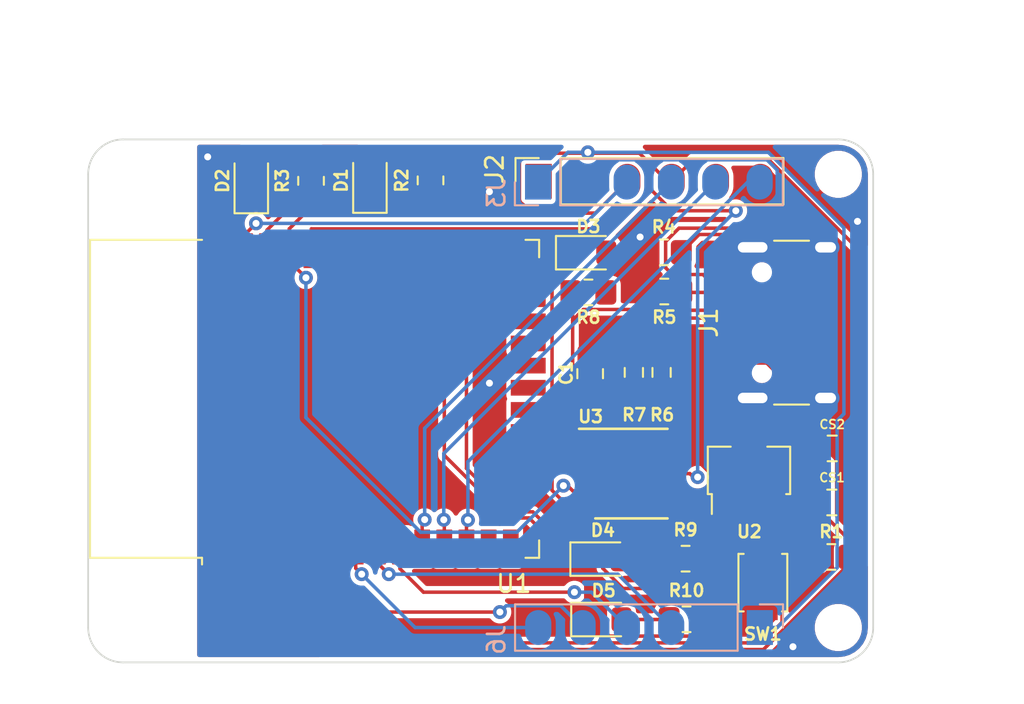
<source format=kicad_pcb>
(kicad_pcb (version 20171130) (host pcbnew "(5.1.12)-1")

  (general
    (thickness 1.6)
    (drawings 14)
    (tracks 331)
    (zones 0)
    (modules 30)
    (nets 31)
  )

  (page A4)
  (layers
    (0 F.Cu signal)
    (31 B.Cu signal)
    (32 B.Adhes user)
    (33 F.Adhes user)
    (34 B.Paste user)
    (35 F.Paste user)
    (36 B.SilkS user)
    (37 F.SilkS user)
    (38 B.Mask user)
    (39 F.Mask user)
    (40 Dwgs.User user)
    (41 Cmts.User user)
    (42 Eco1.User user)
    (43 Eco2.User user)
    (44 Edge.Cuts user)
    (45 Margin user)
    (46 B.CrtYd user)
    (47 F.CrtYd user)
    (48 B.Fab user)
    (49 F.Fab user)
  )

  (setup
    (last_trace_width 0.2)
    (user_trace_width 0.2)
    (trace_clearance 0.15)
    (zone_clearance 0.254)
    (zone_45_only no)
    (trace_min 0.2)
    (via_size 0.8)
    (via_drill 0.4)
    (via_min_size 0.4)
    (via_min_drill 0.3)
    (uvia_size 0.3)
    (uvia_drill 0.1)
    (uvias_allowed no)
    (uvia_min_size 0.2)
    (uvia_min_drill 0.1)
    (edge_width 0.1)
    (segment_width 0.2)
    (pcb_text_width 0.3)
    (pcb_text_size 1.5 1.5)
    (mod_edge_width 0.15)
    (mod_text_size 1 1)
    (mod_text_width 0.15)
    (pad_size 1.524 1.524)
    (pad_drill 0.762)
    (pad_to_mask_clearance 0)
    (aux_axis_origin 0 0)
    (visible_elements 7FFDFFFF)
    (pcbplotparams
      (layerselection 0x010fc_ffffffff)
      (usegerberextensions false)
      (usegerberattributes true)
      (usegerberadvancedattributes true)
      (creategerberjobfile true)
      (excludeedgelayer true)
      (linewidth 0.100000)
      (plotframeref false)
      (viasonmask false)
      (mode 1)
      (useauxorigin false)
      (hpglpennumber 1)
      (hpglpenspeed 20)
      (hpglpendiameter 15.000000)
      (psnegative false)
      (psa4output false)
      (plotreference true)
      (plotvalue true)
      (plotinvisibletext false)
      (padsonsilk false)
      (subtractmaskfromsilk false)
      (outputformat 1)
      (mirror false)
      (drillshape 1)
      (scaleselection 1)
      (outputdirectory ""))
  )

  (net 0 "")
  (net 1 GND)
  (net 2 "Net-(C1-Pad1)")
  (net 3 +5V)
  (net 4 +3V3)
  (net 5 "Net-(D1-Pad2)")
  (net 6 "Net-(D2-Pad2)")
  (net 7 "Net-(D3-Pad2)")
  (net 8 "Net-(D3-Pad1)")
  (net 9 "Net-(J1-PadA5)")
  (net 10 "Net-(J1-PadB5)")
  (net 11 /TX)
  (net 12 /RX)
  (net 13 /AUX_1)
  (net 14 /AUX_2)
  (net 15 /AUX_3)
  (net 16 /AUX_4)
  (net 17 /AUX_5)
  (net 18 /AUX_6)
  (net 19 /AUX_7)
  (net 20 /AUX_8)
  (net 21 /RESET)
  (net 22 /LED)
  (net 23 /D-)
  (net 24 /D+)
  (net 25 /DI-)
  (net 26 /DI+)
  (net 27 "Net-(D4-Pad2)")
  (net 28 "Net-(D5-Pad2)")
  (net 29 /LED_S)
  (net 30 /LED_P)

  (net_class Default "This is the default net class."
    (clearance 0.15)
    (trace_width 0.2)
    (via_dia 0.8)
    (via_drill 0.4)
    (uvia_dia 0.3)
    (uvia_drill 0.1)
    (add_net +3V3)
    (add_net +5V)
    (add_net /AUX_1)
    (add_net /AUX_2)
    (add_net /AUX_3)
    (add_net /AUX_4)
    (add_net /AUX_5)
    (add_net /AUX_6)
    (add_net /AUX_7)
    (add_net /AUX_8)
    (add_net /D+)
    (add_net /D-)
    (add_net /DI+)
    (add_net /DI-)
    (add_net /LED)
    (add_net /LED_P)
    (add_net /LED_S)
    (add_net /RESET)
    (add_net /RX)
    (add_net /TX)
    (add_net GND)
    (add_net "Net-(C1-Pad1)")
    (add_net "Net-(D1-Pad2)")
    (add_net "Net-(D2-Pad2)")
    (add_net "Net-(D3-Pad1)")
    (add_net "Net-(D3-Pad2)")
    (add_net "Net-(D4-Pad2)")
    (add_net "Net-(D5-Pad2)")
    (add_net "Net-(J1-PadA5)")
    (add_net "Net-(J1-PadB5)")
  )

  (module Board:USB_C_Receptacle_HRO_TYPE-C-31-M-12 (layer F.Cu) (tedit 63A9A67C) (tstamp 63A88B3A)
    (at 161.22 90.51 90)
    (descr "USB Type-C receptacle for USB 2.0 and PD, http://www.krhro.com/uploads/soft/180320/1-1P320120243.pdf")
    (tags "usb usb-c 2.0 pd")
    (path /63A8B884)
    (attr smd)
    (fp_text reference J1 (at 0 -5.645 90) (layer F.SilkS)
      (effects (font (size 1 1) (thickness 0.15)))
    )
    (fp_text value USB_C_Receptacle_USB2.0 (at 0 5.1 90) (layer F.Fab)
      (effects (font (size 1 1) (thickness 0.15)))
    )
    (fp_text user %R (at 0 0 90) (layer F.Fab)
      (effects (font (size 1 1) (thickness 0.15)))
    )
    (fp_line (start -4.7 -1.9) (end -4.7 0.1) (layer F.SilkS) (width 0.12))
    (fp_line (start 4.7 -1.9) (end 4.7 0.1) (layer F.SilkS) (width 0.12))
    (fp_line (start 5.32 -5.27) (end 5.32 4.15) (layer F.CrtYd) (width 0.05))
    (fp_line (start -5.32 -5.27) (end -5.32 4.15) (layer F.CrtYd) (width 0.05))
    (fp_line (start -5.32 4.15) (end 5.32 4.15) (layer F.CrtYd) (width 0.05))
    (fp_line (start -5.32 -5.27) (end 5.32 -5.27) (layer F.CrtYd) (width 0.05))
    (fp_line (start 4.47 -3.65) (end 4.47 3.65) (layer F.Fab) (width 0.1))
    (fp_line (start -4.47 3.65) (end 4.47 3.65) (layer F.Fab) (width 0.1))
    (fp_line (start -4.47 -3.65) (end -4.47 3.65) (layer F.Fab) (width 0.1))
    (fp_line (start -4.47 -3.65) (end 4.47 -3.65) (layer F.Fab) (width 0.1))
    (pad B1 smd rect (at 3.25 -4.045 90) (size 0.6 1.45) (layers F.Cu F.Paste F.Mask)
      (net 1 GND))
    (pad A9 smd rect (at 2.45 -4.045 90) (size 0.6 1.45) (layers F.Cu F.Paste F.Mask)
      (net 3 +5V))
    (pad B9 smd rect (at -2.45 -4.045 90) (size 0.6 1.45) (layers F.Cu F.Paste F.Mask)
      (net 3 +5V))
    (pad B12 smd rect (at -3.25 -4.045 90) (size 0.6 1.45) (layers F.Cu F.Paste F.Mask)
      (net 1 GND))
    (pad A1 smd rect (at -3.25 -4.045 90) (size 0.6 1.45) (layers F.Cu F.Paste F.Mask)
      (net 1 GND))
    (pad A4 smd rect (at -2.45 -4.045 90) (size 0.6 1.45) (layers F.Cu F.Paste F.Mask)
      (net 3 +5V))
    (pad B4 smd rect (at 2.45 -4.045 90) (size 0.6 1.45) (layers F.Cu F.Paste F.Mask)
      (net 3 +5V))
    (pad A12 smd rect (at 3.25 -4.045 90) (size 0.6 1.45) (layers F.Cu F.Paste F.Mask)
      (net 1 GND))
    (pad B8 smd rect (at -1.75 -4.045 90) (size 0.3 1.45) (layers F.Cu F.Paste F.Mask))
    (pad A5 smd rect (at -1.25 -4.045 90) (size 0.3 1.45) (layers F.Cu F.Paste F.Mask)
      (net 9 "Net-(J1-PadA5)"))
    (pad B7 smd rect (at -0.75 -4.045 90) (size 0.3 1.45) (layers F.Cu F.Paste F.Mask)
      (net 25 /DI-))
    (pad A7 smd rect (at 0.25 -4.045 90) (size 0.3 1.45) (layers F.Cu F.Paste F.Mask)
      (net 25 /DI-))
    (pad B6 smd rect (at 0.75 -4.045 90) (size 0.3 1.45) (layers F.Cu F.Paste F.Mask)
      (net 26 /DI+))
    (pad A8 smd rect (at 1.25 -4.045 90) (size 0.3 1.45) (layers F.Cu F.Paste F.Mask))
    (pad B5 smd rect (at 1.75 -4.045 90) (size 0.3 1.45) (layers F.Cu F.Paste F.Mask)
      (net 10 "Net-(J1-PadB5)"))
    (pad A6 smd rect (at -0.25 -4.045 90) (size 0.3 1.45) (layers F.Cu F.Paste F.Mask)
      (net 26 /DI+))
    (pad S1 thru_hole oval (at 4.32 -3.13 90) (size 1 2.1) (drill oval 0.6 1.7) (layers *.Cu *.Mask)
      (net 1 GND))
    (pad S1 thru_hole oval (at -4.32 -3.13 90) (size 1 2.1) (drill oval 0.6 1.7) (layers *.Cu *.Mask)
      (net 1 GND))
    (pad "" np_thru_hole circle (at -2.89 -2.6 90) (size 0.65 0.65) (drill 0.65) (layers *.Cu *.Mask))
    (pad S1 thru_hole oval (at -4.32 1.05 90) (size 1 1.6) (drill oval 0.6 1.2) (layers *.Cu *.Mask)
      (net 1 GND))
    (pad "" np_thru_hole circle (at 2.89 -2.6 90) (size 0.65 0.65) (drill 0.65) (layers *.Cu *.Mask))
    (pad S1 thru_hole oval (at 4.32 1.05 90) (size 1 1.6) (drill oval 0.6 1.2) (layers *.Cu *.Mask)
      (net 1 GND))
    (model ${KIPRJMOD}/library/3d-models/USB-TYPE-C.step
      (offset (xyz 0 -1 0))
      (scale (xyz 1 1 1))
      (rotate (xyz -90 0 0))
    )
  )

  (module Resistor_SMD:R_0805_2012Metric_Pad1.20x1.40mm_HandSolder (layer F.Cu) (tedit 5F68FEEE) (tstamp 63A9321E)
    (at 154.3 107.525)
    (descr "Resistor SMD 0805 (2012 Metric), square (rectangular) end terminal, IPC_7351 nominal with elongated pad for handsoldering. (Body size source: IPC-SM-782 page 72, https://www.pcb-3d.com/wordpress/wp-content/uploads/ipc-sm-782a_amendment_1_and_2.pdf), generated with kicad-footprint-generator")
    (tags "resistor handsolder")
    (path /63B201DB)
    (attr smd)
    (fp_text reference R10 (at 0 -1.65) (layer F.SilkS)
      (effects (font (size 0.7 0.7) (thickness 0.15)))
    )
    (fp_text value 10k (at 0 1.65) (layer F.Fab)
      (effects (font (size 1 1) (thickness 0.15)))
    )
    (fp_line (start 1.85 0.95) (end -1.85 0.95) (layer F.CrtYd) (width 0.05))
    (fp_line (start 1.85 -0.95) (end 1.85 0.95) (layer F.CrtYd) (width 0.05))
    (fp_line (start -1.85 -0.95) (end 1.85 -0.95) (layer F.CrtYd) (width 0.05))
    (fp_line (start -1.85 0.95) (end -1.85 -0.95) (layer F.CrtYd) (width 0.05))
    (fp_line (start -0.227064 0.735) (end 0.227064 0.735) (layer F.SilkS) (width 0.12))
    (fp_line (start -0.227064 -0.735) (end 0.227064 -0.735) (layer F.SilkS) (width 0.12))
    (fp_line (start 1 0.625) (end -1 0.625) (layer F.Fab) (width 0.1))
    (fp_line (start 1 -0.625) (end 1 0.625) (layer F.Fab) (width 0.1))
    (fp_line (start -1 -0.625) (end 1 -0.625) (layer F.Fab) (width 0.1))
    (fp_line (start -1 0.625) (end -1 -0.625) (layer F.Fab) (width 0.1))
    (fp_text user %R (at 0 0) (layer F.Fab)
      (effects (font (size 0.5 0.5) (thickness 0.08)))
    )
    (pad 2 smd roundrect (at 1 0) (size 1.2 1.4) (layers F.Cu F.Paste F.Mask) (roundrect_rratio 0.208333)
      (net 30 /LED_P))
    (pad 1 smd roundrect (at -1 0) (size 1.2 1.4) (layers F.Cu F.Paste F.Mask) (roundrect_rratio 0.208333)
      (net 28 "Net-(D5-Pad2)"))
    (model ${KISYS3DMOD}/Resistor_SMD.3dshapes/R_0805_2012Metric.wrl
      (at (xyz 0 0 0))
      (scale (xyz 1 1 1))
      (rotate (xyz 0 0 0))
    )
  )

  (module Resistor_SMD:R_0805_2012Metric_Pad1.20x1.40mm_HandSolder (layer F.Cu) (tedit 5F68FEEE) (tstamp 63A9320D)
    (at 154.245 104.05)
    (descr "Resistor SMD 0805 (2012 Metric), square (rectangular) end terminal, IPC_7351 nominal with elongated pad for handsoldering. (Body size source: IPC-SM-782 page 72, https://www.pcb-3d.com/wordpress/wp-content/uploads/ipc-sm-782a_amendment_1_and_2.pdf), generated with kicad-footprint-generator")
    (tags "resistor handsolder")
    (path /63B0B886)
    (attr smd)
    (fp_text reference R9 (at 0 -1.65) (layer F.SilkS)
      (effects (font (size 0.7 0.7) (thickness 0.15)))
    )
    (fp_text value 10k (at 0 1.65) (layer F.Fab)
      (effects (font (size 1 1) (thickness 0.15)))
    )
    (fp_line (start 1.85 0.95) (end -1.85 0.95) (layer F.CrtYd) (width 0.05))
    (fp_line (start 1.85 -0.95) (end 1.85 0.95) (layer F.CrtYd) (width 0.05))
    (fp_line (start -1.85 -0.95) (end 1.85 -0.95) (layer F.CrtYd) (width 0.05))
    (fp_line (start -1.85 0.95) (end -1.85 -0.95) (layer F.CrtYd) (width 0.05))
    (fp_line (start -0.227064 0.735) (end 0.227064 0.735) (layer F.SilkS) (width 0.12))
    (fp_line (start -0.227064 -0.735) (end 0.227064 -0.735) (layer F.SilkS) (width 0.12))
    (fp_line (start 1 0.625) (end -1 0.625) (layer F.Fab) (width 0.1))
    (fp_line (start 1 -0.625) (end 1 0.625) (layer F.Fab) (width 0.1))
    (fp_line (start -1 -0.625) (end 1 -0.625) (layer F.Fab) (width 0.1))
    (fp_line (start -1 0.625) (end -1 -0.625) (layer F.Fab) (width 0.1))
    (fp_text user %R (at 0 0) (layer F.Fab)
      (effects (font (size 0.5 0.5) (thickness 0.08)))
    )
    (pad 2 smd roundrect (at 1 0) (size 1.2 1.4) (layers F.Cu F.Paste F.Mask) (roundrect_rratio 0.208333)
      (net 29 /LED_S))
    (pad 1 smd roundrect (at -1 0) (size 1.2 1.4) (layers F.Cu F.Paste F.Mask) (roundrect_rratio 0.208333)
      (net 27 "Net-(D4-Pad2)"))
    (model ${KISYS3DMOD}/Resistor_SMD.3dshapes/R_0805_2012Metric.wrl
      (at (xyz 0 0 0))
      (scale (xyz 1 1 1))
      (rotate (xyz 0 0 0))
    )
  )

  (module LED_SMD:LED_0805_2012Metric_Pad1.15x1.40mm_HandSolder (layer F.Cu) (tedit 5F68FEF1) (tstamp 63A92FE0)
    (at 149.55 107.54)
    (descr "LED SMD 0805 (2012 Metric), square (rectangular) end terminal, IPC_7351 nominal, (Body size source: https://docs.google.com/spreadsheets/d/1BsfQQcO9C6DZCsRaXUlFlo91Tg2WpOkGARC1WS5S8t0/edit?usp=sharing), generated with kicad-footprint-generator")
    (tags "LED handsolder")
    (path /63B201E1)
    (attr smd)
    (fp_text reference D5 (at 0 -1.65) (layer F.SilkS)
      (effects (font (size 0.7 0.7) (thickness 0.15)))
    )
    (fp_text value LED (at 0 1.65) (layer F.Fab)
      (effects (font (size 1 1) (thickness 0.15)))
    )
    (fp_line (start 1.85 0.95) (end -1.85 0.95) (layer F.CrtYd) (width 0.05))
    (fp_line (start 1.85 -0.95) (end 1.85 0.95) (layer F.CrtYd) (width 0.05))
    (fp_line (start -1.85 -0.95) (end 1.85 -0.95) (layer F.CrtYd) (width 0.05))
    (fp_line (start -1.85 0.95) (end -1.85 -0.95) (layer F.CrtYd) (width 0.05))
    (fp_line (start -1.86 0.96) (end 1 0.96) (layer F.SilkS) (width 0.12))
    (fp_line (start -1.86 -0.96) (end -1.86 0.96) (layer F.SilkS) (width 0.12))
    (fp_line (start 1 -0.96) (end -1.86 -0.96) (layer F.SilkS) (width 0.12))
    (fp_line (start 1 0.6) (end 1 -0.6) (layer F.Fab) (width 0.1))
    (fp_line (start -1 0.6) (end 1 0.6) (layer F.Fab) (width 0.1))
    (fp_line (start -1 -0.3) (end -1 0.6) (layer F.Fab) (width 0.1))
    (fp_line (start -0.7 -0.6) (end -1 -0.3) (layer F.Fab) (width 0.1))
    (fp_line (start 1 -0.6) (end -0.7 -0.6) (layer F.Fab) (width 0.1))
    (fp_text user %R (at 0 0) (layer F.Fab)
      (effects (font (size 0.5 0.5) (thickness 0.08)))
    )
    (pad 2 smd roundrect (at 1.025 0) (size 1.15 1.4) (layers F.Cu F.Paste F.Mask) (roundrect_rratio 0.217391)
      (net 28 "Net-(D5-Pad2)"))
    (pad 1 smd roundrect (at -1.025 0) (size 1.15 1.4) (layers F.Cu F.Paste F.Mask) (roundrect_rratio 0.217391)
      (net 1 GND))
    (model ${KISYS3DMOD}/LED_SMD.3dshapes/LED_0805_2012Metric.wrl
      (at (xyz 0 0 0))
      (scale (xyz 1 1 1))
      (rotate (xyz 0 0 0))
    )
  )

  (module LED_SMD:LED_0805_2012Metric_Pad1.15x1.40mm_HandSolder (layer F.Cu) (tedit 5F68FEF1) (tstamp 63A92FCD)
    (at 149.5 104.075)
    (descr "LED SMD 0805 (2012 Metric), square (rectangular) end terminal, IPC_7351 nominal, (Body size source: https://docs.google.com/spreadsheets/d/1BsfQQcO9C6DZCsRaXUlFlo91Tg2WpOkGARC1WS5S8t0/edit?usp=sharing), generated with kicad-footprint-generator")
    (tags "LED handsolder")
    (path /63B0C466)
    (attr smd)
    (fp_text reference D4 (at 0 -1.65) (layer F.SilkS)
      (effects (font (size 0.7 0.7) (thickness 0.15)))
    )
    (fp_text value LED (at 0 1.65) (layer F.Fab)
      (effects (font (size 1 1) (thickness 0.15)))
    )
    (fp_line (start 1.85 0.95) (end -1.85 0.95) (layer F.CrtYd) (width 0.05))
    (fp_line (start 1.85 -0.95) (end 1.85 0.95) (layer F.CrtYd) (width 0.05))
    (fp_line (start -1.85 -0.95) (end 1.85 -0.95) (layer F.CrtYd) (width 0.05))
    (fp_line (start -1.85 0.95) (end -1.85 -0.95) (layer F.CrtYd) (width 0.05))
    (fp_line (start -1.86 0.96) (end 1 0.96) (layer F.SilkS) (width 0.12))
    (fp_line (start -1.86 -0.96) (end -1.86 0.96) (layer F.SilkS) (width 0.12))
    (fp_line (start 1 -0.96) (end -1.86 -0.96) (layer F.SilkS) (width 0.12))
    (fp_line (start 1 0.6) (end 1 -0.6) (layer F.Fab) (width 0.1))
    (fp_line (start -1 0.6) (end 1 0.6) (layer F.Fab) (width 0.1))
    (fp_line (start -1 -0.3) (end -1 0.6) (layer F.Fab) (width 0.1))
    (fp_line (start -0.7 -0.6) (end -1 -0.3) (layer F.Fab) (width 0.1))
    (fp_line (start 1 -0.6) (end -0.7 -0.6) (layer F.Fab) (width 0.1))
    (fp_text user %R (at 0 0) (layer F.Fab)
      (effects (font (size 0.5 0.5) (thickness 0.08)))
    )
    (pad 2 smd roundrect (at 1.025 0) (size 1.15 1.4) (layers F.Cu F.Paste F.Mask) (roundrect_rratio 0.217391)
      (net 27 "Net-(D4-Pad2)"))
    (pad 1 smd roundrect (at -1.025 0) (size 1.15 1.4) (layers F.Cu F.Paste F.Mask) (roundrect_rratio 0.217391)
      (net 1 GND))
    (model ${KISYS3DMOD}/LED_SMD.3dshapes/LED_0805_2012Metric.wrl
      (at (xyz 0 0 0))
      (scale (xyz 1 1 1))
      (rotate (xyz 0 0 0))
    )
  )

  (module Resistor_SMD:R_0603_1608Metric_Pad0.98x0.95mm_HandSolder (layer F.Cu) (tedit 5F68FEEE) (tstamp 63A88BFF)
    (at 151.28 93.365 90)
    (descr "Resistor SMD 0603 (1608 Metric), square (rectangular) end terminal, IPC_7351 nominal with elongated pad for handsoldering. (Body size source: IPC-SM-782 page 72, https://www.pcb-3d.com/wordpress/wp-content/uploads/ipc-sm-782a_amendment_1_and_2.pdf), generated with kicad-footprint-generator")
    (tags "resistor handsolder")
    (path /63AC8E27)
    (attr smd)
    (fp_text reference R7 (at -2.435 0.02 180) (layer F.SilkS)
      (effects (font (size 0.7 0.7) (thickness 0.15)))
    )
    (fp_text value 33R (at 0 1.43 90) (layer F.Fab)
      (effects (font (size 1 1) (thickness 0.15)))
    )
    (fp_line (start 1.65 0.73) (end -1.65 0.73) (layer F.CrtYd) (width 0.05))
    (fp_line (start 1.65 -0.73) (end 1.65 0.73) (layer F.CrtYd) (width 0.05))
    (fp_line (start -1.65 -0.73) (end 1.65 -0.73) (layer F.CrtYd) (width 0.05))
    (fp_line (start -1.65 0.73) (end -1.65 -0.73) (layer F.CrtYd) (width 0.05))
    (fp_line (start -0.254724 0.5225) (end 0.254724 0.5225) (layer F.SilkS) (width 0.12))
    (fp_line (start -0.254724 -0.5225) (end 0.254724 -0.5225) (layer F.SilkS) (width 0.12))
    (fp_line (start 0.8 0.4125) (end -0.8 0.4125) (layer F.Fab) (width 0.1))
    (fp_line (start 0.8 -0.4125) (end 0.8 0.4125) (layer F.Fab) (width 0.1))
    (fp_line (start -0.8 -0.4125) (end 0.8 -0.4125) (layer F.Fab) (width 0.1))
    (fp_line (start -0.8 0.4125) (end -0.8 -0.4125) (layer F.Fab) (width 0.1))
    (fp_text user %R (at 0 0 90) (layer F.Fab)
      (effects (font (size 0.4 0.4) (thickness 0.06)))
    )
    (pad 2 smd roundrect (at 0.9125 0 90) (size 0.975 0.95) (layers F.Cu F.Paste F.Mask) (roundrect_rratio 0.25)
      (net 26 /DI+))
    (pad 1 smd roundrect (at -0.9125 0 90) (size 0.975 0.95) (layers F.Cu F.Paste F.Mask) (roundrect_rratio 0.25)
      (net 24 /D+))
    (model ${KISYS3DMOD}/Resistor_SMD.3dshapes/R_0603_1608Metric.wrl
      (at (xyz 0 0 0))
      (scale (xyz 1 1 1))
      (rotate (xyz 0 0 0))
    )
  )

  (module Resistor_SMD:R_0603_1608Metric_Pad0.98x0.95mm_HandSolder (layer F.Cu) (tedit 5F68FEEE) (tstamp 63A88BEE)
    (at 152.87 93.365 90)
    (descr "Resistor SMD 0603 (1608 Metric), square (rectangular) end terminal, IPC_7351 nominal with elongated pad for handsoldering. (Body size source: IPC-SM-782 page 72, https://www.pcb-3d.com/wordpress/wp-content/uploads/ipc-sm-782a_amendment_1_and_2.pdf), generated with kicad-footprint-generator")
    (tags "resistor handsolder")
    (path /63AC8543)
    (attr smd)
    (fp_text reference R6 (at -2.435 0.03 180) (layer F.SilkS)
      (effects (font (size 0.7 0.7) (thickness 0.15)))
    )
    (fp_text value 33R (at 0 1.43 90) (layer F.Fab)
      (effects (font (size 1 1) (thickness 0.15)))
    )
    (fp_line (start 1.65 0.73) (end -1.65 0.73) (layer F.CrtYd) (width 0.05))
    (fp_line (start 1.65 -0.73) (end 1.65 0.73) (layer F.CrtYd) (width 0.05))
    (fp_line (start -1.65 -0.73) (end 1.65 -0.73) (layer F.CrtYd) (width 0.05))
    (fp_line (start -1.65 0.73) (end -1.65 -0.73) (layer F.CrtYd) (width 0.05))
    (fp_line (start -0.254724 0.5225) (end 0.254724 0.5225) (layer F.SilkS) (width 0.12))
    (fp_line (start -0.254724 -0.5225) (end 0.254724 -0.5225) (layer F.SilkS) (width 0.12))
    (fp_line (start 0.8 0.4125) (end -0.8 0.4125) (layer F.Fab) (width 0.1))
    (fp_line (start 0.8 -0.4125) (end 0.8 0.4125) (layer F.Fab) (width 0.1))
    (fp_line (start -0.8 -0.4125) (end 0.8 -0.4125) (layer F.Fab) (width 0.1))
    (fp_line (start -0.8 0.4125) (end -0.8 -0.4125) (layer F.Fab) (width 0.1))
    (fp_text user %R (at 0 0 90) (layer F.Fab)
      (effects (font (size 0.4 0.4) (thickness 0.06)))
    )
    (pad 2 smd roundrect (at 0.9125 0 90) (size 0.975 0.95) (layers F.Cu F.Paste F.Mask) (roundrect_rratio 0.25)
      (net 25 /DI-))
    (pad 1 smd roundrect (at -0.9125 0 90) (size 0.975 0.95) (layers F.Cu F.Paste F.Mask) (roundrect_rratio 0.25)
      (net 23 /D-))
    (model ${KISYS3DMOD}/Resistor_SMD.3dshapes/R_0603_1608Metric.wrl
      (at (xyz 0 0 0))
      (scale (xyz 1 1 1))
      (rotate (xyz 0 0 0))
    )
  )

  (module Package_SO:SSOP-10_3.9x4.9mm_P1.00mm (layer F.Cu) (tedit 5AB07CF5) (tstamp 63A88CC7)
    (at 151.14 99.17)
    (descr "10-Lead SSOP, 3.9 x 4.9mm body, 1.00mm pitch (http://www.st.com/resource/en/datasheet/viper01.pdf)")
    (tags "SSOP 3.9 4.9 1.00")
    (path /63B68555)
    (attr smd)
    (fp_text reference U3 (at -2.34 -3.27) (layer F.SilkS)
      (effects (font (size 0.7 0.7) (thickness 0.15)))
    )
    (fp_text value HT42B564 (at 0 3.5) (layer F.Fab)
      (effects (font (size 1 1) (thickness 0.15)))
    )
    (fp_line (start -2.07 2.57) (end 2.07 2.57) (layer F.SilkS) (width 0.15))
    (fp_line (start -3 -2.57) (end 2.07 -2.57) (layer F.SilkS) (width 0.15))
    (fp_line (start -3.35 2.7) (end 3.35 2.7) (layer F.CrtYd) (width 0.05))
    (fp_line (start -3.35 -2.7) (end 3.35 -2.7) (layer F.CrtYd) (width 0.05))
    (fp_line (start 3.35 -2.7) (end 3.35 2.7) (layer F.CrtYd) (width 0.05))
    (fp_line (start -3.35 -2.7) (end -3.35 2.7) (layer F.CrtYd) (width 0.05))
    (fp_line (start -1.95 -1.45) (end -0.95 -2.45) (layer F.Fab) (width 0.1))
    (fp_line (start -1.95 2.45) (end -1.95 -1.45) (layer F.Fab) (width 0.1))
    (fp_line (start 1.95 2.45) (end -1.95 2.45) (layer F.Fab) (width 0.1))
    (fp_line (start 1.95 -2.45) (end 1.95 2.45) (layer F.Fab) (width 0.1))
    (fp_line (start -0.95 -2.45) (end 1.95 -2.45) (layer F.Fab) (width 0.1))
    (fp_text user %R (at 0.075 0.025) (layer F.Fab)
      (effects (font (size 1 1) (thickness 0.15)))
    )
    (pad 10 smd rect (at 2.55 -2) (size 1.1 0.51) (layers F.Cu F.Paste F.Mask)
      (net 23 /D-))
    (pad 9 smd rect (at 2.55 -1) (size 1.1 0.51) (layers F.Cu F.Paste F.Mask)
      (net 1 GND))
    (pad 5 smd rect (at -2.55 2) (size 1.1 0.51) (layers F.Cu F.Paste F.Mask)
      (net 8 "Net-(D3-Pad1)"))
    (pad 8 smd rect (at 2.55 0) (size 1.1 0.51) (layers F.Cu F.Paste F.Mask)
      (net 11 /TX))
    (pad 7 smd rect (at 2.55 1) (size 1.1 0.51) (layers F.Cu F.Paste F.Mask)
      (net 4 +3V3))
    (pad 6 smd rect (at 2.55 2) (size 1.1 0.51) (layers F.Cu F.Paste F.Mask)
      (net 23 /D-))
    (pad 4 smd rect (at -2.55 1) (size 1.1 0.51) (layers F.Cu F.Paste F.Mask)
      (net 12 /RX))
    (pad 3 smd rect (at -2.55 0) (size 1.1 0.51) (layers F.Cu F.Paste F.Mask)
      (net 2 "Net-(C1-Pad1)"))
    (pad 2 smd rect (at -2.55 -1) (size 1.1 0.51) (layers F.Cu F.Paste F.Mask)
      (net 3 +5V))
    (pad 1 smd rect (at -2.55 -2) (size 1.1 0.51) (layers F.Cu F.Paste F.Mask)
      (net 24 /D+))
    (model ${KISYS3DMOD}/Package_SO.3dshapes/SSOP-10_3.9x4.9mm_P1.00mm.wrl
      (at (xyz 0 0 0))
      (scale (xyz 1 1 1))
      (rotate (xyz 0 0 0))
    )
  )

  (module Package_TO_SOT_SMD:SOT-89-3 (layer F.Cu) (tedit 5C33D6E8) (tstamp 63A88CAD)
    (at 157.88 99.285 90)
    (descr "SOT-89-3, http://ww1.microchip.com/downloads/en/DeviceDoc/3L_SOT-89_MB_C04-029C.pdf")
    (tags SOT-89-3)
    (path /621150C1)
    (attr smd)
    (fp_text reference U2 (at -3.215 0.02 180) (layer F.SilkS)
      (effects (font (size 0.7 0.7) (thickness 0.15)))
    )
    (fp_text value HT7533-1-SOT89 (at 0.3 3.5 90) (layer F.Fab)
      (effects (font (size 1 1) (thickness 0.15)))
    )
    (fp_line (start -1.06 2.36) (end -1.06 2.13) (layer F.SilkS) (width 0.12))
    (fp_line (start -1.06 -2.36) (end -1.06 -2.13) (layer F.SilkS) (width 0.12))
    (fp_line (start -1.06 -2.36) (end 1.66 -2.36) (layer F.SilkS) (width 0.12))
    (fp_line (start -2.55 2.5) (end -2.55 -2.5) (layer F.CrtYd) (width 0.05))
    (fp_line (start -2.55 2.5) (end 2.55 2.5) (layer F.CrtYd) (width 0.05))
    (fp_line (start 2.55 -2.5) (end -2.55 -2.5) (layer F.CrtYd) (width 0.05))
    (fp_line (start 2.55 -2.5) (end 2.55 2.5) (layer F.CrtYd) (width 0.05))
    (fp_line (start 0.05 -2.25) (end 1.55 -2.25) (layer F.Fab) (width 0.1))
    (fp_line (start -0.95 2.25) (end -0.95 -1.25) (layer F.Fab) (width 0.1))
    (fp_line (start 1.55 2.25) (end -0.95 2.25) (layer F.Fab) (width 0.1))
    (fp_line (start 1.55 -2.25) (end 1.55 2.25) (layer F.Fab) (width 0.1))
    (fp_line (start -0.95 -1.25) (end 0.05 -2.25) (layer F.Fab) (width 0.1))
    (fp_line (start 1.66 -2.36) (end 1.66 -1.05) (layer F.SilkS) (width 0.12))
    (fp_line (start -2.2 -2.13) (end -1.06 -2.13) (layer F.SilkS) (width 0.12))
    (fp_line (start 1.66 2.36) (end -1.06 2.36) (layer F.SilkS) (width 0.12))
    (fp_line (start 1.66 1.05) (end 1.66 2.36) (layer F.SilkS) (width 0.12))
    (fp_text user %R (at 0.5 0) (layer F.Fab)
      (effects (font (size 1 1) (thickness 0.15)))
    )
    (pad 2 smd custom (at -1.5625 0 90) (size 1.475 0.9) (layers F.Cu F.Paste F.Mask)
      (net 3 +5V) (zone_connect 2)
      (options (clearance outline) (anchor rect))
      (primitives
        (gr_poly (pts
           (xy 0.7375 -0.8665) (xy 3.8625 -0.8665) (xy 3.8625 0.8665) (xy 0.7375 0.8665)) (width 0))
      ))
    (pad 3 smd rect (at -1.65 1.5 90) (size 1.3 0.9) (layers F.Cu F.Paste F.Mask)
      (net 4 +3V3))
    (pad 1 smd rect (at -1.65 -1.5 90) (size 1.3 0.9) (layers F.Cu F.Paste F.Mask)
      (net 1 GND))
    (model ${KISYS3DMOD}/Package_TO_SOT_SMD.3dshapes/SOT-89-3.wrl
      (at (xyz 0 0 0))
      (scale (xyz 1 1 1))
      (rotate (xyz 0 0 0))
    )
  )

  (module RF_Module:ESP32-WROOM-32 (layer F.Cu) (tedit 5B5B4654) (tstamp 63A88C95)
    (at 135.97 94.88 90)
    (descr "Single 2.4 GHz Wi-Fi and Bluetooth combo chip https://www.espressif.com/sites/default/files/documentation/esp32-wroom-32_datasheet_en.pdf")
    (tags "Single 2.4 GHz Wi-Fi and Bluetooth combo  chip")
    (path /63A5C5A3)
    (attr smd)
    (fp_text reference U1 (at -10.61 8.43) (layer F.SilkS)
      (effects (font (size 1 1) (thickness 0.15)))
    )
    (fp_text value ESP32-WROOM-32 (at 0 11.5 90) (layer F.Fab)
      (effects (font (size 1 1) (thickness 0.15)))
    )
    (fp_line (start -9.12 -9.445) (end -9.5 -9.445) (layer F.SilkS) (width 0.12))
    (fp_line (start -9.12 -15.865) (end -9.12 -9.445) (layer F.SilkS) (width 0.12))
    (fp_line (start 9.12 -15.865) (end 9.12 -9.445) (layer F.SilkS) (width 0.12))
    (fp_line (start -9.12 -15.865) (end 9.12 -15.865) (layer F.SilkS) (width 0.12))
    (fp_line (start 9.12 9.88) (end 8.12 9.88) (layer F.SilkS) (width 0.12))
    (fp_line (start 9.12 9.1) (end 9.12 9.88) (layer F.SilkS) (width 0.12))
    (fp_line (start -9.12 9.88) (end -8.12 9.88) (layer F.SilkS) (width 0.12))
    (fp_line (start -9.12 9.1) (end -9.12 9.88) (layer F.SilkS) (width 0.12))
    (fp_line (start 8.4 -20.6) (end 8.2 -20.4) (layer Cmts.User) (width 0.1))
    (fp_line (start 8.4 -16) (end 8.4 -20.6) (layer Cmts.User) (width 0.1))
    (fp_line (start 8.4 -20.6) (end 8.6 -20.4) (layer Cmts.User) (width 0.1))
    (fp_line (start 8.4 -16) (end 8.6 -16.2) (layer Cmts.User) (width 0.1))
    (fp_line (start 8.4 -16) (end 8.2 -16.2) (layer Cmts.User) (width 0.1))
    (fp_line (start -9.2 -13.875) (end -9.4 -14.075) (layer Cmts.User) (width 0.1))
    (fp_line (start -13.8 -13.875) (end -9.2 -13.875) (layer Cmts.User) (width 0.1))
    (fp_line (start -9.2 -13.875) (end -9.4 -13.675) (layer Cmts.User) (width 0.1))
    (fp_line (start -13.8 -13.875) (end -13.6 -13.675) (layer Cmts.User) (width 0.1))
    (fp_line (start -13.8 -13.875) (end -13.6 -14.075) (layer Cmts.User) (width 0.1))
    (fp_line (start 9.2 -13.875) (end 9.4 -13.675) (layer Cmts.User) (width 0.1))
    (fp_line (start 9.2 -13.875) (end 9.4 -14.075) (layer Cmts.User) (width 0.1))
    (fp_line (start 13.8 -13.875) (end 13.6 -13.675) (layer Cmts.User) (width 0.1))
    (fp_line (start 13.8 -13.875) (end 13.6 -14.075) (layer Cmts.User) (width 0.1))
    (fp_line (start 9.2 -13.875) (end 13.8 -13.875) (layer Cmts.User) (width 0.1))
    (fp_line (start 14 -11.585) (end 12 -9.97) (layer Dwgs.User) (width 0.1))
    (fp_line (start 14 -13.2) (end 10 -9.97) (layer Dwgs.User) (width 0.1))
    (fp_line (start 14 -14.815) (end 8 -9.97) (layer Dwgs.User) (width 0.1))
    (fp_line (start 14 -16.43) (end 6 -9.97) (layer Dwgs.User) (width 0.1))
    (fp_line (start 14 -18.045) (end 4 -9.97) (layer Dwgs.User) (width 0.1))
    (fp_line (start 14 -19.66) (end 2 -9.97) (layer Dwgs.User) (width 0.1))
    (fp_line (start 13.475 -20.75) (end 0 -9.97) (layer Dwgs.User) (width 0.1))
    (fp_line (start 11.475 -20.75) (end -2 -9.97) (layer Dwgs.User) (width 0.1))
    (fp_line (start 9.475 -20.75) (end -4 -9.97) (layer Dwgs.User) (width 0.1))
    (fp_line (start 7.475 -20.75) (end -6 -9.97) (layer Dwgs.User) (width 0.1))
    (fp_line (start -8 -9.97) (end 5.475 -20.75) (layer Dwgs.User) (width 0.1))
    (fp_line (start 3.475 -20.75) (end -10 -9.97) (layer Dwgs.User) (width 0.1))
    (fp_line (start 1.475 -20.75) (end -12 -9.97) (layer Dwgs.User) (width 0.1))
    (fp_line (start -0.525 -20.75) (end -14 -9.97) (layer Dwgs.User) (width 0.1))
    (fp_line (start -2.525 -20.75) (end -14 -11.585) (layer Dwgs.User) (width 0.1))
    (fp_line (start -4.525 -20.75) (end -14 -13.2) (layer Dwgs.User) (width 0.1))
    (fp_line (start -6.525 -20.75) (end -14 -14.815) (layer Dwgs.User) (width 0.1))
    (fp_line (start -8.525 -20.75) (end -14 -16.43) (layer Dwgs.User) (width 0.1))
    (fp_line (start -10.525 -20.75) (end -14 -18.045) (layer Dwgs.User) (width 0.1))
    (fp_line (start -12.525 -20.75) (end -14 -19.66) (layer Dwgs.User) (width 0.1))
    (fp_line (start 9.75 -9.72) (end 14.25 -9.72) (layer F.CrtYd) (width 0.05))
    (fp_line (start -14.25 -9.72) (end -9.75 -9.72) (layer F.CrtYd) (width 0.05))
    (fp_line (start 14.25 -21) (end 14.25 -9.72) (layer F.CrtYd) (width 0.05))
    (fp_line (start -14.25 -21) (end -14.25 -9.72) (layer F.CrtYd) (width 0.05))
    (fp_line (start 14 -20.75) (end -14 -20.75) (layer Dwgs.User) (width 0.1))
    (fp_line (start 14 -9.97) (end 14 -20.75) (layer Dwgs.User) (width 0.1))
    (fp_line (start 14 -9.97) (end -14 -9.97) (layer Dwgs.User) (width 0.1))
    (fp_line (start -9 -9.02) (end -8.5 -9.52) (layer F.Fab) (width 0.1))
    (fp_line (start -8.5 -9.52) (end -9 -10.02) (layer F.Fab) (width 0.1))
    (fp_line (start -9 -9.02) (end -9 9.76) (layer F.Fab) (width 0.1))
    (fp_line (start -14.25 -21) (end 14.25 -21) (layer F.CrtYd) (width 0.05))
    (fp_line (start 9.75 -9.72) (end 9.75 10.5) (layer F.CrtYd) (width 0.05))
    (fp_line (start -9.75 10.5) (end 9.75 10.5) (layer F.CrtYd) (width 0.05))
    (fp_line (start -9.75 10.5) (end -9.75 -9.72) (layer F.CrtYd) (width 0.05))
    (fp_line (start -9 -15.745) (end 9 -15.745) (layer F.Fab) (width 0.1))
    (fp_line (start -9 -15.745) (end -9 -10.02) (layer F.Fab) (width 0.1))
    (fp_line (start -9 9.76) (end 9 9.76) (layer F.Fab) (width 0.1))
    (fp_line (start 9 9.76) (end 9 -15.745) (layer F.Fab) (width 0.1))
    (fp_line (start -14 -9.97) (end -14 -20.75) (layer Dwgs.User) (width 0.1))
    (fp_text user "5 mm" (at 7.8 -19.075) (layer Cmts.User)
      (effects (font (size 0.5 0.5) (thickness 0.1)))
    )
    (fp_text user "5 mm" (at -11.2 -14.375 90) (layer Cmts.User)
      (effects (font (size 0.5 0.5) (thickness 0.1)))
    )
    (fp_text user "5 mm" (at 11.8 -14.375 90) (layer Cmts.User)
      (effects (font (size 0.5 0.5) (thickness 0.1)))
    )
    (fp_text user Antenna (at 0 -13 90) (layer Cmts.User)
      (effects (font (size 1 1) (thickness 0.15)))
    )
    (fp_text user "KEEP-OUT ZONE" (at 0 -19 90) (layer Cmts.User)
      (effects (font (size 1 1) (thickness 0.15)))
    )
    (fp_text user %R (at 0 0 90) (layer F.Fab)
      (effects (font (size 1 1) (thickness 0.15)))
    )
    (pad 38 smd rect (at 8.5 -8.255 90) (size 2 0.9) (layers F.Cu F.Paste F.Mask)
      (net 1 GND))
    (pad 37 smd rect (at 8.5 -6.985 90) (size 2 0.9) (layers F.Cu F.Paste F.Mask)
      (net 13 /AUX_1))
    (pad 36 smd rect (at 8.5 -5.715 90) (size 2 0.9) (layers F.Cu F.Paste F.Mask)
      (net 22 /LED))
    (pad 35 smd rect (at 8.5 -4.445 90) (size 2 0.9) (layers F.Cu F.Paste F.Mask)
      (net 12 /RX))
    (pad 34 smd rect (at 8.5 -3.175 90) (size 2 0.9) (layers F.Cu F.Paste F.Mask)
      (net 11 /TX))
    (pad 33 smd rect (at 8.5 -1.905 90) (size 2 0.9) (layers F.Cu F.Paste F.Mask))
    (pad 32 smd rect (at 8.5 -0.635 90) (size 2 0.9) (layers F.Cu F.Paste F.Mask))
    (pad 31 smd rect (at 8.5 0.635 90) (size 2 0.9) (layers F.Cu F.Paste F.Mask))
    (pad 30 smd rect (at 8.5 1.905 90) (size 2 0.9) (layers F.Cu F.Paste F.Mask))
    (pad 29 smd rect (at 8.5 3.175 90) (size 2 0.9) (layers F.Cu F.Paste F.Mask))
    (pad 28 smd rect (at 8.5 4.445 90) (size 2 0.9) (layers F.Cu F.Paste F.Mask)
      (net 30 /LED_P))
    (pad 27 smd rect (at 8.5 5.715 90) (size 2 0.9) (layers F.Cu F.Paste F.Mask)
      (net 29 /LED_S))
    (pad 26 smd rect (at 8.5 6.985 90) (size 2 0.9) (layers F.Cu F.Paste F.Mask))
    (pad 25 smd rect (at 8.5 8.255 90) (size 2 0.9) (layers F.Cu F.Paste F.Mask))
    (pad 24 smd rect (at 5.715 9.255 180) (size 2 0.9) (layers F.Cu F.Paste F.Mask))
    (pad 23 smd rect (at 4.445 9.255 180) (size 2 0.9) (layers F.Cu F.Paste F.Mask))
    (pad 22 smd rect (at 3.175 9.255 180) (size 2 0.9) (layers F.Cu F.Paste F.Mask))
    (pad 21 smd rect (at 1.905 9.255 180) (size 2 0.9) (layers F.Cu F.Paste F.Mask))
    (pad 20 smd rect (at 0.635 9.255 180) (size 2 0.9) (layers F.Cu F.Paste F.Mask))
    (pad 19 smd rect (at -0.635 9.255 180) (size 2 0.9) (layers F.Cu F.Paste F.Mask))
    (pad 18 smd rect (at -1.905 9.255 180) (size 2 0.9) (layers F.Cu F.Paste F.Mask))
    (pad 17 smd rect (at -3.175 9.255 180) (size 2 0.9) (layers F.Cu F.Paste F.Mask))
    (pad 16 smd rect (at -4.445 9.255 180) (size 2 0.9) (layers F.Cu F.Paste F.Mask))
    (pad 15 smd rect (at -5.715 9.255 180) (size 2 0.9) (layers F.Cu F.Paste F.Mask)
      (net 1 GND))
    (pad 14 smd rect (at -8.5 8.255 90) (size 2 0.9) (layers F.Cu F.Paste F.Mask))
    (pad 13 smd rect (at -8.5 6.985 90) (size 2 0.9) (layers F.Cu F.Paste F.Mask))
    (pad 12 smd rect (at -8.5 5.715 90) (size 2 0.9) (layers F.Cu F.Paste F.Mask)
      (net 16 /AUX_4))
    (pad 11 smd rect (at -8.5 4.445 90) (size 2 0.9) (layers F.Cu F.Paste F.Mask)
      (net 15 /AUX_3))
    (pad 10 smd rect (at -8.5 3.175 90) (size 2 0.9) (layers F.Cu F.Paste F.Mask)
      (net 14 /AUX_2))
    (pad 9 smd rect (at -8.5 1.905 90) (size 2 0.9) (layers F.Cu F.Paste F.Mask)
      (net 18 /AUX_6))
    (pad 8 smd rect (at -8.5 0.635 90) (size 2 0.9) (layers F.Cu F.Paste F.Mask)
      (net 17 /AUX_5))
    (pad 7 smd rect (at -8.5 -0.635 90) (size 2 0.9) (layers F.Cu F.Paste F.Mask)
      (net 20 /AUX_8))
    (pad 6 smd rect (at -8.5 -1.905 90) (size 2 0.9) (layers F.Cu F.Paste F.Mask)
      (net 19 /AUX_7))
    (pad 5 smd rect (at -8.5 -3.175 90) (size 2 0.9) (layers F.Cu F.Paste F.Mask))
    (pad 4 smd rect (at -8.5 -4.445 90) (size 2 0.9) (layers F.Cu F.Paste F.Mask))
    (pad 3 smd rect (at -8.5 -5.715 90) (size 2 0.9) (layers F.Cu F.Paste F.Mask)
      (net 21 /RESET))
    (pad 2 smd rect (at -8.5 -6.985 90) (size 2 0.9) (layers F.Cu F.Paste F.Mask)
      (net 4 +3V3))
    (pad 1 smd rect (at -8.5 -8.255 90) (size 2 0.9) (layers F.Cu F.Paste F.Mask)
      (net 1 GND))
    (pad 39 smd rect (at -1 -0.755 90) (size 5 5) (layers F.Cu F.Paste F.Mask)
      (net 1 GND))
    (model ${KISYS3DMOD}/RF_Module.3dshapes/ESP32-WROOM-32.wrl
      (at (xyz 0 0 0))
      (scale (xyz 1 1 1))
      (rotate (xyz 0 0 0))
    )
  )

  (module Button_Switch_SMD:SW_SPST_B3U-1000P (layer F.Cu) (tedit 5A02FC95) (tstamp 63A88C26)
    (at 158.675 105.425 90)
    (descr "Ultra-small-sized Tactile Switch with High Contact Reliability, Top-actuated Model, without Ground Terminal, without Boss")
    (tags "Tactile Switch")
    (path /5D7AC3DB)
    (attr smd)
    (fp_text reference SW1 (at -2.95 0) (layer F.SilkS)
      (effects (font (size 0.7 0.7) (thickness 0.15)))
    )
    (fp_text value RESET (at 0 2.5 90) (layer F.Fab)
      (effects (font (size 1 1) (thickness 0.15)))
    )
    (fp_circle (center 0 0) (end 0.75 0) (layer F.Fab) (width 0.1))
    (fp_line (start -1.5 1.25) (end -1.5 -1.25) (layer F.Fab) (width 0.1))
    (fp_line (start 1.5 1.25) (end -1.5 1.25) (layer F.Fab) (width 0.1))
    (fp_line (start 1.5 -1.25) (end 1.5 1.25) (layer F.Fab) (width 0.1))
    (fp_line (start -1.5 -1.25) (end 1.5 -1.25) (layer F.Fab) (width 0.1))
    (fp_line (start 1.65 -1.4) (end 1.65 -1.1) (layer F.SilkS) (width 0.12))
    (fp_line (start -1.65 -1.4) (end 1.65 -1.4) (layer F.SilkS) (width 0.12))
    (fp_line (start -1.65 -1.1) (end -1.65 -1.4) (layer F.SilkS) (width 0.12))
    (fp_line (start 1.65 1.4) (end 1.65 1.1) (layer F.SilkS) (width 0.12))
    (fp_line (start -1.65 1.4) (end 1.65 1.4) (layer F.SilkS) (width 0.12))
    (fp_line (start -1.65 1.1) (end -1.65 1.4) (layer F.SilkS) (width 0.12))
    (fp_line (start -2.4 -1.65) (end -2.4 1.65) (layer F.CrtYd) (width 0.05))
    (fp_line (start 2.4 -1.65) (end -2.4 -1.65) (layer F.CrtYd) (width 0.05))
    (fp_line (start 2.4 1.65) (end 2.4 -1.65) (layer F.CrtYd) (width 0.05))
    (fp_line (start -2.4 1.65) (end 2.4 1.65) (layer F.CrtYd) (width 0.05))
    (fp_text user %R (at 0 -2.5 90) (layer F.Fab)
      (effects (font (size 1 1) (thickness 0.15)))
    )
    (pad 2 smd rect (at 1.7 0 90) (size 0.9 1.7) (layers F.Cu F.Paste F.Mask)
      (net 21 /RESET))
    (pad 1 smd rect (at -1.7 0 90) (size 0.9 1.7) (layers F.Cu F.Paste F.Mask)
      (net 1 GND))
    (model ${KISYS3DMOD}/Button_Switch_SMD.3dshapes/SW_SPST_B3U-1000P.wrl
      (at (xyz 0 0 0))
      (scale (xyz 1 1 1))
      (rotate (xyz 0 0 0))
    )
  )

  (module Resistor_SMD:R_0805_2012Metric_Pad1.20x1.40mm_HandSolder (layer F.Cu) (tedit 5F68FEEE) (tstamp 63A88C10)
    (at 148.675 88.775)
    (descr "Resistor SMD 0805 (2012 Metric), square (rectangular) end terminal, IPC_7351 nominal with elongated pad for handsoldering. (Body size source: IPC-SM-782 page 72, https://www.pcb-3d.com/wordpress/wp-content/uploads/ipc-sm-782a_amendment_1_and_2.pdf), generated with kicad-footprint-generator")
    (tags "resistor handsolder")
    (path /63B981C9)
    (attr smd)
    (fp_text reference R8 (at 0 1.425) (layer F.SilkS)
      (effects (font (size 0.7 0.7) (thickness 0.15)))
    )
    (fp_text value 1k (at 0 1.65) (layer F.Fab)
      (effects (font (size 1 1) (thickness 0.15)))
    )
    (fp_line (start 1.85 0.95) (end -1.85 0.95) (layer F.CrtYd) (width 0.05))
    (fp_line (start 1.85 -0.95) (end 1.85 0.95) (layer F.CrtYd) (width 0.05))
    (fp_line (start -1.85 -0.95) (end 1.85 -0.95) (layer F.CrtYd) (width 0.05))
    (fp_line (start -1.85 0.95) (end -1.85 -0.95) (layer F.CrtYd) (width 0.05))
    (fp_line (start -0.227064 0.735) (end 0.227064 0.735) (layer F.SilkS) (width 0.12))
    (fp_line (start -0.227064 -0.735) (end 0.227064 -0.735) (layer F.SilkS) (width 0.12))
    (fp_line (start 1 0.625) (end -1 0.625) (layer F.Fab) (width 0.1))
    (fp_line (start 1 -0.625) (end 1 0.625) (layer F.Fab) (width 0.1))
    (fp_line (start -1 -0.625) (end 1 -0.625) (layer F.Fab) (width 0.1))
    (fp_line (start -1 0.625) (end -1 -0.625) (layer F.Fab) (width 0.1))
    (fp_text user %R (at 0 0) (layer F.Fab)
      (effects (font (size 0.5 0.5) (thickness 0.08)))
    )
    (pad 2 smd roundrect (at 1 0) (size 1.2 1.4) (layers F.Cu F.Paste F.Mask) (roundrect_rratio 0.208333)
      (net 7 "Net-(D3-Pad2)"))
    (pad 1 smd roundrect (at -1 0) (size 1.2 1.4) (layers F.Cu F.Paste F.Mask) (roundrect_rratio 0.208333)
      (net 3 +5V))
    (model ${KISYS3DMOD}/Resistor_SMD.3dshapes/R_0805_2012Metric.wrl
      (at (xyz 0 0 0))
      (scale (xyz 1 1 1))
      (rotate (xyz 0 0 0))
    )
  )

  (module Resistor_SMD:R_0805_2012Metric_Pad1.20x1.40mm_HandSolder (layer F.Cu) (tedit 5F68FEEE) (tstamp 63A88BDD)
    (at 153.025 88.725)
    (descr "Resistor SMD 0805 (2012 Metric), square (rectangular) end terminal, IPC_7351 nominal with elongated pad for handsoldering. (Body size source: IPC-SM-782 page 72, https://www.pcb-3d.com/wordpress/wp-content/uploads/ipc-sm-782a_amendment_1_and_2.pdf), generated with kicad-footprint-generator")
    (tags "resistor handsolder")
    (path /63AA0EBE)
    (attr smd)
    (fp_text reference R5 (at 0 1.475) (layer F.SilkS)
      (effects (font (size 0.7 0.7) (thickness 0.15)))
    )
    (fp_text value 5k1 (at 0 1.65) (layer F.Fab)
      (effects (font (size 1 1) (thickness 0.15)))
    )
    (fp_line (start 1.85 0.95) (end -1.85 0.95) (layer F.CrtYd) (width 0.05))
    (fp_line (start 1.85 -0.95) (end 1.85 0.95) (layer F.CrtYd) (width 0.05))
    (fp_line (start -1.85 -0.95) (end 1.85 -0.95) (layer F.CrtYd) (width 0.05))
    (fp_line (start -1.85 0.95) (end -1.85 -0.95) (layer F.CrtYd) (width 0.05))
    (fp_line (start -0.227064 0.735) (end 0.227064 0.735) (layer F.SilkS) (width 0.12))
    (fp_line (start -0.227064 -0.735) (end 0.227064 -0.735) (layer F.SilkS) (width 0.12))
    (fp_line (start 1 0.625) (end -1 0.625) (layer F.Fab) (width 0.1))
    (fp_line (start 1 -0.625) (end 1 0.625) (layer F.Fab) (width 0.1))
    (fp_line (start -1 -0.625) (end 1 -0.625) (layer F.Fab) (width 0.1))
    (fp_line (start -1 0.625) (end -1 -0.625) (layer F.Fab) (width 0.1))
    (fp_text user %R (at -0.165 0) (layer F.Fab)
      (effects (font (size 0.5 0.5) (thickness 0.08)))
    )
    (pad 2 smd roundrect (at 1 0) (size 1.2 1.4) (layers F.Cu F.Paste F.Mask) (roundrect_rratio 0.208333)
      (net 10 "Net-(J1-PadB5)"))
    (pad 1 smd roundrect (at -1 0) (size 1.2 1.4) (layers F.Cu F.Paste F.Mask) (roundrect_rratio 0.208333)
      (net 1 GND))
    (model ${KISYS3DMOD}/Resistor_SMD.3dshapes/R_0805_2012Metric.wrl
      (at (xyz 0 0 0))
      (scale (xyz 1 1 1))
      (rotate (xyz 0 0 0))
    )
  )

  (module Resistor_SMD:R_0805_2012Metric_Pad1.20x1.40mm_HandSolder (layer F.Cu) (tedit 5F68FEEE) (tstamp 63A88BCC)
    (at 153 86.475)
    (descr "Resistor SMD 0805 (2012 Metric), square (rectangular) end terminal, IPC_7351 nominal with elongated pad for handsoldering. (Body size source: IPC-SM-782 page 72, https://www.pcb-3d.com/wordpress/wp-content/uploads/ipc-sm-782a_amendment_1_and_2.pdf), generated with kicad-footprint-generator")
    (tags "resistor handsolder")
    (path /63AA02A6)
    (attr smd)
    (fp_text reference R4 (at 0 -1.45) (layer F.SilkS)
      (effects (font (size 0.7 0.7) (thickness 0.15)))
    )
    (fp_text value 5k1 (at 0 1.65) (layer F.Fab)
      (effects (font (size 1 1) (thickness 0.15)))
    )
    (fp_line (start 1.85 0.95) (end -1.85 0.95) (layer F.CrtYd) (width 0.05))
    (fp_line (start 1.85 -0.95) (end 1.85 0.95) (layer F.CrtYd) (width 0.05))
    (fp_line (start -1.85 -0.95) (end 1.85 -0.95) (layer F.CrtYd) (width 0.05))
    (fp_line (start -1.85 0.95) (end -1.85 -0.95) (layer F.CrtYd) (width 0.05))
    (fp_line (start -0.227064 0.735) (end 0.227064 0.735) (layer F.SilkS) (width 0.12))
    (fp_line (start -0.227064 -0.735) (end 0.227064 -0.735) (layer F.SilkS) (width 0.12))
    (fp_line (start 1 0.625) (end -1 0.625) (layer F.Fab) (width 0.1))
    (fp_line (start 1 -0.625) (end 1 0.625) (layer F.Fab) (width 0.1))
    (fp_line (start -1 -0.625) (end 1 -0.625) (layer F.Fab) (width 0.1))
    (fp_line (start -1 0.625) (end -1 -0.625) (layer F.Fab) (width 0.1))
    (fp_text user %R (at 0 0) (layer F.Fab)
      (effects (font (size 0.5 0.5) (thickness 0.08)))
    )
    (pad 2 smd roundrect (at 1 0) (size 1.2 1.4) (layers F.Cu F.Paste F.Mask) (roundrect_rratio 0.208333)
      (net 9 "Net-(J1-PadA5)"))
    (pad 1 smd roundrect (at -1 0) (size 1.2 1.4) (layers F.Cu F.Paste F.Mask) (roundrect_rratio 0.208333)
      (net 1 GND))
    (model ${KISYS3DMOD}/Resistor_SMD.3dshapes/R_0805_2012Metric.wrl
      (at (xyz 0 0 0))
      (scale (xyz 1 1 1))
      (rotate (xyz 0 0 0))
    )
  )

  (module Resistor_SMD:R_0805_2012Metric_Pad1.20x1.40mm_HandSolder (layer F.Cu) (tedit 5F68FEEE) (tstamp 63A88BBB)
    (at 132.775 82.375 90)
    (descr "Resistor SMD 0805 (2012 Metric), square (rectangular) end terminal, IPC_7351 nominal with elongated pad for handsoldering. (Body size source: IPC-SM-782 page 72, https://www.pcb-3d.com/wordpress/wp-content/uploads/ipc-sm-782a_amendment_1_and_2.pdf), generated with kicad-footprint-generator")
    (tags "resistor handsolder")
    (path /62C2BE6A)
    (attr smd)
    (fp_text reference R3 (at 0 -1.65 90) (layer F.SilkS)
      (effects (font (size 0.7 0.7) (thickness 0.15)))
    )
    (fp_text value 1k (at 0 1.65 90) (layer F.Fab)
      (effects (font (size 1 1) (thickness 0.15)))
    )
    (fp_line (start 1.85 0.95) (end -1.85 0.95) (layer F.CrtYd) (width 0.05))
    (fp_line (start 1.85 -0.95) (end 1.85 0.95) (layer F.CrtYd) (width 0.05))
    (fp_line (start -1.85 -0.95) (end 1.85 -0.95) (layer F.CrtYd) (width 0.05))
    (fp_line (start -1.85 0.95) (end -1.85 -0.95) (layer F.CrtYd) (width 0.05))
    (fp_line (start -0.227064 0.735) (end 0.227064 0.735) (layer F.SilkS) (width 0.12))
    (fp_line (start -0.227064 -0.735) (end 0.227064 -0.735) (layer F.SilkS) (width 0.12))
    (fp_line (start 1 0.625) (end -1 0.625) (layer F.Fab) (width 0.1))
    (fp_line (start 1 -0.625) (end 1 0.625) (layer F.Fab) (width 0.1))
    (fp_line (start -1 -0.625) (end 1 -0.625) (layer F.Fab) (width 0.1))
    (fp_line (start -1 0.625) (end -1 -0.625) (layer F.Fab) (width 0.1))
    (fp_text user %R (at 0 0 90) (layer F.Fab)
      (effects (font (size 0.5 0.5) (thickness 0.08)))
    )
    (pad 2 smd roundrect (at 1 0 90) (size 1.2 1.4) (layers F.Cu F.Paste F.Mask) (roundrect_rratio 0.208333)
      (net 6 "Net-(D2-Pad2)"))
    (pad 1 smd roundrect (at -1 0 90) (size 1.2 1.4) (layers F.Cu F.Paste F.Mask) (roundrect_rratio 0.208333)
      (net 22 /LED))
    (model ${KISYS3DMOD}/Resistor_SMD.3dshapes/R_0805_2012Metric.wrl
      (at (xyz 0 0 0))
      (scale (xyz 1 1 1))
      (rotate (xyz 0 0 0))
    )
  )

  (module Resistor_SMD:R_0805_2012Metric_Pad1.20x1.40mm_HandSolder (layer F.Cu) (tedit 5F68FEEE) (tstamp 63A88BAA)
    (at 139.625 82.35 90)
    (descr "Resistor SMD 0805 (2012 Metric), square (rectangular) end terminal, IPC_7351 nominal with elongated pad for handsoldering. (Body size source: IPC-SM-782 page 72, https://www.pcb-3d.com/wordpress/wp-content/uploads/ipc-sm-782a_amendment_1_and_2.pdf), generated with kicad-footprint-generator")
    (tags "resistor handsolder")
    (path /5D9581E3)
    (attr smd)
    (fp_text reference R2 (at 0 -1.65 90) (layer F.SilkS)
      (effects (font (size 0.7 0.7) (thickness 0.15)))
    )
    (fp_text value 1k (at 0 1.65 90) (layer F.Fab)
      (effects (font (size 1 1) (thickness 0.15)))
    )
    (fp_line (start 1.85 0.95) (end -1.85 0.95) (layer F.CrtYd) (width 0.05))
    (fp_line (start 1.85 -0.95) (end 1.85 0.95) (layer F.CrtYd) (width 0.05))
    (fp_line (start -1.85 -0.95) (end 1.85 -0.95) (layer F.CrtYd) (width 0.05))
    (fp_line (start -1.85 0.95) (end -1.85 -0.95) (layer F.CrtYd) (width 0.05))
    (fp_line (start -0.227064 0.735) (end 0.227064 0.735) (layer F.SilkS) (width 0.12))
    (fp_line (start -0.227064 -0.735) (end 0.227064 -0.735) (layer F.SilkS) (width 0.12))
    (fp_line (start 1 0.625) (end -1 0.625) (layer F.Fab) (width 0.1))
    (fp_line (start 1 -0.625) (end 1 0.625) (layer F.Fab) (width 0.1))
    (fp_line (start -1 -0.625) (end 1 -0.625) (layer F.Fab) (width 0.1))
    (fp_line (start -1 0.625) (end -1 -0.625) (layer F.Fab) (width 0.1))
    (fp_text user %R (at 0 0 90) (layer F.Fab)
      (effects (font (size 0.5 0.5) (thickness 0.08)))
    )
    (pad 2 smd roundrect (at 1 0 90) (size 1.2 1.4) (layers F.Cu F.Paste F.Mask) (roundrect_rratio 0.208333)
      (net 5 "Net-(D1-Pad2)"))
    (pad 1 smd roundrect (at -1 0 90) (size 1.2 1.4) (layers F.Cu F.Paste F.Mask) (roundrect_rratio 0.208333)
      (net 4 +3V3))
    (model ${KISYS3DMOD}/Resistor_SMD.3dshapes/R_0805_2012Metric.wrl
      (at (xyz 0 0 0))
      (scale (xyz 1 1 1))
      (rotate (xyz 0 0 0))
    )
  )

  (module Resistor_SMD:R_0805_2012Metric_Pad1.20x1.40mm_HandSolder (layer F.Cu) (tedit 5F68FEEE) (tstamp 63A88B99)
    (at 162.6 103.95 180)
    (descr "Resistor SMD 0805 (2012 Metric), square (rectangular) end terminal, IPC_7351 nominal with elongated pad for handsoldering. (Body size source: IPC-SM-782 page 72, https://www.pcb-3d.com/wordpress/wp-content/uploads/ipc-sm-782a_amendment_1_and_2.pdf), generated with kicad-footprint-generator")
    (tags "resistor handsolder")
    (path /5D7C1A11)
    (attr smd)
    (fp_text reference R1 (at 0 1.45) (layer F.SilkS)
      (effects (font (size 0.7 0.7) (thickness 0.15)))
    )
    (fp_text value 10K (at 0 1.65) (layer F.Fab)
      (effects (font (size 1 1) (thickness 0.15)))
    )
    (fp_line (start 1.85 0.95) (end -1.85 0.95) (layer F.CrtYd) (width 0.05))
    (fp_line (start 1.85 -0.95) (end 1.85 0.95) (layer F.CrtYd) (width 0.05))
    (fp_line (start -1.85 -0.95) (end 1.85 -0.95) (layer F.CrtYd) (width 0.05))
    (fp_line (start -1.85 0.95) (end -1.85 -0.95) (layer F.CrtYd) (width 0.05))
    (fp_line (start -0.227064 0.735) (end 0.227064 0.735) (layer F.SilkS) (width 0.12))
    (fp_line (start -0.227064 -0.735) (end 0.227064 -0.735) (layer F.SilkS) (width 0.12))
    (fp_line (start 1 0.625) (end -1 0.625) (layer F.Fab) (width 0.1))
    (fp_line (start 1 -0.625) (end 1 0.625) (layer F.Fab) (width 0.1))
    (fp_line (start -1 -0.625) (end 1 -0.625) (layer F.Fab) (width 0.1))
    (fp_line (start -1 0.625) (end -1 -0.625) (layer F.Fab) (width 0.1))
    (fp_text user %R (at 0 0) (layer F.Fab)
      (effects (font (size 0.5 0.5) (thickness 0.08)))
    )
    (pad 2 smd roundrect (at 1 0 180) (size 1.2 1.4) (layers F.Cu F.Paste F.Mask) (roundrect_rratio 0.208333)
      (net 21 /RESET))
    (pad 1 smd roundrect (at -1 0 180) (size 1.2 1.4) (layers F.Cu F.Paste F.Mask) (roundrect_rratio 0.208333)
      (net 4 +3V3))
    (model ${KISYS3DMOD}/Resistor_SMD.3dshapes/R_0805_2012Metric.wrl
      (at (xyz 0 0 0))
      (scale (xyz 1 1 1))
      (rotate (xyz 0 0 0))
    )
  )

  (module Board:SolderWire_1x06_P2.54mm (layer B.Cu) (tedit 620E5F94) (tstamp 63A88B88)
    (at 158.5 108 90)
    (descr "Through hole straight socket strip, 1x06, 2.54mm pitch, single row (from Kicad 4.0.7), script generated")
    (tags "Through hole socket strip THT 1x06 2.54mm single row")
    (path /63A3DFC9)
    (fp_text reference J6 (at -0.7 -15.1 90) (layer B.SilkS)
      (effects (font (size 1 1) (thickness 0.15)) (justify mirror))
    )
    (fp_text value Conn_01x06 (at 0 -15.47 90) (layer B.Fab)
      (effects (font (size 1 1) (thickness 0.15)) (justify mirror))
    )
    (fp_line (start -1.8 -14.45) (end -1.8 1.8) (layer B.CrtYd) (width 0.05))
    (fp_line (start 1.75 -14.45) (end -1.8 -14.45) (layer B.CrtYd) (width 0.05))
    (fp_line (start 1.75 1.8) (end 1.75 -14.45) (layer B.CrtYd) (width 0.05))
    (fp_line (start -1.8 1.8) (end 1.75 1.8) (layer B.CrtYd) (width 0.05))
    (fp_line (start 0 1.33) (end 1.33 1.33) (layer B.SilkS) (width 0.12))
    (fp_line (start 1.33 1.33) (end 1.33 0) (layer B.SilkS) (width 0.12))
    (fp_line (start 1.33 -1.27) (end 1.33 -14.03) (layer B.SilkS) (width 0.12))
    (fp_line (start -1.33 -14.03) (end 1.33 -14.03) (layer B.SilkS) (width 0.12))
    (fp_line (start -1.33 -1.27) (end -1.33 -14.03) (layer B.SilkS) (width 0.12))
    (fp_line (start -1.33 -1.27) (end 1.33 -1.27) (layer B.SilkS) (width 0.12))
    (fp_line (start -1.27 -13.97) (end -1.27 1.27) (layer B.Fab) (width 0.1))
    (fp_line (start 1.27 -13.97) (end -1.27 -13.97) (layer B.Fab) (width 0.1))
    (fp_line (start 1.27 0.635) (end 1.27 -13.97) (layer B.Fab) (width 0.1))
    (fp_line (start 0.635 1.27) (end 1.27 0.635) (layer B.Fab) (width 0.1))
    (fp_line (start -1.27 1.27) (end 0.635 1.27) (layer B.Fab) (width 0.1))
    (fp_text user %R (at -2 -6.35 180) (layer B.Fab)
      (effects (font (size 1 1) (thickness 0.15)) (justify mirror))
    )
    (pad 1 smd rect (at 0 0 90) (size 2 1.5) (layers B.Cu B.Paste B.Mask)
      (net 4 +3V3))
    (pad 2 smd oval (at 0 -2.54 90) (size 2 1.5) (layers B.Cu B.Paste B.Mask)
      (net 1 GND))
    (pad 3 smd oval (at 0 -5.08 90) (size 2 1.5) (layers B.Cu B.Paste B.Mask)
      (net 17 /AUX_5))
    (pad 4 smd oval (at 0 -7.62 90) (size 2 1.5) (layers B.Cu B.Paste B.Mask)
      (net 18 /AUX_6))
    (pad 5 smd oval (at 0 -10.16 90) (size 2 1.5) (layers B.Cu B.Paste B.Mask)
      (net 19 /AUX_7))
    (pad 6 smd oval (at 0 -12.7 90) (size 2 1.5) (layers B.Cu B.Paste B.Mask)
      (net 20 /AUX_8))
  )

  (module Board:SolderWire_1x06_P2.54mm (layer B.Cu) (tedit 620E5F94) (tstamp 63A88B6E)
    (at 145.79 82.45 270)
    (descr "Through hole straight socket strip, 1x06, 2.54mm pitch, single row (from Kicad 4.0.7), script generated")
    (tags "Through hole socket strip THT 1x06 2.54mm single row")
    (path /63B0BB71)
    (fp_text reference J3 (at 0.65 2.39 270) (layer B.SilkS)
      (effects (font (size 1 1) (thickness 0.15)) (justify mirror))
    )
    (fp_text value Conn_01x06 (at 0 -15.47 270) (layer B.Fab)
      (effects (font (size 1 1) (thickness 0.15)) (justify mirror))
    )
    (fp_line (start -1.8 -14.45) (end -1.8 1.8) (layer B.CrtYd) (width 0.05))
    (fp_line (start 1.75 -14.45) (end -1.8 -14.45) (layer B.CrtYd) (width 0.05))
    (fp_line (start 1.75 1.8) (end 1.75 -14.45) (layer B.CrtYd) (width 0.05))
    (fp_line (start -1.8 1.8) (end 1.75 1.8) (layer B.CrtYd) (width 0.05))
    (fp_line (start 0 1.33) (end 1.33 1.33) (layer B.SilkS) (width 0.12))
    (fp_line (start 1.33 1.33) (end 1.33 0) (layer B.SilkS) (width 0.12))
    (fp_line (start 1.33 -1.27) (end 1.33 -14.03) (layer B.SilkS) (width 0.12))
    (fp_line (start -1.33 -14.03) (end 1.33 -14.03) (layer B.SilkS) (width 0.12))
    (fp_line (start -1.33 -1.27) (end -1.33 -14.03) (layer B.SilkS) (width 0.12))
    (fp_line (start -1.33 -1.27) (end 1.33 -1.27) (layer B.SilkS) (width 0.12))
    (fp_line (start -1.27 -13.97) (end -1.27 1.27) (layer B.Fab) (width 0.1))
    (fp_line (start 1.27 -13.97) (end -1.27 -13.97) (layer B.Fab) (width 0.1))
    (fp_line (start 1.27 0.635) (end 1.27 -13.97) (layer B.Fab) (width 0.1))
    (fp_line (start 0.635 1.27) (end 1.27 0.635) (layer B.Fab) (width 0.1))
    (fp_line (start -1.27 1.27) (end 0.635 1.27) (layer B.Fab) (width 0.1))
    (fp_text user %R (at -2 -6.35) (layer B.Fab)
      (effects (font (size 1 1) (thickness 0.15)) (justify mirror))
    )
    (pad 1 smd rect (at 0 0 270) (size 2 1.5) (layers B.Cu B.Paste B.Mask)
      (net 4 +3V3))
    (pad 2 smd oval (at 0 -2.54 270) (size 2 1.5) (layers B.Cu B.Paste B.Mask)
      (net 1 GND))
    (pad 3 smd oval (at 0 -5.08 270) (size 2 1.5) (layers B.Cu B.Paste B.Mask)
      (net 13 /AUX_1))
    (pad 4 smd oval (at 0 -7.62 270) (size 2 1.5) (layers B.Cu B.Paste B.Mask)
      (net 14 /AUX_2))
    (pad 5 smd oval (at 0 -10.16 270) (size 2 1.5) (layers B.Cu B.Paste B.Mask)
      (net 15 /AUX_3))
    (pad 6 smd oval (at 0 -12.7 270) (size 2 1.5) (layers B.Cu B.Paste B.Mask)
      (net 16 /AUX_4))
  )

  (module Board:SolderWire_1x06_P2.54mm (layer F.Cu) (tedit 620E5F94) (tstamp 63A88B54)
    (at 145.825 82.4 90)
    (descr "Through hole straight socket strip, 1x06, 2.54mm pitch, single row (from Kicad 4.0.7), script generated")
    (tags "Through hole socket strip THT 1x06 2.54mm single row")
    (path /62375FF6)
    (fp_text reference J2 (at 0.7 -2.525 90) (layer F.SilkS)
      (effects (font (size 1 1) (thickness 0.15)))
    )
    (fp_text value Conn_01x06 (at 0 15.47 90) (layer F.Fab)
      (effects (font (size 1 1) (thickness 0.15)))
    )
    (fp_line (start -1.8 14.45) (end -1.8 -1.8) (layer F.CrtYd) (width 0.05))
    (fp_line (start 1.75 14.45) (end -1.8 14.45) (layer F.CrtYd) (width 0.05))
    (fp_line (start 1.75 -1.8) (end 1.75 14.45) (layer F.CrtYd) (width 0.05))
    (fp_line (start -1.8 -1.8) (end 1.75 -1.8) (layer F.CrtYd) (width 0.05))
    (fp_line (start 0 -1.33) (end 1.33 -1.33) (layer F.SilkS) (width 0.12))
    (fp_line (start 1.33 -1.33) (end 1.33 0) (layer F.SilkS) (width 0.12))
    (fp_line (start 1.33 1.27) (end 1.33 14.03) (layer F.SilkS) (width 0.12))
    (fp_line (start -1.33 14.03) (end 1.33 14.03) (layer F.SilkS) (width 0.12))
    (fp_line (start -1.33 1.27) (end -1.33 14.03) (layer F.SilkS) (width 0.12))
    (fp_line (start -1.33 1.27) (end 1.33 1.27) (layer F.SilkS) (width 0.12))
    (fp_line (start -1.27 13.97) (end -1.27 -1.27) (layer F.Fab) (width 0.1))
    (fp_line (start 1.27 13.97) (end -1.27 13.97) (layer F.Fab) (width 0.1))
    (fp_line (start 1.27 -0.635) (end 1.27 13.97) (layer F.Fab) (width 0.1))
    (fp_line (start 0.635 -1.27) (end 1.27 -0.635) (layer F.Fab) (width 0.1))
    (fp_line (start -1.27 -1.27) (end 0.635 -1.27) (layer F.Fab) (width 0.1))
    (fp_text user %R (at -2 6.35) (layer F.Fab)
      (effects (font (size 1 1) (thickness 0.15)))
    )
    (pad 1 smd rect (at 0 0 90) (size 2 1.5) (layers F.Cu F.Paste F.Mask))
    (pad 2 smd oval (at 0 2.54 90) (size 2 1.5) (layers F.Cu F.Paste F.Mask)
      (net 11 /TX))
    (pad 3 smd oval (at 0 5.08 90) (size 2 1.5) (layers F.Cu F.Paste F.Mask)
      (net 12 /RX))
    (pad 4 smd oval (at 0 7.62 90) (size 2 1.5) (layers F.Cu F.Paste F.Mask)
      (net 4 +3V3))
    (pad 5 smd oval (at 0 10.16 90) (size 2 1.5) (layers F.Cu F.Paste F.Mask))
    (pad 6 smd oval (at 0 12.7 90) (size 2 1.5) (layers F.Cu F.Paste F.Mask)
      (net 1 GND))
  )

  (module LED_SMD:LED_0805_2012Metric_Pad1.15x1.40mm_HandSolder (layer F.Cu) (tedit 5F68FEF1) (tstamp 63A88ADA)
    (at 148.675 86.5)
    (descr "LED SMD 0805 (2012 Metric), square (rectangular) end terminal, IPC_7351 nominal, (Body size source: https://docs.google.com/spreadsheets/d/1BsfQQcO9C6DZCsRaXUlFlo91Tg2WpOkGARC1WS5S8t0/edit?usp=sharing), generated with kicad-footprint-generator")
    (tags "LED handsolder")
    (path /63B99294)
    (attr smd)
    (fp_text reference D3 (at 0 -1.5) (layer F.SilkS)
      (effects (font (size 0.7 0.7) (thickness 0.15)))
    )
    (fp_text value LED (at 0 1.65) (layer F.Fab)
      (effects (font (size 1 1) (thickness 0.15)))
    )
    (fp_line (start 1.85 0.95) (end -1.85 0.95) (layer F.CrtYd) (width 0.05))
    (fp_line (start 1.85 -0.95) (end 1.85 0.95) (layer F.CrtYd) (width 0.05))
    (fp_line (start -1.85 -0.95) (end 1.85 -0.95) (layer F.CrtYd) (width 0.05))
    (fp_line (start -1.85 0.95) (end -1.85 -0.95) (layer F.CrtYd) (width 0.05))
    (fp_line (start -1.86 0.96) (end 1 0.96) (layer F.SilkS) (width 0.12))
    (fp_line (start -1.86 -0.96) (end -1.86 0.96) (layer F.SilkS) (width 0.12))
    (fp_line (start 1 -0.96) (end -1.86 -0.96) (layer F.SilkS) (width 0.12))
    (fp_line (start 1 0.6) (end 1 -0.6) (layer F.Fab) (width 0.1))
    (fp_line (start -1 0.6) (end 1 0.6) (layer F.Fab) (width 0.1))
    (fp_line (start -1 -0.3) (end -1 0.6) (layer F.Fab) (width 0.1))
    (fp_line (start -0.7 -0.6) (end -1 -0.3) (layer F.Fab) (width 0.1))
    (fp_line (start 1 -0.6) (end -0.7 -0.6) (layer F.Fab) (width 0.1))
    (fp_text user %R (at 0 0) (layer F.Fab)
      (effects (font (size 0.5 0.5) (thickness 0.08)))
    )
    (pad 2 smd roundrect (at 1.025 0) (size 1.15 1.4) (layers F.Cu F.Paste F.Mask) (roundrect_rratio 0.217391)
      (net 7 "Net-(D3-Pad2)"))
    (pad 1 smd roundrect (at -1.025 0) (size 1.15 1.4) (layers F.Cu F.Paste F.Mask) (roundrect_rratio 0.217391)
      (net 8 "Net-(D3-Pad1)"))
    (model ${KISYS3DMOD}/LED_SMD.3dshapes/LED_0805_2012Metric.wrl
      (at (xyz 0 0 0))
      (scale (xyz 1 1 1))
      (rotate (xyz 0 0 0))
    )
  )

  (module LED_SMD:LED_0805_2012Metric_Pad1.15x1.40mm_HandSolder (layer F.Cu) (tedit 5F68FEF1) (tstamp 63A88AC7)
    (at 129.35 82.375 90)
    (descr "LED SMD 0805 (2012 Metric), square (rectangular) end terminal, IPC_7351 nominal, (Body size source: https://docs.google.com/spreadsheets/d/1BsfQQcO9C6DZCsRaXUlFlo91Tg2WpOkGARC1WS5S8t0/edit?usp=sharing), generated with kicad-footprint-generator")
    (tags "LED handsolder")
    (path /62C2BE64)
    (attr smd)
    (fp_text reference D2 (at 0 -1.65 90) (layer F.SilkS)
      (effects (font (size 0.7 0.7) (thickness 0.15)))
    )
    (fp_text value LED (at 0 1.65 90) (layer F.Fab)
      (effects (font (size 1 1) (thickness 0.15)))
    )
    (fp_line (start 1.85 0.95) (end -1.85 0.95) (layer F.CrtYd) (width 0.05))
    (fp_line (start 1.85 -0.95) (end 1.85 0.95) (layer F.CrtYd) (width 0.05))
    (fp_line (start -1.85 -0.95) (end 1.85 -0.95) (layer F.CrtYd) (width 0.05))
    (fp_line (start -1.85 0.95) (end -1.85 -0.95) (layer F.CrtYd) (width 0.05))
    (fp_line (start -1.86 0.96) (end 1 0.96) (layer F.SilkS) (width 0.12))
    (fp_line (start -1.86 -0.96) (end -1.86 0.96) (layer F.SilkS) (width 0.12))
    (fp_line (start 1 -0.96) (end -1.86 -0.96) (layer F.SilkS) (width 0.12))
    (fp_line (start 1 0.6) (end 1 -0.6) (layer F.Fab) (width 0.1))
    (fp_line (start -1 0.6) (end 1 0.6) (layer F.Fab) (width 0.1))
    (fp_line (start -1 -0.3) (end -1 0.6) (layer F.Fab) (width 0.1))
    (fp_line (start -0.7 -0.6) (end -1 -0.3) (layer F.Fab) (width 0.1))
    (fp_line (start 1 -0.6) (end -0.7 -0.6) (layer F.Fab) (width 0.1))
    (fp_text user %R (at 0 0 90) (layer F.Fab)
      (effects (font (size 0.5 0.5) (thickness 0.08)))
    )
    (pad 2 smd roundrect (at 1.025 0 90) (size 1.15 1.4) (layers F.Cu F.Paste F.Mask) (roundrect_rratio 0.217391)
      (net 6 "Net-(D2-Pad2)"))
    (pad 1 smd roundrect (at -1.025 0 90) (size 1.15 1.4) (layers F.Cu F.Paste F.Mask) (roundrect_rratio 0.217391)
      (net 1 GND))
    (model ${KISYS3DMOD}/LED_SMD.3dshapes/LED_0805_2012Metric.wrl
      (at (xyz 0 0 0))
      (scale (xyz 1 1 1))
      (rotate (xyz 0 0 0))
    )
  )

  (module LED_SMD:LED_0805_2012Metric_Pad1.15x1.40mm_HandSolder (layer F.Cu) (tedit 5F68FEF1) (tstamp 63A88AB4)
    (at 136.15 82.35 90)
    (descr "LED SMD 0805 (2012 Metric), square (rectangular) end terminal, IPC_7351 nominal, (Body size source: https://docs.google.com/spreadsheets/d/1BsfQQcO9C6DZCsRaXUlFlo91Tg2WpOkGARC1WS5S8t0/edit?usp=sharing), generated with kicad-footprint-generator")
    (tags "LED handsolder")
    (path /5D955809)
    (attr smd)
    (fp_text reference D1 (at 0 -1.65 90) (layer F.SilkS)
      (effects (font (size 0.7 0.7) (thickness 0.15)))
    )
    (fp_text value LED (at 0 1.65 90) (layer F.Fab)
      (effects (font (size 1 1) (thickness 0.15)))
    )
    (fp_line (start 1.85 0.95) (end -1.85 0.95) (layer F.CrtYd) (width 0.05))
    (fp_line (start 1.85 -0.95) (end 1.85 0.95) (layer F.CrtYd) (width 0.05))
    (fp_line (start -1.85 -0.95) (end 1.85 -0.95) (layer F.CrtYd) (width 0.05))
    (fp_line (start -1.85 0.95) (end -1.85 -0.95) (layer F.CrtYd) (width 0.05))
    (fp_line (start -1.86 0.96) (end 1 0.96) (layer F.SilkS) (width 0.12))
    (fp_line (start -1.86 -0.96) (end -1.86 0.96) (layer F.SilkS) (width 0.12))
    (fp_line (start 1 -0.96) (end -1.86 -0.96) (layer F.SilkS) (width 0.12))
    (fp_line (start 1 0.6) (end 1 -0.6) (layer F.Fab) (width 0.1))
    (fp_line (start -1 0.6) (end 1 0.6) (layer F.Fab) (width 0.1))
    (fp_line (start -1 -0.3) (end -1 0.6) (layer F.Fab) (width 0.1))
    (fp_line (start -0.7 -0.6) (end -1 -0.3) (layer F.Fab) (width 0.1))
    (fp_line (start 1 -0.6) (end -0.7 -0.6) (layer F.Fab) (width 0.1))
    (fp_text user %R (at 0 0 90) (layer F.Fab)
      (effects (font (size 0.5 0.5) (thickness 0.08)))
    )
    (pad 2 smd roundrect (at 1.025 0 90) (size 1.15 1.4) (layers F.Cu F.Paste F.Mask) (roundrect_rratio 0.217391)
      (net 5 "Net-(D1-Pad2)"))
    (pad 1 smd roundrect (at -1.025 0 90) (size 1.15 1.4) (layers F.Cu F.Paste F.Mask) (roundrect_rratio 0.217391)
      (net 1 GND))
    (model ${KISYS3DMOD}/LED_SMD.3dshapes/LED_0805_2012Metric.wrl
      (at (xyz 0 0 0))
      (scale (xyz 1 1 1))
      (rotate (xyz 0 0 0))
    )
  )

  (module Capacitor_SMD:C_0805_2012Metric_Pad1.18x1.45mm_HandSolder (layer F.Cu) (tedit 5F68FEEF) (tstamp 63A88AA1)
    (at 162.65 97.725)
    (descr "Capacitor SMD 0805 (2012 Metric), square (rectangular) end terminal, IPC_7351 nominal with elongated pad for handsoldering. (Body size source: IPC-SM-782 page 76, https://www.pcb-3d.com/wordpress/wp-content/uploads/ipc-sm-782a_amendment_1_and_2.pdf, https://docs.google.com/spreadsheets/d/1BsfQQcO9C6DZCsRaXUlFlo91Tg2WpOkGARC1WS5S8t0/edit?usp=sharing), generated with kicad-footprint-generator")
    (tags "capacitor handsolder")
    (path /5D7895B6)
    (attr smd)
    (fp_text reference CS2 (at 0 -1.375) (layer F.SilkS)
      (effects (font (size 0.5 0.5) (thickness 0.1)))
    )
    (fp_text value 22uF (at 0 1.68) (layer F.Fab)
      (effects (font (size 1 1) (thickness 0.15)))
    )
    (fp_line (start 1.88 0.98) (end -1.88 0.98) (layer F.CrtYd) (width 0.05))
    (fp_line (start 1.88 -0.98) (end 1.88 0.98) (layer F.CrtYd) (width 0.05))
    (fp_line (start -1.88 -0.98) (end 1.88 -0.98) (layer F.CrtYd) (width 0.05))
    (fp_line (start -1.88 0.98) (end -1.88 -0.98) (layer F.CrtYd) (width 0.05))
    (fp_line (start -0.261252 0.735) (end 0.261252 0.735) (layer F.SilkS) (width 0.12))
    (fp_line (start -0.261252 -0.735) (end 0.261252 -0.735) (layer F.SilkS) (width 0.12))
    (fp_line (start 1 0.625) (end -1 0.625) (layer F.Fab) (width 0.1))
    (fp_line (start 1 -0.625) (end 1 0.625) (layer F.Fab) (width 0.1))
    (fp_line (start -1 -0.625) (end 1 -0.625) (layer F.Fab) (width 0.1))
    (fp_line (start -1 0.625) (end -1 -0.625) (layer F.Fab) (width 0.1))
    (fp_text user %R (at 0 0) (layer F.Fab)
      (effects (font (size 0.5 0.5) (thickness 0.08)))
    )
    (pad 2 smd roundrect (at 1.0375 0) (size 1.175 1.45) (layers F.Cu F.Paste F.Mask) (roundrect_rratio 0.212766)
      (net 1 GND))
    (pad 1 smd roundrect (at -1.0375 0) (size 1.175 1.45) (layers F.Cu F.Paste F.Mask) (roundrect_rratio 0.212766)
      (net 4 +3V3))
    (model ${KISYS3DMOD}/Capacitor_SMD.3dshapes/C_0805_2012Metric.wrl
      (at (xyz 0 0 0))
      (scale (xyz 1 1 1))
      (rotate (xyz 0 0 0))
    )
  )

  (module Capacitor_SMD:C_0805_2012Metric_Pad1.18x1.45mm_HandSolder (layer F.Cu) (tedit 5F68FEEF) (tstamp 63A88A90)
    (at 162.628 100.825)
    (descr "Capacitor SMD 0805 (2012 Metric), square (rectangular) end terminal, IPC_7351 nominal with elongated pad for handsoldering. (Body size source: IPC-SM-782 page 76, https://www.pcb-3d.com/wordpress/wp-content/uploads/ipc-sm-782a_amendment_1_and_2.pdf, https://docs.google.com/spreadsheets/d/1BsfQQcO9C6DZCsRaXUlFlo91Tg2WpOkGARC1WS5S8t0/edit?usp=sharing), generated with kicad-footprint-generator")
    (tags "capacitor handsolder")
    (path /5D77BD12)
    (attr smd)
    (fp_text reference CS1 (at 0.0125 -1.425) (layer F.SilkS)
      (effects (font (size 0.5 0.5) (thickness 0.1)))
    )
    (fp_text value 10uF (at 0 1.68) (layer F.Fab)
      (effects (font (size 1 1) (thickness 0.15)))
    )
    (fp_line (start 1.88 0.98) (end -1.88 0.98) (layer F.CrtYd) (width 0.05))
    (fp_line (start 1.88 -0.98) (end 1.88 0.98) (layer F.CrtYd) (width 0.05))
    (fp_line (start -1.88 -0.98) (end 1.88 -0.98) (layer F.CrtYd) (width 0.05))
    (fp_line (start -1.88 0.98) (end -1.88 -0.98) (layer F.CrtYd) (width 0.05))
    (fp_line (start -0.261252 0.735) (end 0.261252 0.735) (layer F.SilkS) (width 0.12))
    (fp_line (start -0.261252 -0.735) (end 0.261252 -0.735) (layer F.SilkS) (width 0.12))
    (fp_line (start 1 0.625) (end -1 0.625) (layer F.Fab) (width 0.1))
    (fp_line (start 1 -0.625) (end 1 0.625) (layer F.Fab) (width 0.1))
    (fp_line (start -1 -0.625) (end 1 -0.625) (layer F.Fab) (width 0.1))
    (fp_line (start -1 0.625) (end -1 -0.625) (layer F.Fab) (width 0.1))
    (fp_text user %R (at 0 0) (layer F.Fab)
      (effects (font (size 0.5 0.5) (thickness 0.08)))
    )
    (pad 2 smd roundrect (at 1.0375 0) (size 1.175 1.45) (layers F.Cu F.Paste F.Mask) (roundrect_rratio 0.212766)
      (net 1 GND))
    (pad 1 smd roundrect (at -1.0375 0) (size 1.175 1.45) (layers F.Cu F.Paste F.Mask) (roundrect_rratio 0.212766)
      (net 3 +5V))
    (model ${KISYS3DMOD}/Capacitor_SMD.3dshapes/C_0805_2012Metric.wrl
      (at (xyz 0 0 0))
      (scale (xyz 1 1 1))
      (rotate (xyz 0 0 0))
    )
  )

  (module Capacitor_SMD:C_0805_2012Metric_Pad1.18x1.45mm_HandSolder (layer F.Cu) (tedit 5F68FEEF) (tstamp 63A88A7F)
    (at 148.775 93.4375 90)
    (descr "Capacitor SMD 0805 (2012 Metric), square (rectangular) end terminal, IPC_7351 nominal with elongated pad for handsoldering. (Body size source: IPC-SM-782 page 76, https://www.pcb-3d.com/wordpress/wp-content/uploads/ipc-sm-782a_amendment_1_and_2.pdf, https://docs.google.com/spreadsheets/d/1BsfQQcO9C6DZCsRaXUlFlo91Tg2WpOkGARC1WS5S8t0/edit?usp=sharing), generated with kicad-footprint-generator")
    (tags "capacitor handsolder")
    (path /63BB77FA)
    (attr smd)
    (fp_text reference C1 (at 0.0375 -1.375 90) (layer F.SilkS)
      (effects (font (size 0.7 0.7) (thickness 0.15)))
    )
    (fp_text value 1uF (at 0 1.68 90) (layer F.Fab)
      (effects (font (size 1 1) (thickness 0.15)))
    )
    (fp_line (start 1.88 0.98) (end -1.88 0.98) (layer F.CrtYd) (width 0.05))
    (fp_line (start 1.88 -0.98) (end 1.88 0.98) (layer F.CrtYd) (width 0.05))
    (fp_line (start -1.88 -0.98) (end 1.88 -0.98) (layer F.CrtYd) (width 0.05))
    (fp_line (start -1.88 0.98) (end -1.88 -0.98) (layer F.CrtYd) (width 0.05))
    (fp_line (start -0.261252 0.735) (end 0.261252 0.735) (layer F.SilkS) (width 0.12))
    (fp_line (start -0.261252 -0.735) (end 0.261252 -0.735) (layer F.SilkS) (width 0.12))
    (fp_line (start 1 0.625) (end -1 0.625) (layer F.Fab) (width 0.1))
    (fp_line (start 1 -0.625) (end 1 0.625) (layer F.Fab) (width 0.1))
    (fp_line (start -1 -0.625) (end 1 -0.625) (layer F.Fab) (width 0.1))
    (fp_line (start -1 0.625) (end -1 -0.625) (layer F.Fab) (width 0.1))
    (fp_text user %R (at 0 0 90) (layer F.Fab)
      (effects (font (size 0.5 0.5) (thickness 0.08)))
    )
    (pad 2 smd roundrect (at 1.0375 0 90) (size 1.175 1.45) (layers F.Cu F.Paste F.Mask) (roundrect_rratio 0.212766)
      (net 1 GND))
    (pad 1 smd roundrect (at -1.0375 0 90) (size 1.175 1.45) (layers F.Cu F.Paste F.Mask) (roundrect_rratio 0.212766)
      (net 2 "Net-(C1-Pad1)"))
    (model ${KISYS3DMOD}/Capacitor_SMD.3dshapes/C_0805_2012Metric.wrl
      (at (xyz 0 0 0))
      (scale (xyz 1 1 1))
      (rotate (xyz 0 0 0))
    )
  )

  (module MountingHole:MountingHole_2.2mm_M2 (layer F.Cu) (tedit 56D1B4CB) (tstamp 63A2F1BA)
    (at 122 82)
    (descr "Mounting Hole 2.2mm, no annular, M2")
    (tags "mounting hole 2.2mm no annular m2")
    (path /620FA214)
    (attr virtual)
    (fp_text reference H4 (at 0 -3.2) (layer Dwgs.User)
      (effects (font (size 1 1) (thickness 0.15)))
    )
    (fp_text value MountingHole (at 0 3.2) (layer F.Fab)
      (effects (font (size 1 1) (thickness 0.15)))
    )
    (fp_circle (center 0 0) (end 2.2 0) (layer Cmts.User) (width 0.15))
    (fp_circle (center 0 0) (end 2.45 0) (layer F.CrtYd) (width 0.05))
    (fp_text user %R (at 0.3 0) (layer F.Fab)
      (effects (font (size 1 1) (thickness 0.15)))
    )
    (pad 1 np_thru_hole circle (at 0 0) (size 2.2 2.2) (drill 2.2) (layers *.Cu *.Mask))
  )

  (module MountingHole:MountingHole_2.2mm_M2 (layer F.Cu) (tedit 56D1B4CB) (tstamp 63A2F1B2)
    (at 163 82)
    (descr "Mounting Hole 2.2mm, no annular, M2")
    (tags "mounting hole 2.2mm no annular m2")
    (path /620F97B3)
    (attr virtual)
    (fp_text reference H3 (at 0 -3.2) (layer Dwgs.User)
      (effects (font (size 1 1) (thickness 0.15)))
    )
    (fp_text value MountingHole (at 0 3.2) (layer F.Fab)
      (effects (font (size 1 1) (thickness 0.15)))
    )
    (fp_circle (center 0 0) (end 2.2 0) (layer Cmts.User) (width 0.15))
    (fp_circle (center 0 0) (end 2.45 0) (layer F.CrtYd) (width 0.05))
    (fp_text user %R (at 0.3 0) (layer F.Fab)
      (effects (font (size 1 1) (thickness 0.15)))
    )
    (pad 1 np_thru_hole circle (at 0 0) (size 2.2 2.2) (drill 2.2) (layers *.Cu *.Mask))
  )

  (module MountingHole:MountingHole_2.2mm_M2 (layer F.Cu) (tedit 56D1B4CB) (tstamp 63A2F1AA)
    (at 163 108)
    (descr "Mounting Hole 2.2mm, no annular, M2")
    (tags "mounting hole 2.2mm no annular m2")
    (path /620F9E48)
    (attr virtual)
    (fp_text reference H2 (at 0 3.55) (layer Dwgs.User)
      (effects (font (size 1 1) (thickness 0.15)))
    )
    (fp_text value MountingHole (at 0 3.2) (layer F.Fab)
      (effects (font (size 1 1) (thickness 0.15)))
    )
    (fp_circle (center 0 0) (end 2.2 0) (layer Cmts.User) (width 0.15))
    (fp_circle (center 0 0) (end 2.45 0) (layer F.CrtYd) (width 0.05))
    (fp_text user %R (at 0.3 0) (layer F.Fab)
      (effects (font (size 1 1) (thickness 0.15)))
    )
    (pad 1 np_thru_hole circle (at 0 0) (size 2.2 2.2) (drill 2.2) (layers *.Cu *.Mask))
  )

  (module MountingHole:MountingHole_2.2mm_M2 (layer F.Cu) (tedit 56D1B4CB) (tstamp 63A2F1A2)
    (at 122 108)
    (descr "Mounting Hole 2.2mm, no annular, M2")
    (tags "mounting hole 2.2mm no annular m2")
    (path /620F9356)
    (attr virtual)
    (fp_text reference H1 (at 0 3.55) (layer Dwgs.User)
      (effects (font (size 1 1) (thickness 0.15)))
    )
    (fp_text value MountingHole (at 0 3.2) (layer F.Fab)
      (effects (font (size 1 1) (thickness 0.15)))
    )
    (fp_circle (center 0 0) (end 2.2 0) (layer Cmts.User) (width 0.15))
    (fp_circle (center 0 0) (end 2.45 0) (layer F.CrtYd) (width 0.05))
    (fp_text user %R (at 0.3 0) (layer F.Fab)
      (effects (font (size 1 1) (thickness 0.15)))
    )
    (pad 1 np_thru_hole circle (at 0 0) (size 2.2 2.2) (drill 2.2) (layers *.Cu *.Mask))
  )

  (gr_arc (start 163 108) (end 163 110) (angle -90) (layer Edge.Cuts) (width 0.1))
  (gr_arc (start 122 108) (end 120 108) (angle -90) (layer Edge.Cuts) (width 0.1))
  (gr_arc (start 122 82) (end 122 80) (angle -90) (layer Edge.Cuts) (width 0.1))
  (gr_arc (start 163 82) (end 165 82) (angle -90) (layer Edge.Cuts) (width 0.1))
  (gr_line (start 120 108) (end 120 82) (layer Edge.Cuts) (width 0.1) (tstamp 63A2EC41))
  (gr_line (start 163 110) (end 122 110) (layer Edge.Cuts) (width 0.1))
  (gr_line (start 165 82) (end 165 108) (layer Edge.Cuts) (width 0.1))
  (gr_line (start 122 80) (end 163 80) (layer Edge.Cuts) (width 0.1))
  (dimension 30 (width 0.15) (layer Dwgs.User)
    (gr_text "30.000 mm" (at 172.3 95 270) (layer Dwgs.User)
      (effects (font (size 1 1) (thickness 0.15)))
    )
    (feature1 (pts (xy 165 110) (xy 171.586421 110)))
    (feature2 (pts (xy 165 80) (xy 171.586421 80)))
    (crossbar (pts (xy 171 80) (xy 171 110)))
    (arrow1a (pts (xy 171 110) (xy 170.413579 108.873496)))
    (arrow1b (pts (xy 171 110) (xy 171.586421 108.873496)))
    (arrow2a (pts (xy 171 80) (xy 170.413579 81.126504)))
    (arrow2b (pts (xy 171 80) (xy 171.586421 81.126504)))
  )
  (dimension 45 (width 0.15) (layer Dwgs.User)
    (gr_text "45.000 mm" (at 142.5 72.7) (layer Dwgs.User)
      (effects (font (size 1 1) (thickness 0.15)))
    )
    (feature1 (pts (xy 165 80) (xy 165 73.413579)))
    (feature2 (pts (xy 120 80) (xy 120 73.413579)))
    (crossbar (pts (xy 120 74) (xy 165 74)))
    (arrow1a (pts (xy 165 74) (xy 163.873496 74.586421)))
    (arrow1b (pts (xy 165 74) (xy 163.873496 73.413579)))
    (arrow2a (pts (xy 120 74) (xy 121.126504 74.586421)))
    (arrow2b (pts (xy 120 74) (xy 121.126504 73.413579)))
  )
  (gr_line (start 120 110) (end 120 80) (layer Dwgs.User) (width 0.15) (tstamp 63A2EC40))
  (gr_line (start 165 110) (end 120 110) (layer Dwgs.User) (width 0.15))
  (gr_line (start 165 80) (end 165 110) (layer Dwgs.User) (width 0.15))
  (gr_line (start 120 80) (end 165 80) (layer Dwgs.User) (width 0.15))

  (segment (start 129.35 83.4) (end 130.25 82.5) (width 0.2) (layer F.Cu) (net 1))
  (segment (start 130.25 82.5) (end 135.275 82.5) (width 0.2) (layer F.Cu) (net 1))
  (segment (start 135.275 82.5) (end 136.15 83.375) (width 0.2) (layer F.Cu) (net 1))
  (segment (start 127.715 86.38) (end 127.715 85.035) (width 0.2) (layer F.Cu) (net 1))
  (segment (start 127.715 85.035) (end 129.35 83.4) (width 0.2) (layer F.Cu) (net 1))
  (segment (start 148.525 107.54) (end 148.525 104.125) (width 0.2) (layer F.Cu) (net 1))
  (segment (start 148.525 104.125) (end 148.475 104.075) (width 0.2) (layer F.Cu) (net 1))
  (segment (start 132.4647 95.88) (end 127.715 91.1303) (width 0.2) (layer F.Cu) (net 1))
  (segment (start 127.715 91.1303) (end 127.715 86.38) (width 0.2) (layer F.Cu) (net 1))
  (segment (start 132.4647 95.88) (end 127.715 100.6297) (width 0.2) (layer F.Cu) (net 1))
  (segment (start 127.715 100.6297) (end 127.715 103.38) (width 0.2) (layer F.Cu) (net 1))
  (segment (start 135.215 95.88) (end 132.4647 95.88) (width 0.2) (layer F.Cu) (net 1))
  (segment (start 152 86.475) (end 152.025 86.5) (width 0.2) (layer F.Cu) (net 1))
  (segment (start 152.025 86.5) (end 152.025 88.725) (width 0.2) (layer F.Cu) (net 1))
  (segment (start 156.38 100.0347) (end 156.38 99.8712) (width 0.2) (layer F.Cu) (net 1))
  (segment (start 156.38 99.8712) (end 154.6788 98.17) (width 0.2) (layer F.Cu) (net 1))
  (segment (start 154.6788 98.17) (end 154.4903 98.17) (width 0.2) (layer F.Cu) (net 1))
  (segment (start 159.4972 86.205) (end 158.9703 86.205) (width 0.2) (layer B.Cu) (net 1))
  (segment (start 160.7997 86.205) (end 159.4972 86.205) (width 0.2) (layer B.Cu) (net 1))
  (segment (start 157.421 106.9712) (end 156.099 105.6492) (width 0.2) (layer F.Cu) (net 1))
  (segment (start 156.099 105.6492) (end 156.099 103.3808) (width 0.2) (layer F.Cu) (net 1))
  (segment (start 152.0111 101.6793) (end 152.007 101.6752) (width 0.2) (layer F.Cu) (net 1))
  (segment (start 157.5747 107.125) (end 157.421 106.9712) (width 0.2) (layer F.Cu) (net 1))
  (segment (start 145.225 100.595) (end 146.4753 100.595) (width 0.2) (layer F.Cu) (net 1))
  (segment (start 152.007 101.6752) (end 151.9461 101.7361) (width 0.2) (layer F.Cu) (net 1))
  (segment (start 151.9461 101.7361) (end 147.6164 101.7361) (width 0.2) (layer F.Cu) (net 1))
  (segment (start 147.6164 101.7361) (end 146.4753 100.595) (width 0.2) (layer F.Cu) (net 1))
  (segment (start 152.007 93.5254) (end 152.007 101.6752) (width 0.2) (layer F.Cu) (net 1))
  (segment (start 156.38 100.935) (end 156.38 100.0347) (width 0.2) (layer F.Cu) (net 1))
  (segment (start 156.6541 94.845) (end 156.6541 96.0062) (width 0.2) (layer F.Cu) (net 1))
  (segment (start 156.6541 96.0062) (end 154.4903 98.17) (width 0.2) (layer F.Cu) (net 1))
  (segment (start 153.69 98.17) (end 154.4903 98.17) (width 0.2) (layer F.Cu) (net 1))
  (segment (start 156.6541 94.845) (end 156.3697 94.845) (width 0.2) (layer F.Cu) (net 1))
  (segment (start 157.67 94.845) (end 156.6541 94.845) (width 0.2) (layer F.Cu) (net 1))
  (segment (start 157.7303 86.2653) (end 157.67 86.205) (width 0.2) (layer F.Cu) (net 1))
  (segment (start 152.007 93.5254) (end 155.5301 93.5254) (width 0.2) (layer F.Cu) (net 1))
  (segment (start 155.5301 93.5254) (end 155.7797 93.775) (width 0.2) (layer F.Cu) (net 1))
  (segment (start 148.775 92.4) (end 149.9004 93.5254) (width 0.2) (layer F.Cu) (net 1))
  (segment (start 149.9004 93.5254) (end 152.007 93.5254) (width 0.2) (layer F.Cu) (net 1))
  (segment (start 156.2674 93.775) (end 156.3697 93.8773) (width 0.2) (layer F.Cu) (net 1))
  (segment (start 156.3697 93.8773) (end 156.3697 94.845) (width 0.2) (layer F.Cu) (net 1))
  (segment (start 156.2674 93.775) (end 155.7797 93.775) (width 0.2) (layer F.Cu) (net 1))
  (segment (start 156.755 93.775) (end 156.2674 93.775) (width 0.2) (layer F.Cu) (net 1))
  (segment (start 157.67 86.205) (end 158.9703 86.205) (width 0.2) (layer B.Cu) (net 1))
  (segment (start 163.6875 97.725) (end 163.6875 100.803) (width 0.2) (layer F.Cu) (net 1))
  (segment (start 163.6875 100.803) (end 163.6655 100.825) (width 0.2) (layer F.Cu) (net 1))
  (segment (start 158.675 107.125) (end 157.5747 107.125) (width 0.2) (layer F.Cu) (net 1))
  (segment (start 160.7997 94.845) (end 157.67 94.845) (width 0.2) (layer B.Cu) (net 1))
  (segment (start 161.85 94.845) (end 160.7997 94.845) (width 0.2) (layer B.Cu) (net 1))
  (segment (start 160.7997 94.845) (end 160.7997 86.205) (width 0.2) (layer B.Cu) (net 1))
  (segment (start 161.85 86.205) (end 160.7997 86.205) (width 0.2) (layer B.Cu) (net 1))
  (segment (start 152 86.475) (end 152 86.3941) (width 0.2) (layer F.Cu) (net 1))
  (segment (start 156.755 87.12) (end 157.67 86.205) (width 0.2) (layer F.Cu) (net 1))
  (segment (start 156.755 87.275) (end 156.755 87.12) (width 0.2) (layer F.Cu) (net 1))
  (segment (start 156.2083 108.4914) (end 157.5747 107.125) (width 0.2) (layer F.Cu) (net 1))
  (segment (start 149.4765 108.4914) (end 156.2083 108.4914) (width 0.2) (layer F.Cu) (net 1))
  (segment (start 148.925 107.9399) (end 149.4765 108.4914) (width 0.2) (layer F.Cu) (net 1))
  (segment (start 148.9249 107.9399) (end 148.925 107.9399) (width 0.2) (layer F.Cu) (net 1))
  (segment (start 148.525 107.54) (end 148.9249 107.9399) (width 0.2) (layer F.Cu) (net 1))
  (segment (start 161.85 94.845) (end 163.02 94.845) (width 0.2) (layer F.Cu) (net 1))
  (segment (start 163.6875 95.5125) (end 163.6875 97.725) (width 0.2) (layer F.Cu) (net 1))
  (segment (start 163.02 94.845) (end 163.6875 95.5125) (width 0.2) (layer F.Cu) (net 1))
  (segment (start 154.438224 101.7361) (end 151.9461 101.7361) (width 0.2) (layer F.Cu) (net 1))
  (segment (start 156.082924 103.3808) (end 154.438224 101.7361) (width 0.2) (layer F.Cu) (net 1))
  (segment (start 156.099 103.3808) (end 156.082924 103.3808) (width 0.2) (layer F.Cu) (net 1))
  (segment (start 149.6134 81.1666) (end 148.33 82.45) (width 0.2) (layer B.Cu) (net 1))
  (segment (start 158.9075 81.1666) (end 149.6134 81.1666) (width 0.2) (layer B.Cu) (net 1))
  (segment (start 159.4972 81.7563) (end 158.9075 81.1666) (width 0.2) (layer B.Cu) (net 1))
  (segment (start 159.4972 86.205) (end 159.4972 81.7563) (width 0.2) (layer B.Cu) (net 1))
  (segment (start 156.3697 107.5903) (end 155.96 108) (width 0.2) (layer B.Cu) (net 1))
  (segment (start 156.3697 94.845) (end 156.3697 95.0903) (width 0.2) (layer B.Cu) (net 1))
  (segment (start 157.67 94.845) (end 156.3697 94.845) (width 0.2) (layer B.Cu) (net 1))
  (via (at 164.1 84.7) (size 0.8) (drill 0.4) (layers F.Cu B.Cu) (net 1))
  (via (at 160.4 109.1) (size 0.8) (drill 0.4) (layers F.Cu B.Cu) (net 1))
  (via (at 126.85 81) (size 0.8) (drill 0.4) (layers F.Cu B.Cu) (net 1))
  (via (at 143 83) (size 0.8) (drill 0.4) (layers F.Cu B.Cu) (net 1))
  (segment (start 156.3697 95.0903) (end 156.3697 107.5903) (width 0.2) (layer B.Cu) (net 1) (tstamp 63A9A95D))
  (via (at 151.638 85.598) (size 0.8) (drill 0.4) (layers F.Cu B.Cu) (net 1))
  (via (at 143.002 93.98) (size 0.8) (drill 0.4) (layers F.Cu B.Cu) (net 1))
  (segment (start 148.775 94.475) (end 147.4394 95.8106) (width 0.2) (layer F.Cu) (net 2))
  (segment (start 147.4394 95.8106) (end 147.4394 98.8197) (width 0.2) (layer F.Cu) (net 2))
  (segment (start 147.4394 98.8197) (end 147.7897 99.17) (width 0.2) (layer F.Cu) (net 2))
  (segment (start 148.59 99.17) (end 147.7897 99.17) (width 0.2) (layer F.Cu) (net 2))
  (segment (start 153.4871 87.7486) (end 153.025 88.2107) (width 0.2) (layer F.Cu) (net 3))
  (segment (start 153.025 88.2107) (end 153.025 89.3126) (width 0.2) (layer F.Cu) (net 3))
  (segment (start 153.025 89.3126) (end 152.5845 89.7531) (width 0.2) (layer F.Cu) (net 3))
  (segment (start 156.755 88.075) (end 155.5705 88.075) (width 0.2) (layer F.Cu) (net 3))
  (segment (start 155.5705 88.075) (end 155.2441 87.7486) (width 0.2) (layer F.Cu) (net 3))
  (segment (start 155.2441 87.7486) (end 153.4871 87.7486) (width 0.2) (layer F.Cu) (net 3))
  (segment (start 161.5905 100.825) (end 160.7521 99.9866) (width 0.2) (layer F.Cu) (net 3))
  (segment (start 156.755 92.975) (end 156.9288 92.8012) (width 0.2) (layer F.Cu) (net 3))
  (segment (start 157.88 100.8475) (end 157.88 99.345) (width 0.2) (layer F.Cu) (net 3))
  (segment (start 158.5216 99.9866) (end 160.7521 99.9866) (width 0.2) (layer F.Cu) (net 3))
  (segment (start 157.88 99.345) (end 158.5216 99.9866) (width 0.2) (layer F.Cu) (net 3))
  (segment (start 147.7897 98.17) (end 148.59 98.17) (width 0.2) (layer F.Cu) (net 3))
  (segment (start 149.7775 95.9975) (end 149.2586 96.5164) (width 0.2) (layer F.Cu) (net 3))
  (segment (start 149.7775 93.9019) (end 149.7775 95.9975) (width 0.2) (layer F.Cu) (net 3))
  (segment (start 149.1145 93.2389) (end 149.7775 93.9019) (width 0.2) (layer F.Cu) (net 3))
  (segment (start 147.7897 96.7804) (end 147.7897 98.17) (width 0.2) (layer F.Cu) (net 3))
  (segment (start 149.2586 96.5164) (end 148.0537 96.5164) (width 0.2) (layer F.Cu) (net 3))
  (segment (start 148.0616 93.2389) (end 149.1145 93.2389) (width 0.2) (layer F.Cu) (net 3))
  (segment (start 147.7716 92.9489) (end 148.0616 93.2389) (width 0.2) (layer F.Cu) (net 3))
  (segment (start 148.0537 96.5164) (end 147.7897 96.7804) (width 0.2) (layer F.Cu) (net 3))
  (segment (start 147.7716 88.8716) (end 147.675 88.775) (width 0.2) (layer F.Cu) (net 3))
  (segment (start 147.7716 89.7531) (end 147.7716 88.8716) (width 0.2) (layer F.Cu) (net 3))
  (segment (start 148.3901 89.7531) (end 147.7716 90.3716) (width 0.2) (layer F.Cu) (net 3))
  (segment (start 152.5845 89.7531) (end 148.3901 89.7531) (width 0.2) (layer F.Cu) (net 3))
  (segment (start 147.7716 90.3716) (end 147.7716 92.9489) (width 0.2) (layer F.Cu) (net 3))
  (segment (start 147.7716 89.7531) (end 147.7716 90.3716) (width 0.2) (layer F.Cu) (net 3))
  (segment (start 157.310001 92.824999) (end 157.175 92.96) (width 0.2) (layer F.Cu) (net 3))
  (segment (start 158.896001 92.824999) (end 157.310001 92.824999) (width 0.2) (layer F.Cu) (net 3))
  (segment (start 160.7521 94.681098) (end 158.896001 92.824999) (width 0.2) (layer F.Cu) (net 3))
  (segment (start 160.7521 99.9866) (end 160.7521 94.681098) (width 0.2) (layer F.Cu) (net 3))
  (segment (start 159.74002 85.734358) (end 159.74002 91.98098) (width 0.2) (layer F.Cu) (net 3))
  (segment (start 156.46762 85.08998) (end 159.095642 85.08998) (width 0.2) (layer F.Cu) (net 3))
  (segment (start 159.095642 85.08998) (end 159.74002 85.734358) (width 0.2) (layer F.Cu) (net 3))
  (segment (start 156.4658 85.0918) (end 156.46762 85.08998) (width 0.2) (layer F.Cu) (net 3))
  (segment (start 159.74002 91.98098) (end 158.896001 92.824999) (width 0.2) (layer F.Cu) (net 3))
  (segment (start 153.8658 85.0918) (end 156.4658 85.0918) (width 0.2) (layer F.Cu) (net 3))
  (segment (start 153.1012 87.3627) (end 153.1012 85.8564) (width 0.2) (layer F.Cu) (net 3))
  (segment (start 153.1012 85.8564) (end 153.8658 85.0918) (width 0.2) (layer F.Cu) (net 3))
  (segment (start 153.4871 87.7486) (end 153.1012 87.3627) (width 0.2) (layer F.Cu) (net 3))
  (segment (start 163.3453 102.6952) (end 163.5955 102.9455) (width 0.2) (layer F.Cu) (net 4))
  (segment (start 163.5955 102.9455) (end 163.5955 103.9455) (width 0.2) (layer F.Cu) (net 4))
  (segment (start 163.5955 103.9455) (end 163.6 103.95) (width 0.2) (layer F.Cu) (net 4))
  (segment (start 162.4514 101.8014) (end 163.3453 102.6952) (width 0.2) (layer F.Cu) (net 4))
  (segment (start 153.445 82.4) (end 153.3272 82.4) (width 0.2) (layer F.Cu) (net 4))
  (segment (start 161.6125 97.725) (end 162.4514 98.5639) (width 0.2) (layer F.Cu) (net 4))
  (segment (start 162.4514 98.5639) (end 162.4514 101.8014) (width 0.2) (layer F.Cu) (net 4))
  (segment (start 162.4514 101.8014) (end 160.9467 101.8014) (width 0.2) (layer F.Cu) (net 4))
  (segment (start 160.9467 101.8014) (end 160.0803 100.935) (width 0.2) (layer F.Cu) (net 4))
  (segment (start 159.7302 100.935) (end 158.8298 101.8354) (width 0.2) (layer F.Cu) (net 4))
  (segment (start 158.8298 101.8354) (end 155.7625 101.8354) (width 0.2) (layer F.Cu) (net 4))
  (segment (start 159.7302 100.935) (end 160.0803 100.935) (width 0.2) (layer F.Cu) (net 4))
  (segment (start 159.38 100.935) (end 159.7302 100.935) (width 0.2) (layer F.Cu) (net 4))
  (segment (start 153.2093 82.4) (end 151.601 80.7917) (width 0.2) (layer F.Cu) (net 4))
  (segment (start 151.601 80.7917) (end 148.6423 80.7917) (width 0.2) (layer F.Cu) (net 4))
  (segment (start 153.3272 82.4) (end 153.2093 82.4) (width 0.2) (layer F.Cu) (net 4))
  (segment (start 128.985 103.38) (end 128.985 104.6303) (width 0.2) (layer F.Cu) (net 4))
  (segment (start 163.6 103.95) (end 163.6 104.3691) (width 0.2) (layer F.Cu) (net 4))
  (segment (start 163.6 104.3691) (end 158.7069 109.2622) (width 0.2) (layer F.Cu) (net 4))
  (segment (start 158.7069 109.2622) (end 133.6169 109.2622) (width 0.2) (layer F.Cu) (net 4))
  (segment (start 133.6169 109.2622) (end 128.985 104.6303) (width 0.2) (layer F.Cu) (net 4))
  (segment (start 148.6423 80.7917) (end 148.6423 80.7393) (width 0.2) (layer F.Cu) (net 4))
  (segment (start 148.376 80.7393) (end 148.6423 80.7393) (width 0.2) (layer B.Cu) (net 4))
  (segment (start 148.6423 80.7917) (end 142.1833 80.7917) (width 0.2) (layer F.Cu) (net 4))
  (segment (start 142.1833 80.7917) (end 139.625 83.35) (width 0.2) (layer F.Cu) (net 4))
  (via (at 148.6423 80.7393) (size 0.8) (layers F.Cu B.Cu) (net 4))
  (segment (start 158.9967 81.1494) (end 154.6956 81.1494) (width 0.2) (layer F.Cu) (net 4))
  (segment (start 164.5341 86.6868) (end 158.9967 81.1494) (width 0.2) (layer F.Cu) (net 4))
  (segment (start 164.5341 101.5064) (end 164.5341 86.6868) (width 0.2) (layer F.Cu) (net 4))
  (segment (start 154.6956 81.1494) (end 153.445 82.4) (width 0.2) (layer F.Cu) (net 4))
  (segment (start 163.3453 102.6952) (end 164.5341 101.5064) (width 0.2) (layer F.Cu) (net 4))
  (segment (start 154.0971 100.17) (end 155.7625 101.8354) (width 0.2) (layer F.Cu) (net 4))
  (segment (start 153.69 100.17) (end 154.0971 100.17) (width 0.2) (layer F.Cu) (net 4))
  (segment (start 147.5007 80.7393) (end 145.79 82.45) (width 0.2) (layer B.Cu) (net 4))
  (segment (start 148.6423 80.7393) (end 147.5007 80.7393) (width 0.2) (layer B.Cu) (net 4))
  (segment (start 158.9915 80.7393) (end 148.6423 80.7393) (width 0.2) (layer B.Cu) (net 4))
  (segment (start 163.322 85.0698) (end 158.9915 80.7393) (width 0.2) (layer B.Cu) (net 4))
  (segment (start 163.322 95.739) (end 163.322 85.0698) (width 0.2) (layer B.Cu) (net 4))
  (segment (start 162.9315 96.1295) (end 163.322 95.739) (width 0.2) (layer B.Cu) (net 4))
  (segment (start 162.9315 104.5688) (end 162.9315 96.1295) (width 0.2) (layer B.Cu) (net 4))
  (segment (start 159.5003 108) (end 162.9315 104.5688) (width 0.2) (layer B.Cu) (net 4))
  (segment (start 158.5 108) (end 159.5003 108) (width 0.2) (layer B.Cu) (net 4))
  (segment (start 136.15 81.325) (end 139.6 81.325) (width 0.2) (layer F.Cu) (net 5))
  (segment (start 139.6 81.325) (end 139.625 81.35) (width 0.2) (layer F.Cu) (net 5))
  (segment (start 129.35 81.35) (end 132.75 81.35) (width 0.2) (layer F.Cu) (net 6))
  (segment (start 132.75 81.35) (end 132.775 81.375) (width 0.2) (layer F.Cu) (net 6))
  (segment (start 149.7 86.5) (end 149.675 86.525) (width 0.2) (layer F.Cu) (net 7))
  (segment (start 149.675 86.525) (end 149.675 88.775) (width 0.2) (layer F.Cu) (net 7))
  (segment (start 147.65 86.5) (end 146.5905 87.5595) (width 0.2) (layer F.Cu) (net 8))
  (segment (start 146.5905 87.5595) (end 146.5905 100.1312) (width 0.2) (layer F.Cu) (net 8))
  (segment (start 146.5905 100.1312) (end 147.6293 101.17) (width 0.2) (layer F.Cu) (net 8))
  (segment (start 147.6293 101.17) (end 147.7897 101.17) (width 0.2) (layer F.Cu) (net 8))
  (segment (start 148.59 101.17) (end 147.7897 101.17) (width 0.2) (layer F.Cu) (net 8))
  (segment (start 157.7303 91.775) (end 156.755 91.775) (width 0.2) (layer F.Cu) (net 9))
  (segment (start 158.176 91.76) (end 157.175 91.76) (width 0.2) (layer F.Cu) (net 9))
  (segment (start 159.39001 90.54599) (end 158.176 91.76) (width 0.2) (layer F.Cu) (net 9))
  (segment (start 159.39001 85.879336) (end 159.39001 90.54599) (width 0.2) (layer F.Cu) (net 9))
  (segment (start 158.950664 85.43999) (end 159.39001 85.879336) (width 0.2) (layer F.Cu) (net 9))
  (segment (start 157.216226 85.4531) (end 157.229336 85.43999) (width 0.2) (layer F.Cu) (net 9))
  (segment (start 155.0219 85.4531) (end 157.216226 85.4531) (width 0.2) (layer F.Cu) (net 9))
  (segment (start 157.229336 85.43999) (end 158.950664 85.43999) (width 0.2) (layer F.Cu) (net 9))
  (segment (start 154 86.475) (end 155.0219 85.4531) (width 0.2) (layer F.Cu) (net 9))
  (segment (start 156.755 88.775) (end 154.075 88.775) (width 0.2) (layer F.Cu) (net 10))
  (segment (start 154.075 88.775) (end 154.025 88.725) (width 0.2) (layer F.Cu) (net 10))
  (segment (start 152.2881 82.9078) (end 153.4715 84.0912) (width 0.2) (layer F.Cu) (net 11))
  (segment (start 153.4715 84.0912) (end 157.1248 84.0912) (width 0.2) (layer F.Cu) (net 11))
  (segment (start 132.795 85.1297) (end 150.0662 85.1297) (width 0.2) (layer F.Cu) (net 11))
  (segment (start 150.0662 85.1297) (end 152.2881 82.9078) (width 0.2) (layer F.Cu) (net 11))
  (segment (start 154.9365 99.3704) (end 154.9365 86.2795) (width 0.2) (layer B.Cu) (net 11))
  (segment (start 154.9365 86.2795) (end 157.1248 84.0912) (width 0.2) (layer B.Cu) (net 11))
  (segment (start 153.69 99.17) (end 154.4903 99.17) (width 0.2) (layer F.Cu) (net 11))
  (segment (start 154.9365 99.3704) (end 154.6907 99.3704) (width 0.2) (layer F.Cu) (net 11))
  (segment (start 154.6907 99.3704) (end 154.4903 99.17) (width 0.2) (layer F.Cu) (net 11))
  (segment (start 132.795 86.38) (end 132.795 85.1297) (width 0.2) (layer F.Cu) (net 11))
  (via (at 154.9365 99.3704) (size 0.8) (layers F.Cu B.Cu) (net 11))
  (via (at 157.1248 84.0912) (size 0.8) (layers F.Cu B.Cu) (net 11))
  (segment (start 149.6173 81.1477) (end 148.365 82.4) (width 0.2) (layer F.Cu) (net 11))
  (segment (start 151.3758 81.1477) (end 149.6173 81.1477) (width 0.2) (layer F.Cu) (net 11))
  (segment (start 152.2881 82.06) (end 151.3758 81.1477) (width 0.2) (layer F.Cu) (net 11))
  (segment (start 152.2881 82.9078) (end 152.2881 82.06) (width 0.2) (layer F.Cu) (net 11))
  (segment (start 131.525 86.38) (end 131.525 85.1297) (width 0.2) (layer F.Cu) (net 12))
  (segment (start 132.4283 84.2264) (end 131.525 85.1297) (width 0.2) (layer F.Cu) (net 12))
  (segment (start 147.2408 99.8619) (end 144.5712 102.5315) (width 0.2) (layer B.Cu) (net 12))
  (segment (start 144.5712 102.5315) (end 139.0579 102.5315) (width 0.2) (layer B.Cu) (net 12))
  (segment (start 139.0579 102.5315) (end 132.4819 95.9555) (width 0.2) (layer B.Cu) (net 12))
  (segment (start 132.4819 95.9555) (end 132.4819 87.9342) (width 0.2) (layer B.Cu) (net 12))
  (segment (start 148.59 100.17) (end 147.7897 100.17) (width 0.2) (layer F.Cu) (net 12))
  (segment (start 147.2408 99.8619) (end 147.4816 99.8619) (width 0.2) (layer F.Cu) (net 12))
  (segment (start 147.4816 99.8619) (end 147.7897 100.17) (width 0.2) (layer F.Cu) (net 12))
  (via (at 147.2408 99.8619) (size 0.8) (layers F.Cu B.Cu) (net 12))
  (via (at 132.4819 87.9342) (size 0.8) (layers F.Cu B.Cu) (net 12))
  (segment (start 148.0764 84.2264) (end 149.0786 84.2264) (width 0.2) (layer F.Cu) (net 12))
  (segment (start 148.2033 84.2264) (end 148.0764 84.2264) (width 0.2) (layer F.Cu) (net 12))
  (segment (start 149.0786 84.2264) (end 150.905 82.4) (width 0.2) (layer F.Cu) (net 12))
  (segment (start 148.0764 84.2264) (end 132.4283 84.2264) (width 0.2) (layer F.Cu) (net 12))
  (segment (start 131.525 86.9773) (end 132.4819 87.9342) (width 0.2) (layer F.Cu) (net 12))
  (segment (start 131.525 86.38) (end 131.525 86.9773) (width 0.2) (layer F.Cu) (net 12))
  (via (at 129.6211 84.8155) (size 0.8) (layers F.Cu B.Cu) (net 13))
  (segment (start 128.985 85.4516) (end 128.985 86.38) (width 0.2) (layer F.Cu) (net 13))
  (segment (start 129.6211 84.8155) (end 128.985 85.4516) (width 0.2) (layer F.Cu) (net 13))
  (segment (start 148.5045 84.8155) (end 150.87 82.45) (width 0.2) (layer B.Cu) (net 13))
  (segment (start 129.6211 84.8155) (end 148.5045 84.8155) (width 0.2) (layer B.Cu) (net 13))
  (segment (start 139.2883 101.8102) (end 139.145 101.9535) (width 0.2) (layer F.Cu) (net 14))
  (segment (start 139.145 101.9535) (end 139.145 103.38) (width 0.2) (layer F.Cu) (net 14))
  (segment (start 139.2883 96.5717) (end 139.2883 101.8102) (width 0.2) (layer B.Cu) (net 14))
  (via (at 139.2883 101.8102) (size 0.8) (layers F.Cu B.Cu) (net 14))
  (segment (start 139.2883 96.5717) (end 153.41 82.45) (width 0.2) (layer B.Cu) (net 14))
  (segment (start 140.3844 101.818) (end 140.3844 102.0991) (width 0.2) (layer F.Cu) (net 15))
  (segment (start 140.3844 102.0991) (end 140.415 102.1297) (width 0.2) (layer F.Cu) (net 15))
  (segment (start 140.3844 98.0156) (end 140.3844 101.818) (width 0.2) (layer B.Cu) (net 15))
  (segment (start 140.415 103.38) (end 140.415 102.1297) (width 0.2) (layer F.Cu) (net 15))
  (via (at 140.3844 101.818) (size 0.8) (layers F.Cu B.Cu) (net 15))
  (segment (start 140.3844 98.0156) (end 155.95 82.45) (width 0.2) (layer B.Cu) (net 15))
  (segment (start 141.7685 101.8294) (end 141.7685 102.0462) (width 0.2) (layer F.Cu) (net 16))
  (segment (start 141.7685 102.0462) (end 141.685 102.1297) (width 0.2) (layer F.Cu) (net 16))
  (segment (start 141.685 103.38) (end 141.685 102.1297) (width 0.2) (layer F.Cu) (net 16))
  (via (at 141.7685 101.8294) (size 0.8) (layers F.Cu B.Cu) (net 16))
  (segment (start 141.7685 98.485498) (end 141.7685 101.8294) (width 0.2) (layer B.Cu) (net 16))
  (segment (start 157.803998 82.45) (end 141.7685 98.485498) (width 0.2) (layer B.Cu) (net 16))
  (segment (start 158.49 82.45) (end 157.803998 82.45) (width 0.2) (layer B.Cu) (net 16))
  (via (at 137.2317 104.9397) (size 0.8) (layers F.Cu B.Cu) (net 17))
  (segment (start 136.605 104.313) (end 137.2317 104.9397) (width 0.2) (layer F.Cu) (net 17))
  (segment (start 136.605 103.38) (end 136.605 104.313) (width 0.2) (layer F.Cu) (net 17))
  (segment (start 150.3597 104.9397) (end 153.42 108) (width 0.2) (layer B.Cu) (net 17))
  (segment (start 137.2317 104.9397) (end 150.3597 104.9397) (width 0.2) (layer B.Cu) (net 17))
  (segment (start 137.875 104.6303) (end 139.2165 105.9718) (width 0.2) (layer F.Cu) (net 18))
  (segment (start 139.2165 105.9718) (end 147.8727 105.9718) (width 0.2) (layer F.Cu) (net 18))
  (segment (start 147.9765 105.9718) (end 147.8727 105.9718) (width 0.2) (layer B.Cu) (net 18))
  (segment (start 137.875 103.38) (end 137.875 104.6303) (width 0.2) (layer F.Cu) (net 18))
  (via (at 147.8727 105.9718) (size 0.8) (layers F.Cu B.Cu) (net 18))
  (segment (start 148.8518 105.9718) (end 150.88 108) (width 0.2) (layer B.Cu) (net 18))
  (segment (start 147.8727 105.9718) (end 148.8518 105.9718) (width 0.2) (layer B.Cu) (net 18))
  (segment (start 134.065 103.38) (end 134.065 104.6303) (width 0.2) (layer F.Cu) (net 19))
  (segment (start 143.6 107.1125) (end 136.5472 107.1125) (width 0.2) (layer F.Cu) (net 19))
  (segment (start 136.5472 107.1125) (end 134.065 104.6303) (width 0.2) (layer F.Cu) (net 19))
  (via (at 143.6 107.1125) (size 0.8) (layers F.Cu B.Cu) (net 19))
  (segment (start 147.0896 106.7496) (end 148.34 108) (width 0.2) (layer B.Cu) (net 19))
  (segment (start 143.9629 106.7496) (end 147.0896 106.7496) (width 0.2) (layer B.Cu) (net 19))
  (segment (start 143.6 107.1125) (end 143.9629 106.7496) (width 0.2) (layer B.Cu) (net 19))
  (segment (start 145.8 108) (end 144.7997 108) (width 0.2) (layer B.Cu) (net 20))
  (segment (start 144.7997 108) (end 138.7387 108) (width 0.2) (layer B.Cu) (net 20))
  (segment (start 138.7387 108) (end 135.678 104.9393) (width 0.2) (layer B.Cu) (net 20))
  (via (at 135.678 104.9393) (size 0.8) (layers F.Cu B.Cu) (net 20))
  (segment (start 135.335 104.5963) (end 135.678 104.9393) (width 0.2) (layer F.Cu) (net 20))
  (segment (start 135.335 103.38) (end 135.335 104.5963) (width 0.2) (layer F.Cu) (net 20))
  (segment (start 159.7754 105.5257) (end 159.7754 107.6982) (width 0.2) (layer F.Cu) (net 21))
  (segment (start 159.7754 107.6982) (end 158.5934 108.8802) (width 0.2) (layer F.Cu) (net 21))
  (segment (start 158.5934 108.8802) (end 134.5049 108.8802) (width 0.2) (layer F.Cu) (net 21))
  (segment (start 134.5049 108.8802) (end 130.255 104.6303) (width 0.2) (layer F.Cu) (net 21))
  (segment (start 159.7754 105.5257) (end 158.675 104.4253) (width 0.2) (layer F.Cu) (net 21))
  (segment (start 158.675 103.725) (end 158.675 104.4253) (width 0.2) (layer F.Cu) (net 21))
  (segment (start 130.255 103.38) (end 130.255 104.6303) (width 0.2) (layer F.Cu) (net 21))
  (segment (start 160.0243 105.5257) (end 161.6 103.95) (width 0.2) (layer F.Cu) (net 21))
  (segment (start 159.7754 105.5257) (end 160.0243 105.5257) (width 0.2) (layer F.Cu) (net 21))
  (segment (start 130.255 85.195) (end 130.255 86.38) (width 0.2) (layer F.Cu) (net 22))
  (segment (start 132.075 83.375) (end 130.255 85.195) (width 0.2) (layer F.Cu) (net 22))
  (segment (start 132.775 83.375) (end 132.075 83.375) (width 0.2) (layer F.Cu) (net 22))
  (segment (start 153.69 101.17) (end 152.8897 101.17) (width 0.2) (layer F.Cu) (net 23))
  (segment (start 152.8897 101.17) (end 152.8897 97.5702) (width 0.2) (layer F.Cu) (net 23))
  (segment (start 152.8897 97.5702) (end 153.2899 97.17) (width 0.2) (layer F.Cu) (net 23))
  (segment (start 153.2899 97.17) (end 152.87 96.7501) (width 0.2) (layer F.Cu) (net 23))
  (segment (start 152.87 96.7501) (end 152.87 94.2775) (width 0.2) (layer F.Cu) (net 23))
  (segment (start 153.69 97.17) (end 153.2899 97.17) (width 0.2) (layer F.Cu) (net 23))
  (segment (start 148.59 97.17) (end 149.3903 97.17) (width 0.2) (layer F.Cu) (net 24))
  (segment (start 151.28 95.2803) (end 149.3903 97.17) (width 0.2) (layer F.Cu) (net 24))
  (segment (start 151.28 94.2775) (end 151.28 95.2803) (width 0.2) (layer F.Cu) (net 24))
  (segment (start 156.025 90.275) (end 156.755 90.275) (width 0.2) (layer F.Cu) (net 25))
  (segment (start 155.93 90.275) (end 156.025 90.275) (width 0.2) (layer F.Cu) (net 25))
  (segment (start 152.87 92.4525) (end 152.87 91.4989) (width 0.2) (layer F.Cu) (net 25))
  (segment (start 152.87 91.4989) (end 154.119 90.25) (width 0.2) (layer F.Cu) (net 25))
  (segment (start 154.119 90.25) (end 155.642 90.25) (width 0.2) (layer F.Cu) (net 25))
  (segment (start 155.642 90.25) (end 155.667 90.275) (width 0.2) (layer F.Cu) (net 25))
  (segment (start 155.667 90.275) (end 155.93 90.275) (width 0.2) (layer F.Cu) (net 25))
  (segment (start 156.025 90.275) (end 155.93 90.275) (width 0.2) (layer F.Cu) (net 25))
  (segment (start 155.93 90.275) (end 155.78 90.425) (width 0.2) (layer F.Cu) (net 25))
  (segment (start 155.78 90.425) (end 155.78 91.225) (width 0.2) (layer F.Cu) (net 25))
  (segment (start 155.78 91.225) (end 155.83 91.275) (width 0.2) (layer F.Cu) (net 25))
  (segment (start 155.83 91.275) (end 156.755 91.275) (width 0.2) (layer F.Cu) (net 25))
  (segment (start 156.755 89.775) (end 157.68 89.775) (width 0.2) (layer F.Cu) (net 26))
  (segment (start 157.58 90.775) (end 156.755 90.775) (width 0.2) (layer F.Cu) (net 26))
  (segment (start 151.28 92.4525) (end 153.932 89.8) (width 0.2) (layer F.Cu) (net 26))
  (segment (start 153.932 89.8) (end 155.642 89.8) (width 0.2) (layer F.Cu) (net 26))
  (segment (start 155.642 89.8) (end 155.667 89.775) (width 0.2) (layer F.Cu) (net 26))
  (segment (start 155.667 89.775) (end 156.755 89.775) (width 0.2) (layer F.Cu) (net 26))
  (segment (start 158.1 90.76) (end 157.175 90.76) (width 0.2) (layer F.Cu) (net 26))
  (segment (start 158.150001 90.709999) (end 158.1 90.76) (width 0.2) (layer F.Cu) (net 26))
  (segment (start 158.150001 89.909999) (end 158.150001 90.709999) (width 0.2) (layer F.Cu) (net 26))
  (segment (start 158.000002 89.76) (end 158.150001 89.909999) (width 0.2) (layer F.Cu) (net 26))
  (segment (start 157.175 89.76) (end 158.000002 89.76) (width 0.2) (layer F.Cu) (net 26))
  (segment (start 150.525 104.075) (end 153.22 104.075) (width 0.2) (layer F.Cu) (net 27))
  (segment (start 153.22 104.075) (end 153.245 104.05) (width 0.2) (layer F.Cu) (net 27))
  (segment (start 150.575 107.54) (end 153.285 107.54) (width 0.2) (layer F.Cu) (net 28))
  (segment (start 153.285 107.54) (end 153.3 107.525) (width 0.2) (layer F.Cu) (net 28))
  (segment (start 155.245 104.05) (end 153.3423 102.1473) (width 0.2) (layer F.Cu) (net 29))
  (segment (start 153.3423 102.1473) (end 146.2698 102.1473) (width 0.2) (layer F.Cu) (net 29))
  (segment (start 146.2698 102.1473) (end 145.4858 101.3633) (width 0.2) (layer F.Cu) (net 29))
  (segment (start 145.4858 101.3633) (end 144.1774 101.3633) (width 0.2) (layer F.Cu) (net 29))
  (segment (start 144.1774 101.3633) (end 141.685 98.8709) (width 0.2) (layer F.Cu) (net 29))
  (segment (start 141.685 98.8709) (end 141.685 86.38) (width 0.2) (layer F.Cu) (net 29))
  (segment (start 140.415 86.38) (end 140.415 98.1216) (width 0.2) (layer F.Cu) (net 30))
  (segment (start 140.415 98.1216) (end 144.0071 101.7137) (width 0.2) (layer F.Cu) (net 30))
  (segment (start 144.0071 101.7137) (end 145.2719 101.7137) (width 0.2) (layer F.Cu) (net 30))
  (segment (start 145.2719 101.7137) (end 146.4435 102.8853) (width 0.2) (layer F.Cu) (net 30))
  (segment (start 146.4435 102.8853) (end 148.7866 102.8853) (width 0.2) (layer F.Cu) (net 30))
  (segment (start 148.7866 102.8853) (end 149.5 103.5987) (width 0.2) (layer F.Cu) (net 30))
  (segment (start 149.5 103.5987) (end 149.5 104.6027) (width 0.2) (layer F.Cu) (net 30))
  (segment (start 149.5 104.6027) (end 150.6573 105.76) (width 0.2) (layer F.Cu) (net 30))
  (segment (start 150.6573 105.76) (end 153.535 105.76) (width 0.2) (layer F.Cu) (net 30))
  (segment (start 153.535 105.76) (end 155.3 107.525) (width 0.2) (layer F.Cu) (net 30))

  (zone (net 1) (net_name GND) (layer F.Cu) (tstamp 0) (hatch edge 0.508)
    (connect_pads yes (clearance 0.254))
    (min_thickness 0.254)
    (fill yes (arc_segments 32) (thermal_gap 0.508) (thermal_bridge_width 0.508))
    (polygon
      (pts
        (xy 165 110) (xy 120 110) (xy 120 80) (xy 165 80)
      )
    )
    (filled_polygon
      (pts
        (xy 164.569001 107.97891) (xy 164.537091 108.304352) (xy 164.448701 108.597114) (xy 164.305132 108.867126) (xy 164.111849 109.104115)
        (xy 163.876219 109.299045) (xy 163.607209 109.444498) (xy 163.315076 109.534928) (xy 162.990908 109.569) (xy 159.080336 109.569)
        (xy 160.795202 107.854134) (xy 161.519 107.854134) (xy 161.519 108.145866) (xy 161.575914 108.431992) (xy 161.687555 108.701517)
        (xy 161.849632 108.944083) (xy 162.055917 109.150368) (xy 162.298483 109.312445) (xy 162.568008 109.424086) (xy 162.854134 109.481)
        (xy 163.145866 109.481) (xy 163.431992 109.424086) (xy 163.701517 109.312445) (xy 163.944083 109.150368) (xy 164.150368 108.944083)
        (xy 164.312445 108.701517) (xy 164.424086 108.431992) (xy 164.481 108.145866) (xy 164.481 107.854134) (xy 164.424086 107.568008)
        (xy 164.312445 107.298483) (xy 164.150368 107.055917) (xy 163.944083 106.849632) (xy 163.701517 106.687555) (xy 163.431992 106.575914)
        (xy 163.145866 106.519) (xy 162.854134 106.519) (xy 162.568008 106.575914) (xy 162.298483 106.687555) (xy 162.055917 106.849632)
        (xy 161.849632 107.055917) (xy 161.687555 107.298483) (xy 161.575914 107.568008) (xy 161.519 107.854134) (xy 160.795202 107.854134)
        (xy 163.616494 105.032843) (xy 163.950001 105.032843) (xy 164.073462 105.020683) (xy 164.192179 104.984671) (xy 164.301589 104.92619)
        (xy 164.397488 104.847488) (xy 164.47619 104.751589) (xy 164.534671 104.642179) (xy 164.569001 104.529007)
      )
    )
    (filled_polygon
      (pts
        (xy 128.657821 80.440329) (xy 128.548411 80.49881) (xy 128.452512 80.577512) (xy 128.37381 80.673411) (xy 128.315329 80.782821)
        (xy 128.279317 80.901538) (xy 128.267157 81.024999) (xy 128.267157 81.675001) (xy 128.279317 81.798462) (xy 128.315329 81.917179)
        (xy 128.37381 82.026589) (xy 128.452512 82.122488) (xy 128.548411 82.20119) (xy 128.657821 82.259671) (xy 128.776538 82.295683)
        (xy 128.899999 82.307843) (xy 129.800001 82.307843) (xy 129.923462 82.295683) (xy 130.042179 82.259671) (xy 130.151589 82.20119)
        (xy 130.247488 82.122488) (xy 130.32619 82.026589) (xy 130.384671 81.917179) (xy 130.410813 81.831) (xy 131.702597 81.831)
        (xy 131.704317 81.848462) (xy 131.740329 81.967179) (xy 131.79881 82.076589) (xy 131.877512 82.172488) (xy 131.973411 82.25119)
        (xy 132.082821 82.309671) (xy 132.201538 82.345683) (xy 132.324999 82.357843) (xy 133.225001 82.357843) (xy 133.348462 82.345683)
        (xy 133.467179 82.309671) (xy 133.576589 82.25119) (xy 133.672488 82.172488) (xy 133.75119 82.076589) (xy 133.809671 81.967179)
        (xy 133.845683 81.848462) (xy 133.857843 81.725001) (xy 133.857843 81.024999) (xy 133.845683 80.901538) (xy 133.809671 80.782821)
        (xy 133.75119 80.673411) (xy 133.672488 80.577512) (xy 133.576589 80.49881) (xy 133.467179 80.440329) (xy 133.436425 80.431)
        (xy 135.428503 80.431) (xy 135.348411 80.47381) (xy 135.252512 80.552512) (xy 135.17381 80.648411) (xy 135.115329 80.757821)
        (xy 135.079317 80.876538) (xy 135.067157 80.999999) (xy 135.067157 81.650001) (xy 135.079317 81.773462) (xy 135.115329 81.892179)
        (xy 135.17381 82.001589) (xy 135.252512 82.097488) (xy 135.348411 82.17619) (xy 135.457821 82.234671) (xy 135.576538 82.270683)
        (xy 135.699999 82.282843) (xy 136.600001 82.282843) (xy 136.723462 82.270683) (xy 136.842179 82.234671) (xy 136.951589 82.17619)
        (xy 137.047488 82.097488) (xy 137.12619 82.001589) (xy 137.184671 81.892179) (xy 137.210813 81.806) (xy 138.552597 81.806)
        (xy 138.554317 81.823462) (xy 138.590329 81.942179) (xy 138.64881 82.051589) (xy 138.727512 82.147488) (xy 138.823411 82.22619)
        (xy 138.932821 82.284671) (xy 139.051538 82.320683) (xy 139.174999 82.332843) (xy 139.961921 82.332843) (xy 139.927607 82.367157)
        (xy 139.174999 82.367157) (xy 139.051538 82.379317) (xy 138.932821 82.415329) (xy 138.823411 82.47381) (xy 138.727512 82.552512)
        (xy 138.64881 82.648411) (xy 138.590329 82.757821) (xy 138.554317 82.876538) (xy 138.542157 82.999999) (xy 138.542157 83.700001)
        (xy 138.546628 83.7454) (xy 133.855834 83.7454) (xy 133.857843 83.725001) (xy 133.857843 83.024999) (xy 133.845683 82.901538)
        (xy 133.809671 82.782821) (xy 133.75119 82.673411) (xy 133.672488 82.577512) (xy 133.576589 82.49881) (xy 133.467179 82.440329)
        (xy 133.348462 82.404317) (xy 133.225001 82.392157) (xy 132.324999 82.392157) (xy 132.201538 82.404317) (xy 132.082821 82.440329)
        (xy 131.973411 82.49881) (xy 131.877512 82.577512) (xy 131.79881 82.673411) (xy 131.740329 82.782821) (xy 131.704317 82.901538)
        (xy 131.692157 83.024999) (xy 131.692157 83.077606) (xy 130.316433 84.453331) (xy 130.313213 84.445558) (xy 130.227742 84.317641)
        (xy 130.118959 84.208858) (xy 129.991042 84.123387) (xy 129.848909 84.064513) (xy 129.698022 84.0345) (xy 129.544178 84.0345)
        (xy 129.393291 84.064513) (xy 129.251158 84.123387) (xy 129.123241 84.208858) (xy 129.014458 84.317641) (xy 128.928987 84.445558)
        (xy 128.870113 84.587691) (xy 128.8401 84.738578) (xy 128.8401 84.892422) (xy 128.844056 84.912308) (xy 128.759207 84.997157)
        (xy 128.535 84.997157) (xy 128.460311 85.004513) (xy 128.388492 85.026299) (xy 128.322304 85.061678) (xy 128.264289 85.109289)
        (xy 128.216678 85.167304) (xy 128.181299 85.233492) (xy 128.159513 85.305311) (xy 128.152157 85.38) (xy 128.152157 87.38)
        (xy 128.159513 87.454689) (xy 128.181299 87.526508) (xy 128.216678 87.592696) (xy 128.264289 87.650711) (xy 128.322304 87.698322)
        (xy 128.388492 87.733701) (xy 128.460311 87.755487) (xy 128.535 87.762843) (xy 129.435 87.762843) (xy 129.509689 87.755487)
        (xy 129.581508 87.733701) (xy 129.62 87.713126) (xy 129.658492 87.733701) (xy 129.730311 87.755487) (xy 129.805 87.762843)
        (xy 130.705 87.762843) (xy 130.779689 87.755487) (xy 130.851508 87.733701) (xy 130.89 87.713126) (xy 130.928492 87.733701)
        (xy 131.000311 87.755487) (xy 131.075 87.762843) (xy 131.630307 87.762843) (xy 131.704856 87.837392) (xy 131.7009 87.857278)
        (xy 131.7009 88.011122) (xy 131.730913 88.162009) (xy 131.789787 88.304142) (xy 131.875258 88.432059) (xy 131.984041 88.540842)
        (xy 132.111958 88.626313) (xy 132.254091 88.685187) (xy 132.404978 88.7152) (xy 132.558822 88.7152) (xy 132.709709 88.685187)
        (xy 132.851842 88.626313) (xy 132.979759 88.540842) (xy 133.088542 88.432059) (xy 133.174013 88.304142) (xy 133.232887 88.162009)
        (xy 133.2629 88.011122) (xy 133.2629 87.857278) (xy 133.244116 87.762843) (xy 133.245 87.762843) (xy 133.319689 87.755487)
        (xy 133.391508 87.733701) (xy 133.43 87.713126) (xy 133.468492 87.733701) (xy 133.540311 87.755487) (xy 133.615 87.762843)
        (xy 134.515 87.762843) (xy 134.589689 87.755487) (xy 134.661508 87.733701) (xy 134.7 87.713126) (xy 134.738492 87.733701)
        (xy 134.810311 87.755487) (xy 134.885 87.762843) (xy 135.785 87.762843) (xy 135.859689 87.755487) (xy 135.931508 87.733701)
        (xy 135.97 87.713126) (xy 136.008492 87.733701) (xy 136.080311 87.755487) (xy 136.155 87.762843) (xy 137.055 87.762843)
        (xy 137.129689 87.755487) (xy 137.201508 87.733701) (xy 137.24 87.713126) (xy 137.278492 87.733701) (xy 137.350311 87.755487)
        (xy 137.425 87.762843) (xy 138.325 87.762843) (xy 138.399689 87.755487) (xy 138.471508 87.733701) (xy 138.51 87.713126)
        (xy 138.548492 87.733701) (xy 138.620311 87.755487) (xy 138.695 87.762843) (xy 139.595 87.762843) (xy 139.669689 87.755487)
        (xy 139.741508 87.733701) (xy 139.78 87.713126) (xy 139.818492 87.733701) (xy 139.890311 87.755487) (xy 139.934 87.75979)
        (xy 139.934001 98.097964) (xy 139.931673 98.1216) (xy 139.94096 98.215892) (xy 139.965072 98.295377) (xy 139.968465 98.306561)
        (xy 140.013129 98.390122) (xy 140.073237 98.463364) (xy 140.091589 98.478425) (xy 143.63691 102.023746) (xy 143.628492 102.026299)
        (xy 143.59 102.046874) (xy 143.551508 102.026299) (xy 143.479689 102.004513) (xy 143.405 101.997157) (xy 142.531432 101.997157)
        (xy 142.5495 101.906322) (xy 142.5495 101.752478) (xy 142.519487 101.601591) (xy 142.460613 101.459458) (xy 142.375142 101.331541)
        (xy 142.266359 101.222758) (xy 142.138442 101.137287) (xy 141.996309 101.078413) (xy 141.845422 101.0484) (xy 141.691578 101.0484)
        (xy 141.540691 101.078413) (xy 141.398558 101.137287) (xy 141.270641 101.222758) (xy 141.161858 101.331541) (xy 141.07938 101.454979)
        (xy 141.076513 101.448058) (xy 140.991042 101.320141) (xy 140.882259 101.211358) (xy 140.754342 101.125887) (xy 140.612209 101.067013)
        (xy 140.461322 101.037) (xy 140.307478 101.037) (xy 140.156591 101.067013) (xy 140.014458 101.125887) (xy 139.886541 101.211358)
        (xy 139.84025 101.257649) (xy 139.786159 101.203558) (xy 139.658242 101.118087) (xy 139.516109 101.059213) (xy 139.365222 101.0292)
        (xy 139.211378 101.0292) (xy 139.060491 101.059213) (xy 138.918358 101.118087) (xy 138.790441 101.203558) (xy 138.681658 101.312341)
        (xy 138.596187 101.440258) (xy 138.537313 101.582391) (xy 138.5073 101.733278) (xy 138.5073 101.887122) (xy 138.536282 102.032826)
        (xy 138.51 102.046874) (xy 138.471508 102.026299) (xy 138.399689 102.004513) (xy 138.325 101.997157) (xy 137.425 101.997157)
        (xy 137.350311 102.004513) (xy 137.278492 102.026299) (xy 137.24 102.046874) (xy 137.201508 102.026299) (xy 137.129689 102.004513)
        (xy 137.055 101.997157) (xy 136.155 101.997157) (xy 136.080311 102.004513) (xy 136.008492 102.026299) (xy 135.97 102.046874)
        (xy 135.931508 102.026299) (xy 135.859689 102.004513) (xy 135.785 101.997157) (xy 134.885 101.997157) (xy 134.810311 102.004513)
        (xy 134.738492 102.026299) (xy 134.7 102.046874) (xy 134.661508 102.026299) (xy 134.589689 102.004513) (xy 134.515 101.997157)
        (xy 133.615 101.997157) (xy 133.540311 102.004513) (xy 133.468492 102.026299) (xy 133.43 102.046874) (xy 133.391508 102.026299)
        (xy 133.319689 102.004513) (xy 133.245 101.997157) (xy 132.345 101.997157) (xy 132.270311 102.004513) (xy 132.198492 102.026299)
        (xy 132.16 102.046874) (xy 132.121508 102.026299) (xy 132.049689 102.004513) (xy 131.975 101.997157) (xy 131.075 101.997157)
        (xy 131.000311 102.004513) (xy 130.928492 102.026299) (xy 130.89 102.046874) (xy 130.851508 102.026299) (xy 130.779689 102.004513)
        (xy 130.705 101.997157) (xy 129.805 101.997157) (xy 129.730311 102.004513) (xy 129.658492 102.026299) (xy 129.62 102.046874)
        (xy 129.581508 102.026299) (xy 129.509689 102.004513) (xy 129.435 101.997157) (xy 128.535 101.997157) (xy 128.460311 102.004513)
        (xy 128.388492 102.026299) (xy 128.322304 102.061678) (xy 128.264289 102.109289) (xy 128.216678 102.167304) (xy 128.181299 102.233492)
        (xy 128.159513 102.305311) (xy 128.152157 102.38) (xy 128.152157 104.38) (xy 128.159513 104.454689) (xy 128.181299 104.526508)
        (xy 128.216678 104.592696) (xy 128.264289 104.650711) (xy 128.322304 104.698322) (xy 128.388492 104.733701) (xy 128.460311 104.755487)
        (xy 128.522181 104.76158) (xy 128.532721 104.796327) (xy 128.538465 104.815261) (xy 128.583129 104.898822) (xy 128.643237 104.972064)
        (xy 128.661589 104.987125) (xy 133.243463 109.569) (xy 126.377 109.569) (xy 126.377 80.431) (xy 128.688575 80.431)
      )
    )
    (filled_polygon
      (pts
        (xy 146.08667 103.208706) (xy 146.101736 103.227064) (xy 146.174978 103.287172) (xy 146.203204 103.302259) (xy 146.258538 103.331836)
        (xy 146.349207 103.35934) (xy 146.4435 103.368627) (xy 146.467126 103.3663) (xy 148.587364 103.3663) (xy 149.019 103.797937)
        (xy 149.019001 104.579064) (xy 149.016673 104.6027) (xy 149.02596 104.696992) (xy 149.047217 104.767064) (xy 149.053465 104.787661)
        (xy 149.098129 104.871222) (xy 149.158237 104.944464) (xy 149.176589 104.959525) (xy 150.300475 106.083412) (xy 150.315536 106.101764)
        (xy 150.388778 106.161872) (xy 150.472339 106.206536) (xy 150.563008 106.23404) (xy 150.633674 106.241) (xy 150.633675 106.241)
        (xy 150.657299 106.243327) (xy 150.680923 106.241) (xy 153.335764 106.241) (xy 153.536921 106.442157) (xy 152.949999 106.442157)
        (xy 152.826538 106.454317) (xy 152.707821 106.490329) (xy 152.598411 106.54881) (xy 152.502512 106.627512) (xy 152.42381 106.723411)
        (xy 152.365329 106.832821) (xy 152.329317 106.951538) (xy 152.318733 107.059) (xy 151.52979 107.059) (xy 151.520683 106.966538)
        (xy 151.484671 106.847821) (xy 151.42619 106.738411) (xy 151.347488 106.642512) (xy 151.251589 106.56381) (xy 151.142179 106.505329)
        (xy 151.023462 106.469317) (xy 150.900001 106.457157) (xy 150.249999 106.457157) (xy 150.126538 106.469317) (xy 150.007821 106.505329)
        (xy 149.898411 106.56381) (xy 149.802512 106.642512) (xy 149.72381 106.738411) (xy 149.665329 106.847821) (xy 149.629317 106.966538)
        (xy 149.617157 107.089999) (xy 149.617157 107.990001) (xy 149.629317 108.113462) (xy 149.665329 108.232179) (xy 149.72381 108.341589)
        (xy 149.77109 108.3992) (xy 134.704137 108.3992) (xy 131.06699 104.762054) (xy 131.075 104.762843) (xy 131.975 104.762843)
        (xy 132.049689 104.755487) (xy 132.121508 104.733701) (xy 132.16 104.713126) (xy 132.198492 104.733701) (xy 132.270311 104.755487)
        (xy 132.345 104.762843) (xy 133.245 104.762843) (xy 133.319689 104.755487) (xy 133.391508 104.733701) (xy 133.43 104.713126)
        (xy 133.468492 104.733701) (xy 133.540311 104.755487) (xy 133.602181 104.76158) (xy 133.612721 104.796327) (xy 133.618465 104.815261)
        (xy 133.663129 104.898822) (xy 133.723237 104.972064) (xy 133.741589 104.987125) (xy 136.190375 107.435912) (xy 136.205436 107.454264)
        (xy 136.278678 107.514372) (xy 136.362239 107.559036) (xy 136.402873 107.571362) (xy 136.452907 107.58654) (xy 136.5472 107.595827)
        (xy 136.570826 107.5935) (xy 142.982093 107.5935) (xy 142.993358 107.610359) (xy 143.102141 107.719142) (xy 143.230058 107.804613)
        (xy 143.372191 107.863487) (xy 143.523078 107.8935) (xy 143.676922 107.8935) (xy 143.827809 107.863487) (xy 143.969942 107.804613)
        (xy 144.097859 107.719142) (xy 144.206642 107.610359) (xy 144.292113 107.482442) (xy 144.350987 107.340309) (xy 144.381 107.189422)
        (xy 144.381 107.035578) (xy 144.350987 106.884691) (xy 144.292113 106.742558) (xy 144.206642 106.614641) (xy 144.097859 106.505858)
        (xy 144.018452 106.4528) (xy 147.254793 106.4528) (xy 147.266058 106.469659) (xy 147.374841 106.578442) (xy 147.502758 106.663913)
        (xy 147.644891 106.722787) (xy 147.795778 106.7528) (xy 147.949622 106.7528) (xy 148.100509 106.722787) (xy 148.242642 106.663913)
        (xy 148.370559 106.578442) (xy 148.479342 106.469659) (xy 148.564813 106.341742) (xy 148.623687 106.199609) (xy 148.6537 106.048722)
        (xy 148.6537 105.894878) (xy 148.623687 105.743991) (xy 148.564813 105.601858) (xy 148.479342 105.473941) (xy 148.370559 105.365158)
        (xy 148.242642 105.279687) (xy 148.100509 105.220813) (xy 147.949622 105.1908) (xy 147.795778 105.1908) (xy 147.644891 105.220813)
        (xy 147.502758 105.279687) (xy 147.374841 105.365158) (xy 147.266058 105.473941) (xy 147.254793 105.4908) (xy 139.415737 105.4908)
        (xy 138.686991 104.762054) (xy 138.695 104.762843) (xy 139.595 104.762843) (xy 139.669689 104.755487) (xy 139.741508 104.733701)
        (xy 139.78 104.713126) (xy 139.818492 104.733701) (xy 139.890311 104.755487) (xy 139.965 104.762843) (xy 140.865 104.762843)
        (xy 140.939689 104.755487) (xy 141.011508 104.733701) (xy 141.05 104.713126) (xy 141.088492 104.733701) (xy 141.160311 104.755487)
        (xy 141.235 104.762843) (xy 142.135 104.762843) (xy 142.209689 104.755487) (xy 142.281508 104.733701) (xy 142.32 104.713126)
        (xy 142.358492 104.733701) (xy 142.430311 104.755487) (xy 142.505 104.762843) (xy 143.405 104.762843) (xy 143.479689 104.755487)
        (xy 143.551508 104.733701) (xy 143.59 104.713126) (xy 143.628492 104.733701) (xy 143.700311 104.755487) (xy 143.775 104.762843)
        (xy 144.675 104.762843) (xy 144.749689 104.755487) (xy 144.821508 104.733701) (xy 144.887696 104.698322) (xy 144.945711 104.650711)
        (xy 144.993322 104.592696) (xy 145.028701 104.526508) (xy 145.050487 104.454689) (xy 145.057843 104.38) (xy 145.057843 102.38)
        (xy 145.050487 102.305311) (xy 145.028701 102.233492) (xy 145.007966 102.1947) (xy 145.072664 102.1947)
      )
    )
    (filled_polygon
      (pts
        (xy 155.405675 102.158812) (xy 155.420736 102.177164) (xy 155.493978 102.237272) (xy 155.577539 102.281936) (xy 155.668208 102.30944)
        (xy 155.738874 102.3164) (xy 155.738875 102.3164) (xy 155.762499 102.318727) (xy 155.786123 102.3164) (xy 158.806174 102.3164)
        (xy 158.8298 102.318727) (xy 158.853426 102.3164) (xy 158.871083 102.314661) (xy 158.924092 102.30944) (xy 158.924095 102.309439)
        (xy 159.014761 102.281936) (xy 159.098322 102.237272) (xy 159.171564 102.177164) (xy 159.18663 102.158806) (xy 159.377593 101.967843)
        (xy 159.83 101.967843) (xy 159.904689 101.960487) (xy 159.976508 101.938701) (xy 160.042696 101.903322) (xy 160.100711 101.855711)
        (xy 160.148322 101.797696) (xy 160.183701 101.731508) (xy 160.186697 101.721633) (xy 160.58987 102.124806) (xy 160.604936 102.143164)
        (xy 160.678178 102.203272) (xy 160.711611 102.221142) (xy 160.761738 102.247936) (xy 160.852407 102.27544) (xy 160.9467 102.284727)
        (xy 160.970326 102.2824) (xy 162.25218 102.2824) (xy 162.927902 102.958047) (xy 162.898411 102.97381) (xy 162.802512 103.052512)
        (xy 162.72381 103.148411) (xy 162.665329 103.257821) (xy 162.629317 103.376538) (xy 162.617157 103.499999) (xy 162.617157 104.400001)
        (xy 162.629317 104.523462) (xy 162.66099 104.627874) (xy 160.2564 107.032464) (xy 160.2564 105.94704) (xy 160.292822 105.927572)
        (xy 160.366064 105.867464) (xy 160.38113 105.849106) (xy 161.20211 105.028126) (xy 161.249999 105.032843) (xy 161.950001 105.032843)
        (xy 162.073462 105.020683) (xy 162.192179 104.984671) (xy 162.301589 104.92619) (xy 162.397488 104.847488) (xy 162.47619 104.751589)
        (xy 162.534671 104.642179) (xy 162.570683 104.523462) (xy 162.582843 104.400001) (xy 162.582843 103.499999) (xy 162.570683 103.376538)
        (xy 162.534671 103.257821) (xy 162.47619 103.148411) (xy 162.397488 103.052512) (xy 162.301589 102.97381) (xy 162.192179 102.915329)
        (xy 162.073462 102.879317) (xy 161.950001 102.867157) (xy 161.249999 102.867157) (xy 161.126538 102.879317) (xy 161.007821 102.915329)
        (xy 160.898411 102.97381) (xy 160.802512 103.052512) (xy 160.72381 103.148411) (xy 160.665329 103.257821) (xy 160.629317 103.376538)
        (xy 160.617157 103.499999) (xy 160.617157 104.252606) (xy 159.89985 104.969914) (xy 159.487779 104.557843) (xy 159.525 104.557843)
        (xy 159.599689 104.550487) (xy 159.671508 104.528701) (xy 159.737696 104.493322) (xy 159.795711 104.445711) (xy 159.843322 104.387696)
        (xy 159.878701 104.321508) (xy 159.900487 104.249689) (xy 159.907843 104.175) (xy 159.907843 103.275) (xy 159.900487 103.200311)
        (xy 159.878701 103.128492) (xy 159.843322 103.062304) (xy 159.795711 103.004289) (xy 159.737696 102.956678) (xy 159.671508 102.921299)
        (xy 159.599689 102.899513) (xy 159.525 102.892157) (xy 157.825 102.892157) (xy 157.750311 102.899513) (xy 157.678492 102.921299)
        (xy 157.612304 102.956678) (xy 157.554289 103.004289) (xy 157.506678 103.062304) (xy 157.471299 103.128492) (xy 157.449513 103.200311)
        (xy 157.442157 103.275) (xy 157.442157 104.175) (xy 157.449513 104.249689) (xy 157.471299 104.321508) (xy 157.506678 104.387696)
        (xy 157.554289 104.445711) (xy 157.612304 104.493322) (xy 157.678492 104.528701) (xy 157.750311 104.550487) (xy 157.825 104.557843)
        (xy 158.212564 104.557843) (xy 158.219747 104.581522) (xy 158.228465 104.610261) (xy 158.273129 104.693822) (xy 158.333237 104.767064)
        (xy 158.351589 104.782125) (xy 159.2944 105.724936) (xy 159.294401 107.498962) (xy 158.394164 108.3992) (xy 156.1166 108.3992)
        (xy 156.17619 108.326589) (xy 156.234671 108.217179) (xy 156.270683 108.098462) (xy 156.282843 107.975001) (xy 156.282843 107.074999)
        (xy 156.270683 106.951538) (xy 156.234671 106.832821) (xy 156.17619 106.723411) (xy 156.097488 106.627512) (xy 156.001589 106.54881)
        (xy 155.892179 106.490329) (xy 155.773462 106.454317) (xy 155.650001 106.442157) (xy 154.949999 106.442157) (xy 154.90211 106.446874)
        (xy 153.89183 105.436594) (xy 153.876764 105.418236) (xy 153.803522 105.358128) (xy 153.719961 105.313464) (xy 153.629292 105.28596)
        (xy 153.535 105.276673) (xy 153.511374 105.279) (xy 150.856537 105.279) (xy 150.73538 105.157843) (xy 150.850001 105.157843)
        (xy 150.973462 105.145683) (xy 151.092179 105.109671) (xy 151.201589 105.05119) (xy 151.297488 104.972488) (xy 151.37619 104.876589)
        (xy 151.434671 104.767179) (xy 151.470683 104.648462) (xy 151.47979 104.556) (xy 152.267672 104.556) (xy 152.274317 104.623462)
        (xy 152.310329 104.742179) (xy 152.36881 104.851589) (xy 152.447512 104.947488) (xy 152.543411 105.02619) (xy 152.652821 105.084671)
        (xy 152.771538 105.120683) (xy 152.894999 105.132843) (xy 153.595001 105.132843) (xy 153.718462 105.120683) (xy 153.837179 105.084671)
        (xy 153.946589 105.02619) (xy 154.042488 104.947488) (xy 154.12119 104.851589) (xy 154.179671 104.742179) (xy 154.215683 104.623462)
        (xy 154.227843 104.500001) (xy 154.227843 103.71308) (xy 154.262157 103.747394) (xy 154.262157 104.500001) (xy 154.274317 104.623462)
        (xy 154.310329 104.742179) (xy 154.36881 104.851589) (xy 154.447512 104.947488) (xy 154.543411 105.02619) (xy 154.652821 105.084671)
        (xy 154.771538 105.120683) (xy 154.894999 105.132843) (xy 155.595001 105.132843) (xy 155.718462 105.120683) (xy 155.837179 105.084671)
        (xy 155.946589 105.02619) (xy 156.042488 104.947488) (xy 156.12119 104.851589) (xy 156.179671 104.742179) (xy 156.215683 104.623462)
        (xy 156.227843 104.500001) (xy 156.227843 103.599999) (xy 156.215683 103.476538) (xy 156.179671 103.357821) (xy 156.12119 103.248411)
        (xy 156.042488 103.152512) (xy 155.946589 103.07381) (xy 155.837179 103.015329) (xy 155.718462 102.979317) (xy 155.595001 102.967157)
        (xy 154.894999 102.967157) (xy 154.84711 102.971874) (xy 153.69913 101.823894) (xy 153.685957 101.807843) (xy 154.24 101.807843)
        (xy 154.314689 101.800487) (xy 154.386508 101.778701) (xy 154.452696 101.743322) (xy 154.510711 101.695711) (xy 154.558322 101.637696)
        (xy 154.593701 101.571508) (xy 154.615487 101.499689) (xy 154.622843 101.425) (xy 154.622843 101.37598)
      )
    )
    (filled_polygon
      (pts
        (xy 164.053101 86.886038) (xy 164.0531 101.307163) (xy 163.345281 102.014983) (xy 162.9324 101.602148) (xy 162.9324 98.587526)
        (xy 162.934727 98.5639) (xy 162.92544 98.469607) (xy 162.901328 98.390122) (xy 162.897936 98.378939) (xy 162.853272 98.295378)
        (xy 162.793164 98.222136) (xy 162.774811 98.207075) (xy 162.582843 98.015106) (xy 162.582843 97.25) (xy 162.570683 97.126538)
        (xy 162.534671 97.007821) (xy 162.47619 96.898411) (xy 162.397488 96.802512) (xy 162.301589 96.72381) (xy 162.192179 96.665329)
        (xy 162.073462 96.629317) (xy 161.95 96.617157) (xy 161.275 96.617157) (xy 161.2331 96.621284) (xy 161.2331 94.704721)
        (xy 161.235427 94.681097) (xy 161.2331 94.657472) (xy 161.22614 94.586806) (xy 161.198636 94.496137) (xy 161.153972 94.412576)
        (xy 161.093864 94.339334) (xy 161.075512 94.324273) (xy 159.576237 92.824999) (xy 160.063431 92.337805) (xy 160.081784 92.322744)
        (xy 160.141892 92.249502) (xy 160.186556 92.165941) (xy 160.21406 92.075272) (xy 160.217996 92.035311) (xy 160.223347 91.980981)
        (xy 160.22102 91.957354) (xy 160.22102 85.757984) (xy 160.223347 85.734357) (xy 160.21406 85.640065) (xy 160.198229 85.587878)
        (xy 160.186556 85.549397) (xy 160.141892 85.465836) (xy 160.081784 85.392594) (xy 160.063431 85.377532) (xy 159.452472 84.766574)
        (xy 159.437406 84.748216) (xy 159.364164 84.688108) (xy 159.280603 84.643444) (xy 159.189934 84.61594) (xy 159.119268 84.60898)
        (xy 159.095642 84.606653) (xy 159.072016 84.60898) (xy 157.711521 84.60898) (xy 157.731442 84.589059) (xy 157.816913 84.461142)
        (xy 157.875787 84.319009) (xy 157.9058 84.168122) (xy 157.9058 84.014278) (xy 157.875787 83.863391) (xy 157.816913 83.721258)
        (xy 157.731442 83.593341) (xy 157.622659 83.484558) (xy 157.494742 83.399087) (xy 157.352609 83.340213) (xy 157.201722 83.3102)
        (xy 157.047878 83.3102) (xy 156.896991 83.340213) (xy 156.873775 83.349829) (xy 156.929942 83.28139) (xy 157.034963 83.084908)
        (xy 157.099635 82.871714) (xy 157.116 82.705557) (xy 157.116 82.094442) (xy 157.099635 81.928285) (xy 157.034963 81.715091)
        (xy 156.989695 81.6304) (xy 158.797464 81.6304)
      )
    )
    (filled_polygon
      (pts
        (xy 146.79881 85.698411) (xy 146.740329 85.807821) (xy 146.704317 85.926538) (xy 146.692157 86.049999) (xy 146.692157 86.777607)
        (xy 146.267094 87.20267) (xy 146.248736 87.217736) (xy 146.188628 87.290978) (xy 146.143964 87.37454) (xy 146.125217 87.436341)
        (xy 146.11646 87.465208) (xy 146.107173 87.5595) (xy 146.1095 87.583126) (xy 146.1095 88.332157) (xy 144.225 88.332157)
        (xy 144.150311 88.339513) (xy 144.078492 88.361299) (xy 144.012304 88.396678) (xy 143.954289 88.444289) (xy 143.906678 88.502304)
        (xy 143.871299 88.568492) (xy 143.849513 88.640311) (xy 143.842157 88.715) (xy 143.842157 89.615) (xy 143.849513 89.689689)
        (xy 143.871299 89.761508) (xy 143.891874 89.8) (xy 143.871299 89.838492) (xy 143.849513 89.910311) (xy 143.842157 89.985)
        (xy 143.842157 90.885) (xy 143.849513 90.959689) (xy 143.871299 91.031508) (xy 143.891874 91.07) (xy 143.871299 91.108492)
        (xy 143.849513 91.180311) (xy 143.842157 91.255) (xy 143.842157 92.155) (xy 143.849513 92.229689) (xy 143.871299 92.301508)
        (xy 143.891874 92.34) (xy 143.871299 92.378492) (xy 143.849513 92.450311) (xy 143.842157 92.525) (xy 143.842157 93.425)
        (xy 143.849513 93.499689) (xy 143.871299 93.571508) (xy 143.891874 93.61) (xy 143.871299 93.648492) (xy 143.849513 93.720311)
        (xy 143.842157 93.795) (xy 143.842157 94.695) (xy 143.849513 94.769689) (xy 143.871299 94.841508) (xy 143.891874 94.88)
        (xy 143.871299 94.918492) (xy 143.849513 94.990311) (xy 143.842157 95.065) (xy 143.842157 95.965) (xy 143.849513 96.039689)
        (xy 143.871299 96.111508) (xy 143.891874 96.15) (xy 143.871299 96.188492) (xy 143.849513 96.260311) (xy 143.842157 96.335)
        (xy 143.842157 97.235) (xy 143.849513 97.309689) (xy 143.871299 97.381508) (xy 143.891874 97.42) (xy 143.871299 97.458492)
        (xy 143.849513 97.530311) (xy 143.842157 97.605) (xy 143.842157 98.505) (xy 143.849513 98.579689) (xy 143.871299 98.651508)
        (xy 143.891874 98.69) (xy 143.871299 98.728492) (xy 143.849513 98.800311) (xy 143.842157 98.875) (xy 143.842157 99.775)
        (xy 143.849513 99.849689) (xy 143.871299 99.921508) (xy 143.906678 99.987696) (xy 143.954289 100.045711) (xy 144.012304 100.093322)
        (xy 144.078492 100.128701) (xy 144.150311 100.150487) (xy 144.225 100.157843) (xy 146.109797 100.157843) (xy 146.11646 100.225492)
        (xy 146.134512 100.285) (xy 146.143965 100.316161) (xy 146.188629 100.399722) (xy 146.248737 100.472964) (xy 146.267089 100.488025)
        (xy 147.272475 101.493412) (xy 147.287536 101.511764) (xy 147.360778 101.571872) (xy 147.444339 101.616536) (xy 147.498746 101.63304)
        (xy 147.535007 101.64404) (xy 147.629299 101.653327) (xy 147.652926 101.651) (xy 147.732596 101.651) (xy 147.745152 101.6663)
        (xy 146.469037 101.6663) (xy 145.84263 101.039894) (xy 145.827564 101.021536) (xy 145.754322 100.961428) (xy 145.670761 100.916764)
        (xy 145.580092 100.88926) (xy 145.509426 100.8823) (xy 145.4858 100.879973) (xy 145.462174 100.8823) (xy 144.376637 100.8823)
        (xy 142.166 98.671664) (xy 142.166 87.75979) (xy 142.209689 87.755487) (xy 142.281508 87.733701) (xy 142.32 87.713126)
        (xy 142.358492 87.733701) (xy 142.430311 87.755487) (xy 142.505 87.762843) (xy 143.405 87.762843) (xy 143.479689 87.755487)
        (xy 143.551508 87.733701) (xy 143.59 87.713126) (xy 143.628492 87.733701) (xy 143.700311 87.755487) (xy 143.775 87.762843)
        (xy 144.675 87.762843) (xy 144.749689 87.755487) (xy 144.821508 87.733701) (xy 144.887696 87.698322) (xy 144.945711 87.650711)
        (xy 144.993322 87.592696) (xy 145.028701 87.526508) (xy 145.050487 87.454689) (xy 145.057843 87.38) (xy 145.057843 85.6107)
        (xy 146.870792 85.6107)
      )
    )
    (filled_polygon
      (pts
        (xy 153.323411 89.70119) (xy 153.341143 89.710668) (xy 151.470008 91.582157) (xy 151.0425 91.582157) (xy 150.921477 91.594077)
        (xy 150.805105 91.629378) (xy 150.697856 91.686704) (xy 150.603851 91.763851) (xy 150.526704 91.857856) (xy 150.469378 91.965105)
        (xy 150.434077 92.081477) (xy 150.422157 92.2025) (xy 150.422157 92.7025) (xy 150.434077 92.823523) (xy 150.469378 92.939895)
        (xy 150.526704 93.047144) (xy 150.603851 93.141149) (xy 150.697856 93.218296) (xy 150.805105 93.275622) (xy 150.921477 93.310923)
        (xy 151.0425 93.322843) (xy 151.5175 93.322843) (xy 151.638523 93.310923) (xy 151.754895 93.275622) (xy 151.862144 93.218296)
        (xy 151.956149 93.141149) (xy 152.033296 93.047144) (xy 152.075 92.969122) (xy 152.116704 93.047144) (xy 152.193851 93.141149)
        (xy 152.287856 93.218296) (xy 152.395105 93.275622) (xy 152.511477 93.310923) (xy 152.6325 93.322843) (xy 153.1075 93.322843)
        (xy 153.228523 93.310923) (xy 153.344895 93.275622) (xy 153.452144 93.218296) (xy 153.546149 93.141149) (xy 153.623296 93.047144)
        (xy 153.680622 92.939895) (xy 153.715923 92.823523) (xy 153.727843 92.7025) (xy 153.727843 92.2025) (xy 153.715923 92.081477)
        (xy 153.680622 91.965105) (xy 153.623296 91.857856) (xy 153.546149 91.763851) (xy 153.452144 91.686704) (xy 153.39369 91.65546)
        (xy 154.318225 90.731) (xy 155.299 90.731) (xy 155.299001 91.201364) (xy 155.296673 91.225) (xy 155.30596 91.319292)
        (xy 155.331835 91.404589) (xy 155.333465 91.409961) (xy 155.378129 91.493522) (xy 155.438237 91.566764) (xy 155.456589 91.581825)
        (xy 155.47317 91.598406) (xy 155.488236 91.616764) (xy 155.561478 91.676872) (xy 155.645039 91.721536) (xy 155.735708 91.74904)
        (xy 155.83 91.758327) (xy 155.853626 91.756) (xy 156.067157 91.756) (xy 156.067157 91.91) (xy 156.074513 91.984689)
        (xy 156.082191 92.01) (xy 156.074513 92.035311) (xy 156.067157 92.11) (xy 156.067157 92.41) (xy 156.074513 92.484689)
        (xy 156.089775 92.535) (xy 156.074513 92.585311) (xy 156.067157 92.66) (xy 156.067157 93.26) (xy 156.074513 93.334689)
        (xy 156.096299 93.406508) (xy 156.131678 93.472696) (xy 156.179289 93.530711) (xy 156.237304 93.578322) (xy 156.303492 93.613701)
        (xy 156.375311 93.635487) (xy 156.45 93.642843) (xy 157.9 93.642843) (xy 157.954208 93.637504) (xy 157.994351 93.734416)
        (xy 158.071614 93.850049) (xy 158.169951 93.948386) (xy 158.285584 94.025649) (xy 158.414067 94.078869) (xy 158.550465 94.106)
        (xy 158.689535 94.106) (xy 158.825933 94.078869) (xy 158.954416 94.025649) (xy 159.070049 93.948386) (xy 159.168386 93.850049)
        (xy 159.197397 93.806631) (xy 160.271101 94.880336) (xy 160.2711 99.5056) (xy 159.129343 99.5056) (xy 159.129343 96.985)
        (xy 159.121987 96.910311) (xy 159.100201 96.838492) (xy 159.064822 96.772304) (xy 159.017211 96.714289) (xy 158.959196 96.666678)
        (xy 158.893008 96.631299) (xy 158.821189 96.609513) (xy 158.7465 96.602157) (xy 157.0135 96.602157) (xy 156.938811 96.609513)
        (xy 156.866992 96.631299) (xy 156.800804 96.666678) (xy 156.742789 96.714289) (xy 156.695178 96.772304) (xy 156.659799 96.838492)
        (xy 156.638013 96.910311) (xy 156.630657 96.985) (xy 156.630657 100.11) (xy 156.638013 100.184689) (xy 156.659799 100.256508)
        (xy 156.695178 100.322696) (xy 156.742789 100.380711) (xy 156.800804 100.428322) (xy 156.866992 100.463701) (xy 156.938811 100.485487)
        (xy 157.0135 100.492843) (xy 157.047157 100.492843) (xy 157.047157 101.3544) (xy 155.961737 101.3544) (xy 154.733697 100.126361)
        (xy 154.859578 100.1514) (xy 155.013422 100.1514) (xy 155.164309 100.121387) (xy 155.306442 100.062513) (xy 155.434359 99.977042)
        (xy 155.543142 99.868259) (xy 155.628613 99.740342) (xy 155.687487 99.598209) (xy 155.7175 99.447322) (xy 155.7175 99.293478)
        (xy 155.687487 99.142591) (xy 155.628613 99.000458) (xy 155.543142 98.872541) (xy 155.434359 98.763758) (xy 155.306442 98.678287)
        (xy 155.164309 98.619413) (xy 155.013422 98.5894) (xy 154.859578 98.5894) (xy 154.708691 98.619413) (xy 154.566558 98.678287)
        (xy 154.548509 98.690347) (xy 154.510711 98.644289) (xy 154.452696 98.596678) (xy 154.386508 98.561299) (xy 154.314689 98.539513)
        (xy 154.24 98.532157) (xy 153.3707 98.532157) (xy 153.3707 97.807843) (xy 154.24 97.807843) (xy 154.314689 97.800487)
        (xy 154.386508 97.778701) (xy 154.452696 97.743322) (xy 154.510711 97.695711) (xy 154.558322 97.637696) (xy 154.593701 97.571508)
        (xy 154.615487 97.499689) (xy 154.622843 97.425) (xy 154.622843 96.915) (xy 154.615487 96.840311) (xy 154.593701 96.768492)
        (xy 154.558322 96.702304) (xy 154.510711 96.644289) (xy 154.452696 96.596678) (xy 154.386508 96.561299) (xy 154.314689 96.539513)
        (xy 154.24 96.532157) (xy 153.351 96.532157) (xy 153.351 95.097359) (xy 153.452144 95.043296) (xy 153.546149 94.966149)
        (xy 153.623296 94.872144) (xy 153.680622 94.764895) (xy 153.715923 94.648523) (xy 153.727843 94.5275) (xy 153.727843 94.0275)
        (xy 153.715923 93.906477) (xy 153.680622 93.790105) (xy 153.623296 93.682856) (xy 153.546149 93.588851) (xy 153.452144 93.511704)
        (xy 153.344895 93.454378) (xy 153.228523 93.419077) (xy 153.1075 93.407157) (xy 152.6325 93.407157) (xy 152.511477 93.419077)
        (xy 152.395105 93.454378) (xy 152.287856 93.511704) (xy 152.193851 93.588851) (xy 152.116704 93.682856) (xy 152.075 93.760878)
        (xy 152.033296 93.682856) (xy 151.956149 93.588851) (xy 151.862144 93.511704) (xy 151.754895 93.454378) (xy 151.638523 93.419077)
        (xy 151.5175 93.407157) (xy 151.0425 93.407157) (xy 150.921477 93.419077) (xy 150.805105 93.454378) (xy 150.697856 93.511704)
        (xy 150.603851 93.588851) (xy 150.526704 93.682856) (xy 150.469378 93.790105) (xy 150.434077 93.906477) (xy 150.422157 94.0275)
        (xy 150.422157 94.5275) (xy 150.434077 94.648523) (xy 150.469378 94.764895) (xy 150.526704 94.872144) (xy 150.603851 94.966149)
        (xy 150.697856 95.043296) (xy 150.788381 95.091683) (xy 150.2585 95.621563) (xy 150.2585 93.925526) (xy 150.260827 93.9019)
        (xy 150.25154 93.807607) (xy 150.224036 93.716938) (xy 150.200162 93.672274) (xy 150.179372 93.633378) (xy 150.119264 93.560136)
        (xy 150.100906 93.54507) (xy 149.47133 92.915494) (xy 149.456264 92.897136) (xy 149.383022 92.837028) (xy 149.299461 92.792364)
        (xy 149.208792 92.76486) (xy 149.199441 92.763939) (xy 149.1145 92.755573) (xy 149.090874 92.7579) (xy 148.260836 92.7579)
        (xy 148.2526 92.749664) (xy 148.2526 90.570836) (xy 148.589337 90.2341) (xy 152.560874 90.2341) (xy 152.5845 90.236427)
        (xy 152.608126 90.2341) (xy 152.678792 90.22714) (xy 152.769461 90.199636) (xy 152.853022 90.154972) (xy 152.926264 90.094864)
        (xy 152.94133 90.076506) (xy 153.319696 89.698141)
      )
    )
    (filled_polygon
      (pts
        (xy 153.114675 84.414612) (xy 153.129736 84.432964) (xy 153.202978 84.493072) (xy 153.286539 84.537736) (xy 153.377208 84.56524)
        (xy 153.447874 84.5722) (xy 153.447875 84.5722) (xy 153.471499 84.574527) (xy 153.495123 84.5722) (xy 156.506893 84.5722)
        (xy 156.518158 84.589059) (xy 156.538079 84.60898) (xy 156.491246 84.60898) (xy 156.46762 84.606653) (xy 156.443994 84.60898)
        (xy 156.425515 84.6108) (xy 153.889426 84.6108) (xy 153.8658 84.608473) (xy 153.771507 84.61776) (xy 153.680838 84.645264)
        (xy 153.661389 84.65566) (xy 153.597278 84.689928) (xy 153.524036 84.750036) (xy 153.508975 84.768388) (xy 152.777789 85.499575)
        (xy 152.759437 85.514636) (xy 152.744376 85.532988) (xy 152.699329 85.587878) (xy 152.654665 85.671439) (xy 152.62716 85.762108)
        (xy 152.617873 85.8564) (xy 152.620201 85.880036) (xy 152.6202 87.339073) (xy 152.617873 87.3627) (xy 152.62716 87.456992)
        (xy 152.629653 87.465209) (xy 152.654664 87.54766) (xy 152.699328 87.631222) (xy 152.759436 87.704464) (xy 152.777793 87.71953)
        (xy 152.806864 87.7486) (xy 152.701594 87.85387) (xy 152.683236 87.868936) (xy 152.623128 87.942178) (xy 152.578464 88.02574)
        (xy 152.573281 88.042827) (xy 152.55096 88.116408) (xy 152.541673 88.2107) (xy 152.544 88.234327) (xy 152.544001 89.113363)
        (xy 152.385264 89.2721) (xy 150.653204 89.2721) (xy 150.657843 89.225001) (xy 150.657843 88.324999) (xy 150.645683 88.201538)
        (xy 150.609671 88.082821) (xy 150.55119 87.973411) (xy 150.472488 87.877512) (xy 150.376589 87.79881) (xy 150.267179 87.740329)
        (xy 150.156 87.706604) (xy 150.156 87.568396) (xy 150.267179 87.534671) (xy 150.376589 87.47619) (xy 150.472488 87.397488)
        (xy 150.55119 87.301589) (xy 150.609671 87.192179) (xy 150.645683 87.073462) (xy 150.657843 86.950001) (xy 150.657843 86.049999)
        (xy 150.645683 85.926538) (xy 150.609671 85.807821) (xy 150.55119 85.698411) (xy 150.472488 85.602512) (xy 150.376589 85.52381)
        (xy 150.356963 85.51332) (xy 150.407964 85.471464) (xy 150.42303 85.453106) (xy 152.2881 83.588037)
      )
    )
    (filled_polygon
      (pts
        (xy 158.90901 86.078573) (xy 158.90901 86.975543) (xy 158.825933 86.941131) (xy 158.689535 86.914) (xy 158.550465 86.914)
        (xy 158.414067 86.941131) (xy 158.285584 86.994351) (xy 158.169951 87.071614) (xy 158.071614 87.169951) (xy 157.994351 87.285584)
        (xy 157.954208 87.382496) (xy 157.9 87.377157) (xy 156.45 87.377157) (xy 156.375311 87.384513) (xy 156.303492 87.406299)
        (xy 156.237304 87.441678) (xy 156.179289 87.489289) (xy 156.131678 87.547304) (xy 156.106718 87.594) (xy 155.769737 87.594)
        (xy 155.600929 87.425193) (xy 155.585864 87.406836) (xy 155.512622 87.346728) (xy 155.429061 87.302064) (xy 155.338392 87.27456)
        (xy 155.267726 87.2676) (xy 155.2441 87.265273) (xy 155.220474 87.2676) (xy 154.880995 87.2676) (xy 154.934671 87.167179)
        (xy 154.970683 87.048462) (xy 154.982843 86.925001) (xy 154.982843 86.172394) (xy 155.221137 85.9341) (xy 157.1926 85.9341)
        (xy 157.216226 85.936427) (xy 157.239852 85.9341) (xy 157.24631 85.933464) (xy 157.310518 85.92714) (xy 157.330792 85.92099)
        (xy 158.751428 85.92099)
      )
    )
    (filled_polygon
      (pts
        (xy 163.304352 80.462909) (xy 163.597113 80.551299) (xy 163.867126 80.694868) (xy 164.104115 80.888151) (xy 164.299045 81.123781)
        (xy 164.444498 81.392791) (xy 164.534928 81.684924) (xy 164.569 82.009092) (xy 164.569 86.041463) (xy 160.381671 81.854134)
        (xy 161.519 81.854134) (xy 161.519 82.145866) (xy 161.575914 82.431992) (xy 161.687555 82.701517) (xy 161.849632 82.944083)
        (xy 162.055917 83.150368) (xy 162.298483 83.312445) (xy 162.568008 83.424086) (xy 162.854134 83.481) (xy 163.145866 83.481)
        (xy 163.431992 83.424086) (xy 163.701517 83.312445) (xy 163.944083 83.150368) (xy 164.150368 82.944083) (xy 164.312445 82.701517)
        (xy 164.424086 82.431992) (xy 164.481 82.145866) (xy 164.481 81.854134) (xy 164.424086 81.568008) (xy 164.312445 81.298483)
        (xy 164.150368 81.055917) (xy 163.944083 80.849632) (xy 163.701517 80.687555) (xy 163.431992 80.575914) (xy 163.145866 80.519)
        (xy 162.854134 80.519) (xy 162.568008 80.575914) (xy 162.298483 80.687555) (xy 162.055917 80.849632) (xy 161.849632 81.055917)
        (xy 161.687555 81.298483) (xy 161.575914 81.568008) (xy 161.519 81.854134) (xy 160.381671 81.854134) (xy 159.35353 80.825994)
        (xy 159.338464 80.807636) (xy 159.265222 80.747528) (xy 159.181661 80.702864) (xy 159.090992 80.67536) (xy 159.073732 80.67366)
        (xy 158.9967 80.666073) (xy 158.973074 80.6684) (xy 154.719215 80.6684) (xy 154.695599 80.666074) (xy 154.671983 80.6684)
        (xy 154.671974 80.6684) (xy 154.601308 80.67536) (xy 154.510639 80.702864) (xy 154.427078 80.747528) (xy 154.353836 80.807636)
        (xy 154.338775 80.825988) (xy 154.000349 81.164414) (xy 153.879908 81.100037) (xy 153.666714 81.035365) (xy 153.445 81.013528)
        (xy 153.223285 81.035365) (xy 153.010091 81.100037) (xy 152.81361 81.205058) (xy 152.748241 81.258705) (xy 151.95783 80.468294)
        (xy 151.942764 80.449936) (xy 151.91969 80.431) (xy 162.97892 80.431)
      )
    )
    (filled_polygon
      (pts
        (xy 144.699513 81.325311) (xy 144.692157 81.4) (xy 144.692157 83.4) (xy 144.699513 83.474689) (xy 144.721299 83.546508)
        (xy 144.756678 83.612696) (xy 144.804289 83.670711) (xy 144.862304 83.718322) (xy 144.912962 83.7454) (xy 140.703372 83.7454)
        (xy 140.707843 83.700001) (xy 140.707843 82.999999) (xy 140.703126 82.95211) (xy 142.382536 81.2727) (xy 144.715472 81.2727)
      )
    )
  )
  (zone (net 1) (net_name GND) (layer B.Cu) (tstamp 0) (hatch edge 0.508)
    (connect_pads yes (clearance 0.254))
    (min_thickness 0.254)
    (fill yes (arc_segments 32) (thermal_gap 0.508) (thermal_bridge_width 0.508))
    (polygon
      (pts
        (xy 165 110) (xy 120 110) (xy 120 80) (xy 165 80)
      )
    )
    (filled_polygon
      (pts
        (xy 146.492606 81.067157) (xy 145.04 81.067157) (xy 144.965311 81.074513) (xy 144.893492 81.096299) (xy 144.827304 81.131678)
        (xy 144.769289 81.179289) (xy 144.721678 81.237304) (xy 144.686299 81.303492) (xy 144.664513 81.375311) (xy 144.657157 81.45)
        (xy 144.657157 83.45) (xy 144.664513 83.524689) (xy 144.686299 83.596508) (xy 144.721678 83.662696) (xy 144.769289 83.720711)
        (xy 144.827304 83.768322) (xy 144.893492 83.803701) (xy 144.965311 83.825487) (xy 145.04 83.832843) (xy 146.54 83.832843)
        (xy 146.614689 83.825487) (xy 146.686508 83.803701) (xy 146.752696 83.768322) (xy 146.810711 83.720711) (xy 146.858322 83.662696)
        (xy 146.893701 83.596508) (xy 146.915487 83.524689) (xy 146.922843 83.45) (xy 146.922843 81.997393) (xy 147.699937 81.2203)
        (xy 148.024393 81.2203) (xy 148.035658 81.237159) (xy 148.144441 81.345942) (xy 148.272358 81.431413) (xy 148.414491 81.490287)
        (xy 148.565378 81.5203) (xy 148.719222 81.5203) (xy 148.870109 81.490287) (xy 149.012242 81.431413) (xy 149.140159 81.345942)
        (xy 149.248942 81.237159) (xy 149.260207 81.2203) (xy 150.303639 81.2203) (xy 150.238611 81.255058) (xy 150.066394 81.396393)
        (xy 149.925059 81.56861) (xy 149.820037 81.765091) (xy 149.755365 81.978285) (xy 149.739 82.144442) (xy 149.739 82.755557)
        (xy 149.752019 82.887744) (xy 148.305264 84.3345) (xy 130.239007 84.3345) (xy 130.227742 84.317641) (xy 130.118959 84.208858)
        (xy 129.991042 84.123387) (xy 129.848909 84.064513) (xy 129.698022 84.0345) (xy 129.544178 84.0345) (xy 129.393291 84.064513)
        (xy 129.251158 84.123387) (xy 129.123241 84.208858) (xy 129.014458 84.317641) (xy 128.928987 84.445558) (xy 128.870113 84.587691)
        (xy 128.8401 84.738578) (xy 128.8401 84.892422) (xy 128.870113 85.043309) (xy 128.928987 85.185442) (xy 129.014458 85.313359)
        (xy 129.123241 85.422142) (xy 129.251158 85.507613) (xy 129.393291 85.566487) (xy 129.544178 85.5965) (xy 129.698022 85.5965)
        (xy 129.848909 85.566487) (xy 129.991042 85.507613) (xy 130.118959 85.422142) (xy 130.227742 85.313359) (xy 130.239007 85.2965)
        (xy 148.480874 85.2965) (xy 148.5045 85.298827) (xy 148.528126 85.2965) (xy 148.598792 85.28954) (xy 148.689461 85.262036)
        (xy 148.773022 85.217372) (xy 148.846264 85.157264) (xy 148.86133 85.138906) (xy 150.31465 83.685586) (xy 150.435091 83.749963)
        (xy 150.648285 83.814635) (xy 150.87 83.836472) (xy 151.091714 83.814635) (xy 151.304908 83.749963) (xy 151.50139 83.644942)
        (xy 151.673607 83.503607) (xy 151.814942 83.33139) (xy 151.919963 83.134909) (xy 151.984635 82.921715) (xy 152.001 82.755558)
        (xy 152.001 82.144443) (xy 151.984635 81.978286) (xy 151.919963 81.765092) (xy 151.814942 81.56861) (xy 151.673607 81.396393)
        (xy 151.50139 81.255058) (xy 151.436362 81.2203) (xy 152.843639 81.2203) (xy 152.778611 81.255058) (xy 152.606394 81.396393)
        (xy 152.465059 81.56861) (xy 152.360037 81.765091) (xy 152.295365 81.978285) (xy 152.279 82.144442) (xy 152.279 82.755557)
        (xy 152.292019 82.887744) (xy 138.964894 96.21487) (xy 138.946536 96.229936) (xy 138.886428 96.303178) (xy 138.841764 96.38674)
        (xy 138.828781 96.42954) (xy 138.81426 96.477408) (xy 138.804973 96.5717) (xy 138.8073 96.595326) (xy 138.807301 101.192293)
        (xy 138.790441 101.203558) (xy 138.681658 101.312341) (xy 138.616498 101.409861) (xy 132.9629 95.756264) (xy 132.9629 88.552107)
        (xy 132.979759 88.540842) (xy 133.088542 88.432059) (xy 133.174013 88.304142) (xy 133.232887 88.162009) (xy 133.2629 88.011122)
        (xy 133.2629 87.857278) (xy 133.232887 87.706391) (xy 133.174013 87.564258) (xy 133.088542 87.436341) (xy 132.979759 87.327558)
        (xy 132.851842 87.242087) (xy 132.709709 87.183213) (xy 132.558822 87.1532) (xy 132.404978 87.1532) (xy 132.254091 87.183213)
        (xy 132.111958 87.242087) (xy 131.984041 87.327558) (xy 131.875258 87.436341) (xy 131.789787 87.564258) (xy 131.730913 87.706391)
        (xy 131.7009 87.857278) (xy 131.7009 88.011122) (xy 131.730913 88.162009) (xy 131.789787 88.304142) (xy 131.875258 88.432059)
        (xy 131.984041 88.540842) (xy 132.000901 88.552107) (xy 132.0009 95.931874) (xy 131.998573 95.9555) (xy 132.0009 95.979125)
        (xy 132.00786 96.049791) (xy 132.035364 96.14046) (xy 132.080028 96.224022) (xy 132.140136 96.297264) (xy 132.158494 96.31233)
        (xy 138.701075 102.854912) (xy 138.716136 102.873264) (xy 138.789378 102.933372) (xy 138.872939 102.978036) (xy 138.963608 103.00554)
        (xy 139.034274 103.0125) (xy 139.034275 103.0125) (xy 139.057899 103.014827) (xy 139.081523 103.0125) (xy 144.547574 103.0125)
        (xy 144.5712 103.014827) (xy 144.594826 103.0125) (xy 144.665492 103.00554) (xy 144.756161 102.978036) (xy 144.839722 102.933372)
        (xy 144.912964 102.873264) (xy 144.92803 102.854906) (xy 147.143992 100.638944) (xy 147.163878 100.6429) (xy 147.317722 100.6429)
        (xy 147.468609 100.612887) (xy 147.610742 100.554013) (xy 147.738659 100.468542) (xy 147.847442 100.359759) (xy 147.932913 100.231842)
        (xy 147.991787 100.089709) (xy 148.0218 99.938822) (xy 148.0218 99.784978) (xy 147.991787 99.634091) (xy 147.932913 99.491958)
        (xy 147.847442 99.364041) (xy 147.738659 99.255258) (xy 147.610742 99.169787) (xy 147.468609 99.110913) (xy 147.317722 99.0809)
        (xy 147.163878 99.0809) (xy 147.012991 99.110913) (xy 146.870858 99.169787) (xy 146.742941 99.255258) (xy 146.634158 99.364041)
        (xy 146.548687 99.491958) (xy 146.489813 99.634091) (xy 146.4598 99.784978) (xy 146.4598 99.938822) (xy 146.463756 99.958708)
        (xy 144.371964 102.0505) (xy 142.520821 102.0505) (xy 142.5495 101.906322) (xy 142.5495 101.752478) (xy 142.519487 101.601591)
        (xy 142.460613 101.459458) (xy 142.375142 101.331541) (xy 142.266359 101.222758) (xy 142.2495 101.211493) (xy 142.2495 98.684734)
        (xy 154.455501 86.478734) (xy 154.4555 98.752493) (xy 154.438641 98.763758) (xy 154.329858 98.872541) (xy 154.244387 99.000458)
        (xy 154.185513 99.142591) (xy 154.1555 99.293478) (xy 154.1555 99.447322) (xy 154.185513 99.598209) (xy 154.244387 99.740342)
        (xy 154.329858 99.868259) (xy 154.438641 99.977042) (xy 154.566558 100.062513) (xy 154.708691 100.121387) (xy 154.859578 100.1514)
        (xy 155.013422 100.1514) (xy 155.164309 100.121387) (xy 155.306442 100.062513) (xy 155.434359 99.977042) (xy 155.543142 99.868259)
        (xy 155.628613 99.740342) (xy 155.687487 99.598209) (xy 155.7175 99.447322) (xy 155.7175 99.293478) (xy 155.687487 99.142591)
        (xy 155.628613 99.000458) (xy 155.543142 98.872541) (xy 155.434359 98.763758) (xy 155.4175 98.752493) (xy 155.4175 93.330465)
        (xy 157.914 93.330465) (xy 157.914 93.469535) (xy 157.941131 93.605933) (xy 157.994351 93.734416) (xy 158.071614 93.850049)
        (xy 158.169951 93.948386) (xy 158.285584 94.025649) (xy 158.414067 94.078869) (xy 158.550465 94.106) (xy 158.689535 94.106)
        (xy 158.825933 94.078869) (xy 158.954416 94.025649) (xy 159.070049 93.948386) (xy 159.168386 93.850049) (xy 159.245649 93.734416)
        (xy 159.298869 93.605933) (xy 159.326 93.469535) (xy 159.326 93.330465) (xy 159.298869 93.194067) (xy 159.245649 93.065584)
        (xy 159.168386 92.949951) (xy 159.070049 92.851614) (xy 158.954416 92.774351) (xy 158.825933 92.721131) (xy 158.689535 92.694)
        (xy 158.550465 92.694) (xy 158.414067 92.721131) (xy 158.285584 92.774351) (xy 158.169951 92.851614) (xy 158.071614 92.949951)
        (xy 157.994351 93.065584) (xy 157.941131 93.194067) (xy 157.914 93.330465) (xy 155.4175 93.330465) (xy 155.4175 87.550465)
        (xy 157.914 87.550465) (xy 157.914 87.689535) (xy 157.941131 87.825933) (xy 157.994351 87.954416) (xy 158.071614 88.070049)
        (xy 158.169951 88.168386) (xy 158.285584 88.245649) (xy 158.414067 88.298869) (xy 158.550465 88.326) (xy 158.689535 88.326)
        (xy 158.825933 88.298869) (xy 158.954416 88.245649) (xy 159.070049 88.168386) (xy 159.168386 88.070049) (xy 159.245649 87.954416)
        (xy 159.298869 87.825933) (xy 159.326 87.689535) (xy 159.326 87.550465) (xy 159.298869 87.414067) (xy 159.245649 87.285584)
        (xy 159.168386 87.169951) (xy 159.070049 87.071614) (xy 158.954416 86.994351) (xy 158.825933 86.941131) (xy 158.689535 86.914)
        (xy 158.550465 86.914) (xy 158.414067 86.941131) (xy 158.285584 86.994351) (xy 158.169951 87.071614) (xy 158.071614 87.169951)
        (xy 157.994351 87.285584) (xy 157.941131 87.414067) (xy 157.914 87.550465) (xy 155.4175 87.550465) (xy 155.4175 86.478736)
        (xy 157.027992 84.868244) (xy 157.047878 84.8722) (xy 157.201722 84.8722) (xy 157.352609 84.842187) (xy 157.494742 84.783313)
        (xy 157.622659 84.697842) (xy 157.731442 84.589059) (xy 157.816913 84.461142) (xy 157.875787 84.319009) (xy 157.9058 84.168122)
        (xy 157.9058 84.014278) (xy 157.875787 83.863391) (xy 157.816913 83.721258) (xy 157.731442 83.593341) (xy 157.622659 83.484558)
        (xy 157.518964 83.415271) (xy 157.571106 83.363129) (xy 157.686393 83.503607) (xy 157.85861 83.644942) (xy 158.055091 83.749963)
        (xy 158.268285 83.814635) (xy 158.49 83.836472) (xy 158.711714 83.814635) (xy 158.924908 83.749963) (xy 159.12139 83.644942)
        (xy 159.293607 83.503607) (xy 159.434942 83.33139) (xy 159.539963 83.134909) (xy 159.604635 82.921715) (xy 159.621 82.755558)
        (xy 159.621 82.144443) (xy 159.610577 82.038613) (xy 162.841001 85.269038) (xy 162.841 95.539763) (xy 162.608089 95.772675)
        (xy 162.589737 95.787736) (xy 162.574676 95.806088) (xy 162.529629 95.860978) (xy 162.484965 95.944539) (xy 162.45746 96.035208)
        (xy 162.448173 96.1295) (xy 162.450501 96.153136) (xy 162.4505 104.369564) (xy 159.632843 107.187221) (xy 159.632843 107)
        (xy 159.625487 106.925311) (xy 159.603701 106.853492) (xy 159.568322 106.787304) (xy 159.520711 106.729289) (xy 159.462696 106.681678)
        (xy 159.396508 106.646299) (xy 159.324689 106.624513) (xy 159.25 106.617157) (xy 157.75 106.617157) (xy 157.675311 106.624513)
        (xy 157.603492 106.646299) (xy 157.537304 106.681678) (xy 157.479289 106.729289) (xy 157.431678 106.787304) (xy 157.396299 106.853492)
        (xy 157.374513 106.925311) (xy 157.367157 107) (xy 157.367157 109) (xy 157.374513 109.074689) (xy 157.396299 109.146508)
        (xy 157.431678 109.212696) (xy 157.479289 109.270711) (xy 157.537304 109.318322) (xy 157.603492 109.353701) (xy 157.675311 109.375487)
        (xy 157.75 109.382843) (xy 159.25 109.382843) (xy 159.324689 109.375487) (xy 159.396508 109.353701) (xy 159.462696 109.318322)
        (xy 159.520711 109.270711) (xy 159.568322 109.212696) (xy 159.603701 109.146508) (xy 159.625487 109.074689) (xy 159.632843 109)
        (xy 159.632843 108.462437) (xy 159.685261 108.446536) (xy 159.768822 108.401872) (xy 159.842064 108.341764) (xy 159.85713 108.323406)
        (xy 160.326402 107.854134) (xy 161.519 107.854134) (xy 161.519 108.145866) (xy 161.575914 108.431992) (xy 161.687555 108.701517)
        (xy 161.849632 108.944083) (xy 162.055917 109.150368) (xy 162.298483 109.312445) (xy 162.568008 109.424086) (xy 162.854134 109.481)
        (xy 163.145866 109.481) (xy 163.431992 109.424086) (xy 163.701517 109.312445) (xy 163.944083 109.150368) (xy 164.150368 108.944083)
        (xy 164.312445 108.701517) (xy 164.424086 108.431992) (xy 164.481 108.145866) (xy 164.481 107.854134) (xy 164.424086 107.568008)
        (xy 164.312445 107.298483) (xy 164.150368 107.055917) (xy 163.944083 106.849632) (xy 163.701517 106.687555) (xy 163.431992 106.575914)
        (xy 163.145866 106.519) (xy 162.854134 106.519) (xy 162.568008 106.575914) (xy 162.298483 106.687555) (xy 162.055917 106.849632)
        (xy 161.849632 107.055917) (xy 161.687555 107.298483) (xy 161.575914 107.568008) (xy 161.519 107.854134) (xy 160.326402 107.854134)
        (xy 163.254906 104.92563) (xy 163.273264 104.910564) (xy 163.333372 104.837322) (xy 163.354162 104.798426) (xy 163.378036 104.753762)
        (xy 163.40554 104.663093) (xy 163.414827 104.5688) (xy 163.4125 104.545174) (xy 163.4125 96.328736) (xy 163.645411 96.095826)
        (xy 163.663764 96.080764) (xy 163.723872 96.007522) (xy 163.768536 95.923961) (xy 163.79604 95.833292) (xy 163.803 95.762626)
        (xy 163.803 95.762625) (xy 163.805327 95.739001) (xy 163.803 95.715377) (xy 163.803 85.093426) (xy 163.805327 85.0698)
        (xy 163.79604 84.975507) (xy 163.770836 84.892422) (xy 163.768536 84.884839) (xy 163.723872 84.801278) (xy 163.663764 84.728036)
        (xy 163.645412 84.712975) (xy 162.136947 83.20451) (xy 162.298483 83.312445) (xy 162.568008 83.424086) (xy 162.854134 83.481)
        (xy 163.145866 83.481) (xy 163.431992 83.424086) (xy 163.701517 83.312445) (xy 163.944083 83.150368) (xy 164.150368 82.944083)
        (xy 164.312445 82.701517) (xy 164.424086 82.431992) (xy 164.481 82.145866) (xy 164.481 81.854134) (xy 164.424086 81.568008)
        (xy 164.312445 81.298483) (xy 164.150368 81.055917) (xy 163.944083 80.849632) (xy 163.701517 80.687555) (xy 163.431992 80.575914)
        (xy 163.145866 80.519) (xy 162.854134 80.519) (xy 162.568008 80.575914) (xy 162.298483 80.687555) (xy 162.055917 80.849632)
        (xy 161.849632 81.055917) (xy 161.687555 81.298483) (xy 161.575914 81.568008) (xy 161.519 81.854134) (xy 161.519 82.145866)
        (xy 161.575914 82.431992) (xy 161.687555 82.701517) (xy 161.79549 82.863053) (xy 159.363436 80.431) (xy 162.97892 80.431)
        (xy 163.304352 80.462909) (xy 163.597113 80.551299) (xy 163.867126 80.694868) (xy 164.104115 80.888151) (xy 164.299045 81.123781)
        (xy 164.444498 81.392791) (xy 164.534928 81.684924) (xy 164.569 82.009092) (xy 164.569001 107.97891) (xy 164.537091 108.304352)
        (xy 164.448701 108.597114) (xy 164.305132 108.867126) (xy 164.111849 109.104115) (xy 163.876219 109.299045) (xy 163.607209 109.444498)
        (xy 163.315076 109.534928) (xy 162.990908 109.569) (xy 126.377 109.569) (xy 126.377 104.862378) (xy 134.897 104.862378)
        (xy 134.897 105.016222) (xy 134.927013 105.167109) (xy 134.985887 105.309242) (xy 135.071358 105.437159) (xy 135.180141 105.545942)
        (xy 135.308058 105.631413) (xy 135.450191 105.690287) (xy 135.601078 105.7203) (xy 135.754922 105.7203) (xy 135.774808 105.716344)
        (xy 138.381875 108.323412) (xy 138.396936 108.341764) (xy 138.470178 108.401872) (xy 138.553739 108.446536) (xy 138.644408 108.47404)
        (xy 138.715074 108.481) (xy 138.715083 108.481) (xy 138.738699 108.483326) (xy 138.762315 108.481) (xy 144.688182 108.481)
        (xy 144.750037 108.684909) (xy 144.855059 108.88139) (xy 144.996394 109.053607) (xy 145.168611 109.194942) (xy 145.365092 109.299963)
        (xy 145.578286 109.364635) (xy 145.8 109.386472) (xy 146.021715 109.364635) (xy 146.234909 109.299963) (xy 146.43139 109.194942)
        (xy 146.603607 109.053607) (xy 146.744942 108.88139) (xy 146.849963 108.684908) (xy 146.914635 108.471714) (xy 146.931 108.305557)
        (xy 146.931 107.694442) (xy 146.914635 107.528285) (xy 146.849963 107.315091) (xy 146.804802 107.2306) (xy 146.890364 107.2306)
        (xy 147.222019 107.562256) (xy 147.209 107.694443) (xy 147.209 108.305558) (xy 147.225365 108.471715) (xy 147.290037 108.684909)
        (xy 147.395059 108.88139) (xy 147.536394 109.053607) (xy 147.708611 109.194942) (xy 147.905092 109.299963) (xy 148.118286 109.364635)
        (xy 148.34 109.386472) (xy 148.561715 109.364635) (xy 148.774909 109.299963) (xy 148.97139 109.194942) (xy 149.143607 109.053607)
        (xy 149.284942 108.88139) (xy 149.389963 108.684908) (xy 149.454635 108.471714) (xy 149.471 108.305557) (xy 149.471 107.694442)
        (xy 149.454635 107.528285) (xy 149.389963 107.315091) (xy 149.284942 107.11861) (xy 149.143607 106.946393) (xy 148.97139 106.805058)
        (xy 148.774908 106.700037) (xy 148.561714 106.635365) (xy 148.34 106.613528) (xy 148.314254 106.616064) (xy 148.370559 106.578442)
        (xy 148.479342 106.469659) (xy 148.490607 106.4528) (xy 148.652564 106.4528) (xy 149.762019 107.562256) (xy 149.749 107.694443)
        (xy 149.749 108.305558) (xy 149.765365 108.471715) (xy 149.830037 108.684909) (xy 149.935059 108.88139) (xy 150.076394 109.053607)
        (xy 150.248611 109.194942) (xy 150.445092 109.299963) (xy 150.658286 109.364635) (xy 150.88 109.386472) (xy 151.101715 109.364635)
        (xy 151.314909 109.299963) (xy 151.51139 109.194942) (xy 151.683607 109.053607) (xy 151.824942 108.88139) (xy 151.929963 108.684908)
        (xy 151.994635 108.471714) (xy 152.011 108.305557) (xy 152.011 107.694442) (xy 151.994635 107.528285) (xy 151.929963 107.315091)
        (xy 151.824942 107.11861) (xy 151.683607 106.946393) (xy 151.51139 106.805058) (xy 151.314908 106.700037) (xy 151.101714 106.635365)
        (xy 150.88 106.613528) (xy 150.658285 106.635365) (xy 150.445091 106.700037) (xy 150.32465 106.764414) (xy 149.20863 105.648394)
        (xy 149.193564 105.630036) (xy 149.120322 105.569928) (xy 149.036761 105.525264) (xy 148.946092 105.49776) (xy 148.875426 105.4908)
        (xy 148.8518 105.488473) (xy 148.828174 105.4908) (xy 148.490607 105.4908) (xy 148.479342 105.473941) (xy 148.426101 105.4207)
        (xy 150.160464 105.4207) (xy 152.302019 107.562256) (xy 152.289 107.694443) (xy 152.289 108.305558) (xy 152.305365 108.471715)
        (xy 152.370037 108.684909) (xy 152.475059 108.88139) (xy 152.616394 109.053607) (xy 152.788611 109.194942) (xy 152.985092 109.299963)
        (xy 153.198286 109.364635) (xy 153.42 109.386472) (xy 153.641715 109.364635) (xy 153.854909 109.299963) (xy 154.05139 109.194942)
        (xy 154.223607 109.053607) (xy 154.364942 108.88139) (xy 154.469963 108.684908) (xy 154.534635 108.471714) (xy 154.551 108.305557)
        (xy 154.551 107.694442) (xy 154.534635 107.528285) (xy 154.469963 107.315091) (xy 154.364942 107.11861) (xy 154.223607 106.946393)
        (xy 154.05139 106.805058) (xy 153.854908 106.700037) (xy 153.641714 106.635365) (xy 153.42 106.613528) (xy 153.198285 106.635365)
        (xy 152.985091 106.700037) (xy 152.86465 106.764414) (xy 150.71653 104.616294) (xy 150.701464 104.597936) (xy 150.628222 104.537828)
        (xy 150.544661 104.493164) (xy 150.453992 104.46566) (xy 150.383326 104.4587) (xy 150.3597 104.456373) (xy 150.336074 104.4587)
        (xy 137.849607 104.4587) (xy 137.838342 104.441841) (xy 137.729559 104.333058) (xy 137.601642 104.247587) (xy 137.459509 104.188713)
        (xy 137.308622 104.1587) (xy 137.154778 104.1587) (xy 137.003891 104.188713) (xy 136.861758 104.247587) (xy 136.733841 104.333058)
        (xy 136.625058 104.441841) (xy 136.539587 104.569758) (xy 136.480713 104.711891) (xy 136.45489 104.841714) (xy 136.428987 104.711491)
        (xy 136.370113 104.569358) (xy 136.284642 104.441441) (xy 136.175859 104.332658) (xy 136.047942 104.247187) (xy 135.905809 104.188313)
        (xy 135.754922 104.1583) (xy 135.601078 104.1583) (xy 135.450191 104.188313) (xy 135.308058 104.247187) (xy 135.180141 104.332658)
        (xy 135.071358 104.441441) (xy 134.985887 104.569358) (xy 134.927013 104.711491) (xy 134.897 104.862378) (xy 126.377 104.862378)
        (xy 126.377 80.431) (xy 147.128763 80.431)
      )
    )
    (filled_polygon
      (pts
        (xy 155.318611 81.255058) (xy 155.146394 81.396393) (xy 155.005059 81.56861) (xy 154.900037 81.765091) (xy 154.835365 81.978285)
        (xy 154.819 82.144442) (xy 154.819 82.755557) (xy 154.832019 82.887745) (xy 140.060994 97.65877) (xy 140.042636 97.673836)
        (xy 139.982528 97.747078) (xy 139.937864 97.83064) (xy 139.918704 97.893804) (xy 139.91036 97.921308) (xy 139.901073 98.0156)
        (xy 139.9034 98.039226) (xy 139.903401 101.200093) (xy 139.886541 101.211358) (xy 139.84025 101.257649) (xy 139.786159 101.203558)
        (xy 139.7693 101.192293) (xy 139.7693 96.770936) (xy 152.854651 83.685586) (xy 152.975091 83.749963) (xy 153.188285 83.814635)
        (xy 153.41 83.836472) (xy 153.631714 83.814635) (xy 153.844908 83.749963) (xy 154.04139 83.644942) (xy 154.213607 83.503607)
        (xy 154.354942 83.33139) (xy 154.459963 83.134909) (xy 154.524635 82.921715) (xy 154.541 82.755558) (xy 154.541 82.144443)
        (xy 154.524635 81.978286) (xy 154.459963 81.765092) (xy 154.354942 81.56861) (xy 154.213607 81.396393) (xy 154.04139 81.255058)
        (xy 153.976362 81.2203) (xy 155.383639 81.2203)
      )
    )
  )
  (zone (net 0) (net_name "") (layers F&B.Cu) (tstamp 0) (hatch edge 0.508)
    (connect_pads (clearance 0.254))
    (min_thickness 0.254)
    (keepout (tracks not_allowed) (vias not_allowed) (copperpour not_allowed))
    (fill (arc_segments 32) (thermal_gap 0.508) (thermal_bridge_width 0.508))
    (polygon
      (pts
        (xy 126.25 110) (xy 120 110) (xy 120 80) (xy 126.25 80)
      )
    )
  )
)

</source>
